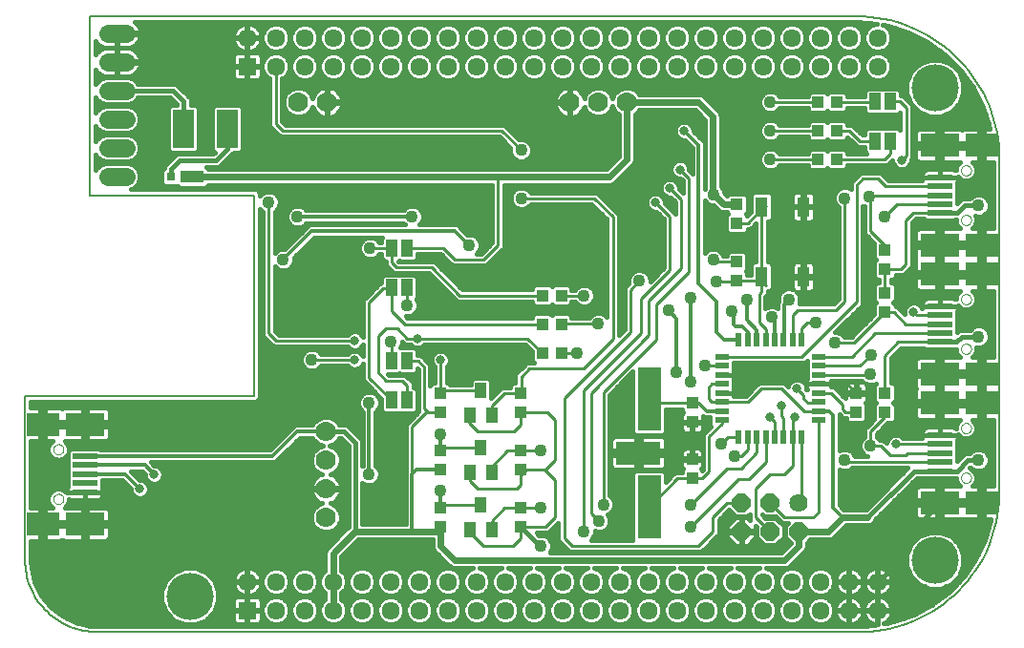
<source format=gtl>
G75*
G70*
%OFA0B0*%
%FSLAX24Y24*%
%IPPOS*%
%LPD*%
%AMOC8*
5,1,8,0,0,1.08239X$1,22.5*
%
%ADD10R,0.0500X0.0220*%
%ADD11R,0.0220X0.0500*%
%ADD12R,0.0433X0.0709*%
%ADD13R,0.0433X0.0394*%
%ADD14R,0.0394X0.0433*%
%ADD15R,0.0827X0.2205*%
%ADD16R,0.1575X0.0827*%
%ADD17C,0.0640*%
%ADD18OC8,0.0640*%
%ADD19R,0.1181X0.0807*%
%ADD20R,0.1378X0.0807*%
%ADD21C,0.0000*%
%ADD22R,0.0886X0.0197*%
%ADD23C,0.0640*%
%ADD24R,0.0394X0.0551*%
%ADD25R,0.0748X0.1339*%
%ADD26R,0.0787X0.0433*%
%ADD27R,0.0315X0.0315*%
%ADD28C,0.0050*%
%ADD29R,0.0634X0.0634*%
%ADD30C,0.0634*%
%ADD31C,0.1650*%
%ADD32R,0.0394X0.0591*%
%ADD33C,0.0700*%
%ADD34C,0.0100*%
%ADD35C,0.0436*%
%ADD36C,0.0240*%
%ADD37C,0.0160*%
%ADD38C,0.0120*%
%ADD39C,0.0318*%
D10*
X026497Y009585D03*
X026497Y009900D03*
X026497Y010215D03*
X026497Y010530D03*
X026497Y010845D03*
X026497Y011160D03*
X026497Y011474D03*
X026497Y011789D03*
X029877Y011789D03*
X029877Y011474D03*
X029877Y011160D03*
X029877Y010845D03*
X029877Y010530D03*
X029877Y010215D03*
X029877Y009900D03*
X029877Y009585D03*
D11*
X029289Y008997D03*
X028974Y008997D03*
X028660Y008997D03*
X028345Y008997D03*
X028030Y008997D03*
X027715Y008997D03*
X027400Y008997D03*
X027085Y008997D03*
X027085Y012377D03*
X027400Y012377D03*
X027715Y012377D03*
X028030Y012377D03*
X028345Y012377D03*
X028660Y012377D03*
X028974Y012377D03*
X029289Y012377D03*
D12*
X029344Y014596D03*
X027887Y014596D03*
X027887Y017037D03*
X029344Y017037D03*
D13*
X027027Y017122D03*
X027027Y016452D03*
X032187Y015522D03*
X032187Y014852D03*
X032187Y014022D03*
X032187Y013352D03*
X032187Y010522D03*
X032187Y009852D03*
X019487Y009852D03*
X019487Y010522D03*
X019487Y008522D03*
X019487Y007852D03*
X019487Y006522D03*
X019487Y005852D03*
X016687Y005852D03*
X016687Y006522D03*
X016687Y007852D03*
X016687Y008522D03*
X016687Y009852D03*
X016687Y010522D03*
D14*
X020232Y011937D03*
X020902Y011937D03*
X020902Y012937D03*
X020232Y012937D03*
X020232Y013937D03*
X020902Y013937D03*
X025467Y010182D03*
X025467Y009512D03*
X025467Y008222D03*
X025467Y007552D03*
X031187Y009852D03*
X031187Y010522D03*
X027027Y014452D03*
X027027Y015122D03*
X029852Y018687D03*
X030522Y018687D03*
X030522Y019687D03*
X029852Y019687D03*
X029852Y020687D03*
X030522Y020687D03*
D15*
X023961Y010309D03*
X023961Y006569D03*
D16*
X023587Y008439D03*
D17*
X029187Y006687D03*
D18*
X028187Y006687D03*
X027187Y006687D03*
X027187Y005687D03*
X028187Y005687D03*
X029187Y005687D03*
D19*
X035573Y006693D03*
X035573Y010177D03*
X035573Y011197D03*
X035573Y014681D03*
X035573Y015697D03*
X035573Y019181D03*
X002797Y009439D03*
X002797Y005955D03*
D20*
X004274Y005955D03*
X004274Y009439D03*
X034097Y010177D03*
X034097Y011197D03*
X034097Y014681D03*
X034097Y015697D03*
X034097Y019181D03*
X034097Y006693D03*
D21*
X034845Y007569D02*
X034847Y007595D01*
X034853Y007621D01*
X034863Y007646D01*
X034876Y007669D01*
X034892Y007689D01*
X034912Y007707D01*
X034934Y007722D01*
X034957Y007734D01*
X034983Y007742D01*
X035009Y007746D01*
X035035Y007746D01*
X035061Y007742D01*
X035087Y007734D01*
X035111Y007722D01*
X035132Y007707D01*
X035152Y007689D01*
X035168Y007669D01*
X035181Y007646D01*
X035191Y007621D01*
X035197Y007595D01*
X035199Y007569D01*
X035197Y007543D01*
X035191Y007517D01*
X035181Y007492D01*
X035168Y007469D01*
X035152Y007449D01*
X035132Y007431D01*
X035110Y007416D01*
X035087Y007404D01*
X035061Y007396D01*
X035035Y007392D01*
X035009Y007392D01*
X034983Y007396D01*
X034957Y007404D01*
X034933Y007416D01*
X034912Y007431D01*
X034892Y007449D01*
X034876Y007469D01*
X034863Y007492D01*
X034853Y007517D01*
X034847Y007543D01*
X034845Y007569D01*
X034845Y009301D02*
X034847Y009327D01*
X034853Y009353D01*
X034863Y009378D01*
X034876Y009401D01*
X034892Y009421D01*
X034912Y009439D01*
X034934Y009454D01*
X034957Y009466D01*
X034983Y009474D01*
X035009Y009478D01*
X035035Y009478D01*
X035061Y009474D01*
X035087Y009466D01*
X035111Y009454D01*
X035132Y009439D01*
X035152Y009421D01*
X035168Y009401D01*
X035181Y009378D01*
X035191Y009353D01*
X035197Y009327D01*
X035199Y009301D01*
X035197Y009275D01*
X035191Y009249D01*
X035181Y009224D01*
X035168Y009201D01*
X035152Y009181D01*
X035132Y009163D01*
X035110Y009148D01*
X035087Y009136D01*
X035061Y009128D01*
X035035Y009124D01*
X035009Y009124D01*
X034983Y009128D01*
X034957Y009136D01*
X034933Y009148D01*
X034912Y009163D01*
X034892Y009181D01*
X034876Y009201D01*
X034863Y009224D01*
X034853Y009249D01*
X034847Y009275D01*
X034845Y009301D01*
X034845Y012073D02*
X034847Y012099D01*
X034853Y012125D01*
X034863Y012150D01*
X034876Y012173D01*
X034892Y012193D01*
X034912Y012211D01*
X034934Y012226D01*
X034957Y012238D01*
X034983Y012246D01*
X035009Y012250D01*
X035035Y012250D01*
X035061Y012246D01*
X035087Y012238D01*
X035111Y012226D01*
X035132Y012211D01*
X035152Y012193D01*
X035168Y012173D01*
X035181Y012150D01*
X035191Y012125D01*
X035197Y012099D01*
X035199Y012073D01*
X035197Y012047D01*
X035191Y012021D01*
X035181Y011996D01*
X035168Y011973D01*
X035152Y011953D01*
X035132Y011935D01*
X035110Y011920D01*
X035087Y011908D01*
X035061Y011900D01*
X035035Y011896D01*
X035009Y011896D01*
X034983Y011900D01*
X034957Y011908D01*
X034933Y011920D01*
X034912Y011935D01*
X034892Y011953D01*
X034876Y011973D01*
X034863Y011996D01*
X034853Y012021D01*
X034847Y012047D01*
X034845Y012073D01*
X034845Y013805D02*
X034847Y013831D01*
X034853Y013857D01*
X034863Y013882D01*
X034876Y013905D01*
X034892Y013925D01*
X034912Y013943D01*
X034934Y013958D01*
X034957Y013970D01*
X034983Y013978D01*
X035009Y013982D01*
X035035Y013982D01*
X035061Y013978D01*
X035087Y013970D01*
X035111Y013958D01*
X035132Y013943D01*
X035152Y013925D01*
X035168Y013905D01*
X035181Y013882D01*
X035191Y013857D01*
X035197Y013831D01*
X035199Y013805D01*
X035197Y013779D01*
X035191Y013753D01*
X035181Y013728D01*
X035168Y013705D01*
X035152Y013685D01*
X035132Y013667D01*
X035110Y013652D01*
X035087Y013640D01*
X035061Y013632D01*
X035035Y013628D01*
X035009Y013628D01*
X034983Y013632D01*
X034957Y013640D01*
X034933Y013652D01*
X034912Y013667D01*
X034892Y013685D01*
X034876Y013705D01*
X034863Y013728D01*
X034853Y013753D01*
X034847Y013779D01*
X034845Y013805D01*
X034845Y016573D02*
X034847Y016599D01*
X034853Y016625D01*
X034863Y016650D01*
X034876Y016673D01*
X034892Y016693D01*
X034912Y016711D01*
X034934Y016726D01*
X034957Y016738D01*
X034983Y016746D01*
X035009Y016750D01*
X035035Y016750D01*
X035061Y016746D01*
X035087Y016738D01*
X035111Y016726D01*
X035132Y016711D01*
X035152Y016693D01*
X035168Y016673D01*
X035181Y016650D01*
X035191Y016625D01*
X035197Y016599D01*
X035199Y016573D01*
X035197Y016547D01*
X035191Y016521D01*
X035181Y016496D01*
X035168Y016473D01*
X035152Y016453D01*
X035132Y016435D01*
X035110Y016420D01*
X035087Y016408D01*
X035061Y016400D01*
X035035Y016396D01*
X035009Y016396D01*
X034983Y016400D01*
X034957Y016408D01*
X034933Y016420D01*
X034912Y016435D01*
X034892Y016453D01*
X034876Y016473D01*
X034863Y016496D01*
X034853Y016521D01*
X034847Y016547D01*
X034845Y016573D01*
X034845Y018305D02*
X034847Y018331D01*
X034853Y018357D01*
X034863Y018382D01*
X034876Y018405D01*
X034892Y018425D01*
X034912Y018443D01*
X034934Y018458D01*
X034957Y018470D01*
X034983Y018478D01*
X035009Y018482D01*
X035035Y018482D01*
X035061Y018478D01*
X035087Y018470D01*
X035111Y018458D01*
X035132Y018443D01*
X035152Y018425D01*
X035168Y018405D01*
X035181Y018382D01*
X035191Y018357D01*
X035197Y018331D01*
X035199Y018305D01*
X035197Y018279D01*
X035191Y018253D01*
X035181Y018228D01*
X035168Y018205D01*
X035152Y018185D01*
X035132Y018167D01*
X035110Y018152D01*
X035087Y018140D01*
X035061Y018132D01*
X035035Y018128D01*
X035009Y018128D01*
X034983Y018132D01*
X034957Y018140D01*
X034933Y018152D01*
X034912Y018167D01*
X034892Y018185D01*
X034876Y018205D01*
X034863Y018228D01*
X034853Y018253D01*
X034847Y018279D01*
X034845Y018305D01*
X003172Y008563D02*
X003174Y008589D01*
X003180Y008615D01*
X003190Y008640D01*
X003203Y008663D01*
X003219Y008683D01*
X003239Y008701D01*
X003261Y008716D01*
X003284Y008728D01*
X003310Y008736D01*
X003336Y008740D01*
X003362Y008740D01*
X003388Y008736D01*
X003414Y008728D01*
X003438Y008716D01*
X003459Y008701D01*
X003479Y008683D01*
X003495Y008663D01*
X003508Y008640D01*
X003518Y008615D01*
X003524Y008589D01*
X003526Y008563D01*
X003524Y008537D01*
X003518Y008511D01*
X003508Y008486D01*
X003495Y008463D01*
X003479Y008443D01*
X003459Y008425D01*
X003437Y008410D01*
X003414Y008398D01*
X003388Y008390D01*
X003362Y008386D01*
X003336Y008386D01*
X003310Y008390D01*
X003284Y008398D01*
X003260Y008410D01*
X003239Y008425D01*
X003219Y008443D01*
X003203Y008463D01*
X003190Y008486D01*
X003180Y008511D01*
X003174Y008537D01*
X003172Y008563D01*
X003172Y006831D02*
X003174Y006857D01*
X003180Y006883D01*
X003190Y006908D01*
X003203Y006931D01*
X003219Y006951D01*
X003239Y006969D01*
X003261Y006984D01*
X003284Y006996D01*
X003310Y007004D01*
X003336Y007008D01*
X003362Y007008D01*
X003388Y007004D01*
X003414Y006996D01*
X003438Y006984D01*
X003459Y006969D01*
X003479Y006951D01*
X003495Y006931D01*
X003508Y006908D01*
X003518Y006883D01*
X003524Y006857D01*
X003526Y006831D01*
X003524Y006805D01*
X003518Y006779D01*
X003508Y006754D01*
X003495Y006731D01*
X003479Y006711D01*
X003459Y006693D01*
X003437Y006678D01*
X003414Y006666D01*
X003388Y006658D01*
X003362Y006654D01*
X003336Y006654D01*
X003310Y006658D01*
X003284Y006666D01*
X003260Y006678D01*
X003239Y006693D01*
X003219Y006711D01*
X003203Y006731D01*
X003190Y006754D01*
X003180Y006779D01*
X003174Y006805D01*
X003172Y006831D01*
D22*
X004264Y007067D03*
X004264Y007382D03*
X004264Y007697D03*
X004264Y008012D03*
X004264Y008327D03*
X034106Y008435D03*
X034106Y008120D03*
X034106Y007805D03*
X034106Y008750D03*
X034106Y009065D03*
X034106Y012309D03*
X034106Y012624D03*
X034106Y012939D03*
X034106Y013254D03*
X034106Y013569D03*
X034106Y016809D03*
X034106Y017124D03*
X034106Y017439D03*
X034106Y017754D03*
X034106Y018069D03*
D23*
X005707Y018087D02*
X005067Y018087D01*
X005067Y019087D02*
X005707Y019087D01*
X005707Y020087D02*
X005067Y020087D01*
X005067Y021087D02*
X005707Y021087D01*
X005707Y022087D02*
X005067Y022087D01*
X005067Y023087D02*
X005707Y023087D01*
D24*
X018087Y010620D03*
X017713Y009754D03*
X018461Y009754D03*
X018087Y008620D03*
X017713Y007754D03*
X018461Y007754D03*
X018087Y006620D03*
X017713Y005754D03*
X018461Y005754D03*
D25*
X009245Y019757D03*
X007709Y019757D03*
D26*
X008017Y018077D03*
D27*
X007269Y018077D03*
D28*
X004437Y017437D02*
X004437Y023687D01*
X031187Y023687D01*
X031425Y023681D01*
X031662Y023664D01*
X031899Y023636D01*
X032133Y023597D01*
X032366Y023546D01*
X032596Y023484D01*
X032822Y023412D01*
X033045Y023329D01*
X033264Y023235D01*
X033478Y023131D01*
X033687Y023017D01*
X033890Y022893D01*
X034087Y022760D01*
X034278Y022617D01*
X034461Y022466D01*
X034637Y022306D01*
X034806Y022137D01*
X034966Y021961D01*
X035117Y021778D01*
X035260Y021587D01*
X035393Y021390D01*
X035517Y021187D01*
X035631Y020978D01*
X035735Y020764D01*
X035829Y020545D01*
X035912Y020322D01*
X035984Y020096D01*
X036046Y019866D01*
X036097Y019633D01*
X036136Y019399D01*
X036164Y019162D01*
X036181Y018925D01*
X036187Y018687D01*
X036187Y007187D01*
X036188Y006955D01*
X036177Y006723D01*
X036156Y006492D01*
X036123Y006262D01*
X036079Y006034D01*
X036025Y005808D01*
X035960Y005586D01*
X035885Y005366D01*
X035799Y005150D01*
X035703Y004939D01*
X035597Y004733D01*
X035481Y004531D01*
X035356Y004336D01*
X035222Y004146D01*
X035078Y003964D01*
X034927Y003788D01*
X034767Y003620D01*
X034599Y003459D01*
X034424Y003307D01*
X034242Y003163D01*
X034053Y003028D01*
X033858Y002902D01*
X033657Y002786D01*
X033451Y002679D01*
X033240Y002582D01*
X033025Y002496D01*
X032806Y002419D01*
X032583Y002354D01*
X032357Y002298D01*
X032130Y002254D01*
X031900Y002221D01*
X031669Y002198D01*
X031437Y002187D01*
X004687Y002187D01*
X004568Y002190D01*
X004449Y002198D01*
X004331Y002212D01*
X004214Y002232D01*
X004098Y002257D01*
X003983Y002288D01*
X003869Y002324D01*
X003758Y002366D01*
X003648Y002413D01*
X003541Y002465D01*
X003437Y002522D01*
X003335Y002584D01*
X003237Y002651D01*
X003142Y002722D01*
X003050Y002798D01*
X002962Y002878D01*
X002878Y002962D01*
X002798Y003050D01*
X002722Y003142D01*
X002651Y003237D01*
X002584Y003335D01*
X002522Y003437D01*
X002465Y003541D01*
X002413Y003648D01*
X002366Y003758D01*
X002324Y003869D01*
X002288Y003983D01*
X002257Y004098D01*
X002232Y004214D01*
X002212Y004331D01*
X002198Y004449D01*
X002190Y004568D01*
X002187Y004687D01*
X002187Y010437D01*
X010187Y010437D01*
X010187Y017437D01*
X004437Y017437D01*
D29*
X009937Y021937D03*
X009937Y002937D03*
D30*
X010937Y002937D03*
X011937Y002937D03*
X012937Y002937D03*
X013937Y002937D03*
X014937Y002937D03*
X015937Y002937D03*
X016937Y002937D03*
X017937Y002937D03*
X018937Y002937D03*
X019937Y002937D03*
X020937Y002937D03*
X021937Y002937D03*
X022937Y002937D03*
X023937Y002937D03*
X024937Y002937D03*
X025937Y002937D03*
X026937Y002937D03*
X027937Y002937D03*
X028937Y002937D03*
X029937Y002937D03*
X030937Y002937D03*
X031937Y002937D03*
X031937Y003937D03*
X030937Y003937D03*
X029937Y003937D03*
X028937Y003937D03*
X027937Y003937D03*
X026937Y003937D03*
X025937Y003937D03*
X024937Y003937D03*
X023937Y003937D03*
X022937Y003937D03*
X021937Y003937D03*
X020937Y003937D03*
X019937Y003937D03*
X018937Y003937D03*
X017937Y003937D03*
X016937Y003937D03*
X015937Y003937D03*
X014937Y003937D03*
X013937Y003937D03*
X012937Y003937D03*
X011937Y003937D03*
X010937Y003937D03*
X009937Y003937D03*
X010937Y021937D03*
X011937Y021937D03*
X012937Y021937D03*
X013937Y021937D03*
X014937Y021937D03*
X015937Y021937D03*
X016937Y021937D03*
X017937Y021937D03*
X018937Y021937D03*
X019937Y021937D03*
X020937Y021937D03*
X021937Y021937D03*
X022937Y021937D03*
X023937Y021937D03*
X024937Y021937D03*
X025937Y021937D03*
X026937Y021937D03*
X027937Y021937D03*
X028937Y021937D03*
X029937Y021937D03*
X030937Y021937D03*
X031937Y021937D03*
X031937Y022937D03*
X030937Y022937D03*
X029937Y022937D03*
X028937Y022937D03*
X027937Y022937D03*
X026937Y022937D03*
X025937Y022937D03*
X024937Y022937D03*
X023937Y022937D03*
X022937Y022937D03*
X021937Y022937D03*
X020937Y022937D03*
X019937Y022937D03*
X018937Y022937D03*
X017937Y022937D03*
X016937Y022937D03*
X015937Y022937D03*
X014937Y022937D03*
X013937Y022937D03*
X012937Y022937D03*
X011937Y022937D03*
X010937Y022937D03*
X009937Y022937D03*
D31*
X033937Y021187D03*
X033937Y004687D03*
X007937Y003437D03*
D32*
X014974Y010280D03*
X015526Y010280D03*
X015526Y011658D03*
X014974Y011658D03*
X014974Y014217D03*
X015526Y014217D03*
X015526Y015595D03*
X014974Y015595D03*
X031833Y019335D03*
X032384Y019335D03*
X032384Y020713D03*
X031833Y020713D03*
D33*
X023187Y020687D03*
X022187Y020687D03*
X021187Y020687D03*
X012723Y020687D03*
X011723Y020687D03*
X012687Y009187D03*
X012687Y008187D03*
X012687Y007187D03*
X012687Y006187D03*
D34*
X015687Y007687D02*
X015687Y009347D01*
X016192Y009852D01*
X016687Y009852D01*
X016252Y009852D01*
X016117Y009987D01*
X016117Y011437D01*
X015897Y011657D01*
X015526Y011657D01*
X015526Y011658D01*
X014974Y011658D02*
X014974Y012300D01*
X014957Y012317D01*
X015167Y012787D02*
X015517Y012437D01*
X015877Y012437D01*
X019722Y012437D01*
X020232Y011937D01*
X020902Y011937D02*
X021457Y011937D01*
X021667Y011377D02*
X022697Y012407D01*
X022697Y016677D01*
X022047Y017327D01*
X019507Y017327D01*
X018687Y018077D02*
X018687Y015687D01*
X018187Y015187D01*
X017187Y015187D01*
X016780Y015595D01*
X015526Y015595D01*
X014974Y015595D02*
X014967Y015587D01*
X014227Y015587D01*
X014974Y015595D02*
X014974Y015090D01*
X015147Y014917D01*
X016377Y014917D01*
X017357Y013937D01*
X020232Y013937D01*
X020902Y013937D02*
X021112Y013927D01*
X021687Y013927D01*
X022187Y012947D02*
X021112Y012947D01*
X020902Y012937D01*
X020232Y012937D02*
X015437Y012937D01*
X014974Y013400D01*
X014974Y014217D01*
X014945Y014187D01*
X014687Y014187D01*
X014187Y013687D01*
X014187Y011067D01*
X014974Y010280D01*
X015526Y010280D02*
X015526Y010789D01*
X015357Y010957D01*
X014787Y010957D01*
X014497Y011247D01*
X014497Y012517D01*
X014767Y012787D01*
X015167Y012787D01*
X015527Y013587D02*
X015526Y013589D01*
X015526Y014217D01*
X013687Y012357D02*
X010947Y012357D01*
X010687Y012617D01*
X010687Y017187D01*
X011187Y019687D02*
X018817Y019687D01*
X019497Y019007D01*
X024187Y017187D02*
X024687Y016687D01*
X024687Y014827D01*
X023677Y013817D01*
X023677Y012607D01*
X021677Y010607D01*
X021677Y005697D01*
X021687Y005687D01*
X022207Y006057D02*
X021937Y006327D01*
X021937Y010537D01*
X023957Y012557D01*
X023957Y013747D01*
X025087Y014877D01*
X025087Y017287D01*
X024687Y017687D01*
X025037Y018337D02*
X025347Y018027D01*
X025347Y014757D01*
X024197Y013607D01*
X024197Y012387D01*
X022367Y010557D01*
X022367Y006637D01*
X020687Y006187D02*
X020687Y007487D01*
X020317Y007857D01*
X020347Y007857D01*
X020687Y008197D01*
X020687Y009587D01*
X020417Y009857D01*
X019492Y009857D01*
X019487Y009852D01*
X019487Y009437D01*
X019237Y009187D01*
X017987Y009187D01*
X017687Y009487D01*
X017687Y009687D01*
X017713Y009713D01*
X017713Y009754D01*
X018461Y009754D02*
X018461Y010081D01*
X018897Y010517D01*
X019482Y010517D01*
X019487Y010522D01*
X019497Y010532D01*
X019497Y011097D01*
X019777Y011377D01*
X021667Y011377D01*
X020997Y010347D02*
X023307Y012657D01*
X023307Y014137D01*
X023617Y014447D01*
X026197Y015187D02*
X026262Y015122D01*
X027027Y015122D01*
X027887Y014596D02*
X027887Y014067D01*
X027807Y013987D01*
X027807Y012977D01*
X028030Y012755D01*
X028030Y012377D01*
X027717Y012380D02*
X027715Y012377D01*
X027400Y012377D02*
X027397Y012380D01*
X026497Y011789D02*
X029285Y011789D01*
X029287Y011787D01*
X031217Y013707D01*
X031217Y017797D01*
X031427Y018007D01*
X031957Y018007D01*
X032217Y017747D01*
X034099Y017747D01*
X034106Y017754D01*
X034106Y017439D02*
X031689Y017439D01*
X031637Y017387D01*
X031687Y017337D01*
X031687Y016187D01*
X032187Y015687D01*
X032187Y015522D01*
X032742Y014852D02*
X032927Y015037D01*
X032927Y016567D01*
X033187Y016827D01*
X034088Y016827D01*
X034106Y016809D01*
X034104Y016807D01*
X034106Y016809D02*
X034110Y016813D01*
X034099Y017117D02*
X032617Y017117D01*
X032187Y016687D01*
X030787Y017337D02*
X030787Y013737D01*
X030487Y013437D01*
X029157Y013437D01*
X028974Y013254D01*
X028974Y012377D01*
X028667Y012385D02*
X028660Y012377D01*
X029287Y012379D02*
X029287Y012787D01*
X029477Y012977D01*
X029767Y012977D01*
X029287Y012379D02*
X029289Y012377D01*
X029877Y011789D02*
X031029Y011789D01*
X031857Y012617D01*
X034099Y012617D01*
X034106Y012624D01*
X034106Y012309D02*
X034104Y012307D01*
X032657Y012307D01*
X032187Y011837D01*
X032187Y010522D01*
X031660Y011160D02*
X031687Y011187D01*
X031660Y011160D02*
X029877Y011160D01*
X029877Y010845D02*
X030864Y010845D01*
X031187Y010522D01*
X030717Y010137D02*
X030717Y009957D01*
X030807Y009867D01*
X031172Y009867D01*
X031187Y009852D01*
X030717Y010137D02*
X030325Y010530D01*
X029877Y010530D01*
X029870Y010837D02*
X029487Y010837D01*
X029187Y011137D01*
X027137Y011137D01*
X027087Y011087D01*
X027087Y010637D01*
X026987Y010537D01*
X026505Y010537D01*
X026497Y010530D01*
X026475Y010237D02*
X026137Y010237D01*
X026037Y010337D01*
X026037Y010737D01*
X026145Y010845D01*
X026497Y010845D01*
X026497Y011160D02*
X026660Y011160D01*
X026687Y011187D01*
X026987Y011187D01*
X027087Y011087D01*
X026497Y011474D02*
X025910Y011474D01*
X025907Y011477D01*
X026475Y010237D02*
X026497Y010215D01*
X027415Y010215D01*
X027887Y010687D01*
X028587Y010687D01*
X029387Y009887D01*
X029864Y009887D01*
X029877Y009900D01*
X029880Y009897D01*
X029877Y010215D02*
X029715Y010215D01*
X029687Y010187D01*
X029507Y010187D01*
X029357Y010337D01*
X029357Y010457D01*
X029127Y010687D01*
X029870Y010837D02*
X029877Y010845D01*
X029877Y011474D02*
X031324Y011474D01*
X031697Y011847D01*
X031112Y012277D02*
X032187Y013352D01*
X032192Y013357D01*
X032507Y013357D01*
X032925Y012939D01*
X034106Y012939D01*
X034106Y013254D02*
X034103Y013257D01*
X033297Y013257D01*
X033187Y013367D01*
X032197Y013342D02*
X032187Y013352D01*
X032182Y013357D01*
X032187Y013352D02*
X032177Y013342D01*
X032187Y014022D02*
X032187Y014852D01*
X032742Y014852D01*
X034099Y017117D02*
X034106Y017124D01*
X032777Y018667D02*
X032937Y018827D01*
X032937Y020497D01*
X032721Y020713D01*
X032384Y020713D01*
X031833Y020713D02*
X031807Y020687D01*
X030522Y020687D01*
X029852Y020687D02*
X028187Y020687D01*
X028187Y019687D02*
X029852Y019687D01*
X030522Y019687D02*
X030957Y019687D01*
X031307Y019337D01*
X031830Y019337D01*
X031833Y019335D01*
X032384Y019335D02*
X032387Y019332D01*
X032387Y018887D01*
X032187Y018687D01*
X030522Y018687D01*
X029852Y018687D02*
X028187Y018687D01*
X026227Y017457D02*
X026187Y017497D01*
X027032Y016457D02*
X027027Y016452D01*
X027032Y016457D02*
X027397Y016457D01*
X027887Y016947D01*
X027887Y017037D01*
X028037Y017047D01*
X027887Y017037D02*
X027887Y014596D01*
X027883Y014452D01*
X027027Y014452D01*
X027012Y014437D01*
X026317Y014437D01*
X026857Y013397D02*
X026897Y013387D01*
X027883Y014452D02*
X028030Y014306D01*
X029344Y014596D02*
X029344Y017037D01*
X034097Y019181D02*
X035573Y019181D01*
X031112Y012277D02*
X030447Y012277D01*
X028567Y010077D02*
X028567Y009737D01*
X028660Y009645D01*
X028660Y008997D01*
X028974Y008997D02*
X028974Y009604D01*
X029047Y009677D01*
X028345Y009530D02*
X028187Y009687D01*
X028345Y009530D02*
X028345Y008997D01*
X028030Y008997D02*
X028030Y008120D01*
X027447Y007537D01*
X027087Y007537D01*
X025397Y005847D01*
X025687Y005187D02*
X021267Y005187D01*
X020997Y005457D01*
X020997Y010347D01*
X020187Y008527D02*
X020182Y008522D01*
X019487Y008522D01*
X019472Y008507D01*
X019027Y008507D01*
X018487Y007967D01*
X018487Y007780D01*
X018461Y007754D01*
X017987Y007187D02*
X019337Y007187D01*
X019487Y007337D01*
X019487Y007657D01*
X019687Y007857D01*
X019492Y007857D01*
X019487Y007852D01*
X019687Y007857D02*
X020317Y007857D01*
X020182Y006522D02*
X019487Y006522D01*
X019482Y006517D01*
X018917Y006517D01*
X018461Y006061D01*
X018461Y005754D01*
X018187Y005187D02*
X019207Y005187D01*
X019477Y005457D01*
X019477Y005842D01*
X019487Y005852D01*
X020352Y005852D01*
X020687Y006187D01*
X020187Y006517D02*
X020182Y006522D01*
X018087Y006620D02*
X016786Y006620D01*
X016687Y006522D01*
X017713Y005754D02*
X017713Y005661D01*
X018187Y005187D01*
X017987Y007187D02*
X017713Y007461D01*
X017713Y007754D01*
X018087Y008620D02*
X016786Y008620D01*
X016687Y008522D01*
X016687Y010522D02*
X016687Y011687D01*
X016786Y010620D02*
X016687Y010522D01*
X016786Y010620D02*
X018087Y010620D01*
X013687Y011687D02*
X012187Y011687D01*
X011187Y019687D02*
X010937Y019937D01*
X010937Y021937D01*
X024089Y010182D02*
X025467Y010182D01*
X026497Y009585D02*
X026497Y009447D01*
X026057Y009007D01*
X026057Y007777D01*
X025827Y007547D01*
X025472Y007547D01*
X025467Y007552D01*
X024945Y007552D01*
X023961Y006569D01*
X025407Y006637D02*
X026667Y007897D01*
X027167Y007897D01*
X027715Y008445D01*
X027715Y008997D01*
X027400Y008997D02*
X027400Y008550D01*
X027187Y008337D01*
X026937Y008337D01*
X026467Y008767D02*
X026697Y008997D01*
X027085Y008997D01*
X028187Y007687D02*
X027687Y007187D01*
X027687Y006187D01*
X028187Y005687D01*
X028687Y006187D02*
X028187Y006687D01*
X028687Y006187D02*
X029687Y006187D01*
X029867Y006367D01*
X029867Y009575D01*
X029877Y009585D01*
X029289Y008997D02*
X029289Y006789D01*
X029187Y006687D01*
X028687Y007687D02*
X028187Y007687D01*
X028687Y007687D02*
X028977Y007977D01*
X028977Y008994D01*
X028974Y008997D01*
X030787Y008187D02*
X030854Y008120D01*
X034106Y008120D01*
X034106Y008435D02*
X032985Y008435D01*
X032907Y008357D01*
X032367Y008357D01*
X032037Y008687D01*
X031687Y008687D01*
X031687Y009187D01*
X032187Y009687D01*
X032187Y009852D01*
X032567Y008747D02*
X034103Y008747D01*
X034106Y008750D01*
X027187Y006687D02*
X026687Y006687D01*
X026187Y006187D01*
X026187Y005687D01*
X025687Y005187D01*
D35*
X025397Y005847D03*
X025407Y006637D03*
X026937Y008337D03*
X026467Y008767D03*
X025417Y010907D03*
X024917Y011267D03*
X025907Y011477D03*
X028237Y013177D03*
X028847Y013797D03*
X029767Y012977D03*
X030447Y012277D03*
X031697Y011847D03*
X031687Y011187D03*
X031687Y008687D03*
X030787Y008187D03*
X035455Y008187D03*
X035455Y012497D03*
X032187Y016687D03*
X031637Y017387D03*
X030787Y017337D03*
X028187Y018687D03*
X028187Y019687D03*
X028187Y020687D03*
X026227Y017457D03*
X026197Y015187D03*
X026317Y014437D03*
X025417Y013857D03*
X024647Y013407D03*
X023617Y014447D03*
X021687Y013927D03*
X022187Y012947D03*
X021457Y011937D03*
X016687Y009087D03*
X016687Y007117D03*
X014187Y007687D03*
X014187Y010187D03*
X012187Y011687D03*
X014957Y012317D03*
X015527Y013587D03*
X014227Y015587D03*
X015687Y016687D03*
X017687Y015687D03*
X019507Y017327D03*
X019497Y019007D03*
X011687Y016687D03*
X010687Y017187D03*
X011187Y015187D03*
X020187Y008527D03*
X022367Y006637D03*
X022207Y006057D03*
X021687Y005687D03*
X020187Y005187D03*
X020187Y006517D03*
X026857Y013397D03*
X027367Y013777D03*
X035455Y017077D03*
D36*
X027027Y017122D02*
X026562Y017122D01*
X026227Y017457D01*
X026187Y017497D02*
X026187Y020187D01*
X025687Y020687D01*
X023187Y020687D01*
X023187Y018687D01*
X022577Y018077D01*
X018687Y018077D01*
X008017Y018077D01*
X016687Y005852D02*
X016687Y005187D01*
X017187Y004687D01*
X028687Y004687D01*
X029187Y005187D01*
X029187Y005687D01*
X030217Y005687D01*
X030717Y006187D01*
X031587Y006187D01*
X016522Y005687D02*
X015687Y005687D01*
X013687Y005687D01*
X012937Y004937D01*
X012937Y003937D01*
X012937Y002937D01*
D37*
X003466Y002744D02*
X003064Y003064D01*
X002744Y003466D01*
X002521Y003929D01*
X002406Y004430D01*
X002392Y004687D01*
X002392Y005371D01*
X002717Y005371D01*
X002717Y005875D01*
X002877Y005875D01*
X002877Y005371D01*
X003412Y005371D01*
X003457Y005384D01*
X003486Y005400D01*
X003515Y005384D01*
X003561Y005371D01*
X004194Y005371D01*
X004194Y005875D01*
X004354Y005875D01*
X004354Y006035D01*
X005143Y006035D01*
X005143Y006382D01*
X005130Y006428D01*
X005107Y006469D01*
X005073Y006502D01*
X005032Y006526D01*
X004986Y006538D01*
X004354Y006538D01*
X004354Y006035D01*
X004194Y006035D01*
X004194Y006538D01*
X003561Y006538D01*
X003651Y006628D01*
X003706Y006760D01*
X003706Y006829D01*
X003710Y006825D01*
X003751Y006801D01*
X003797Y006789D01*
X004264Y006789D01*
X004730Y006789D01*
X004776Y006801D01*
X004817Y006825D01*
X004851Y006858D01*
X004874Y006899D01*
X004887Y006945D01*
X004887Y007067D01*
X004887Y007189D01*
X004874Y007235D01*
X004867Y007248D01*
X004867Y007477D01*
X005586Y007477D01*
X005868Y007195D01*
X005868Y007124D01*
X005917Y007006D01*
X006006Y006917D01*
X006124Y006868D01*
X006251Y006868D01*
X006368Y006917D01*
X006458Y007006D01*
X006506Y007124D01*
X006506Y007251D01*
X006458Y007368D01*
X006368Y007458D01*
X006251Y007506D01*
X006179Y007506D01*
X005893Y007792D01*
X006271Y007792D01*
X006368Y007695D01*
X006368Y007624D01*
X006417Y007506D01*
X006506Y007417D01*
X006624Y007368D01*
X006751Y007368D01*
X006868Y007417D01*
X006958Y007506D01*
X007006Y007624D01*
X007006Y007751D01*
X006958Y007868D01*
X006868Y007958D01*
X006751Y008006D01*
X006679Y008006D01*
X006578Y008107D01*
X010736Y008107D01*
X010918Y008107D01*
X011778Y008967D01*
X012226Y008967D01*
X012255Y008898D01*
X012398Y008755D01*
X012562Y008687D01*
X012398Y008619D01*
X012255Y008476D01*
X012177Y008289D01*
X012177Y008086D01*
X012255Y007898D01*
X012398Y007755D01*
X012539Y007696D01*
X012484Y007678D01*
X012409Y007640D01*
X012342Y007591D01*
X012283Y007532D01*
X012234Y007465D01*
X012196Y007391D01*
X012170Y007311D01*
X012157Y007229D01*
X012157Y007207D01*
X012667Y007207D01*
X012667Y007167D01*
X012157Y007167D01*
X012157Y007145D01*
X012170Y007063D01*
X012196Y006984D01*
X012234Y006909D01*
X012283Y006842D01*
X012342Y006783D01*
X012409Y006734D01*
X012484Y006696D01*
X012539Y006678D01*
X012398Y006619D01*
X012255Y006476D01*
X012177Y006289D01*
X012177Y006086D01*
X012255Y005898D01*
X012398Y005755D01*
X012586Y005677D01*
X012789Y005677D01*
X012976Y005755D01*
X013119Y005898D01*
X013197Y006086D01*
X013197Y006289D01*
X013119Y006476D01*
X012976Y006619D01*
X012835Y006678D01*
X012891Y006696D01*
X012965Y006734D01*
X013032Y006783D01*
X013091Y006842D01*
X013140Y006909D01*
X013178Y006984D01*
X013204Y007063D01*
X013217Y007145D01*
X013217Y007167D01*
X012707Y007167D01*
X012707Y007207D01*
X013217Y007207D01*
X013217Y007229D01*
X013204Y007311D01*
X013178Y007391D01*
X013140Y007465D01*
X013091Y007532D01*
X013032Y007591D01*
X012965Y007640D01*
X012891Y007678D01*
X012835Y007696D01*
X012976Y007755D01*
X013119Y007898D01*
X013197Y008086D01*
X013197Y008289D01*
X013119Y008476D01*
X012976Y008619D01*
X012813Y008687D01*
X012976Y008755D01*
X013119Y008898D01*
X013140Y008947D01*
X013218Y008947D01*
X013467Y008698D01*
X013467Y005863D01*
X013450Y005846D01*
X012700Y005096D01*
X012657Y004993D01*
X012657Y004881D01*
X012657Y004331D01*
X012533Y004207D01*
X012460Y004032D01*
X012460Y003842D01*
X012533Y003667D01*
X012657Y003543D01*
X012657Y003331D01*
X012533Y003207D01*
X012460Y003032D01*
X012460Y002842D01*
X012533Y002667D01*
X012667Y002533D01*
X012842Y002460D01*
X013032Y002460D01*
X013207Y002533D01*
X013341Y002667D01*
X013414Y002842D01*
X013414Y003032D01*
X013341Y003207D01*
X013217Y003331D01*
X013217Y003543D01*
X013341Y003667D01*
X013414Y003842D01*
X013414Y004032D01*
X013341Y004207D01*
X013217Y004331D01*
X013217Y004821D01*
X013803Y005407D01*
X015743Y005407D01*
X016407Y005407D01*
X016407Y005243D01*
X016407Y005131D01*
X016450Y005028D01*
X016950Y004528D01*
X017028Y004450D01*
X017131Y004407D01*
X017826Y004407D01*
X017667Y004341D01*
X017533Y004207D01*
X017460Y004032D01*
X017460Y003842D01*
X017533Y003667D01*
X017667Y003533D01*
X017842Y003460D01*
X018032Y003460D01*
X018207Y003533D01*
X018341Y003667D01*
X018414Y003842D01*
X018414Y004032D01*
X018341Y004207D01*
X018207Y004341D01*
X018048Y004407D01*
X018826Y004407D01*
X018667Y004341D01*
X018533Y004207D01*
X018460Y004032D01*
X018460Y003842D01*
X018533Y003667D01*
X018667Y003533D01*
X018842Y003460D01*
X019032Y003460D01*
X019207Y003533D01*
X019341Y003667D01*
X019414Y003842D01*
X019414Y004032D01*
X019341Y004207D01*
X019207Y004341D01*
X019048Y004407D01*
X019826Y004407D01*
X019667Y004341D01*
X019533Y004207D01*
X019460Y004032D01*
X019460Y003842D01*
X019533Y003667D01*
X019667Y003533D01*
X019842Y003460D01*
X020032Y003460D01*
X020207Y003533D01*
X020341Y003667D01*
X020414Y003842D01*
X020414Y004032D01*
X020341Y004207D01*
X020207Y004341D01*
X020048Y004407D01*
X020826Y004407D01*
X020667Y004341D01*
X020533Y004207D01*
X020460Y004032D01*
X020460Y003842D01*
X020533Y003667D01*
X020667Y003533D01*
X020842Y003460D01*
X021032Y003460D01*
X021207Y003533D01*
X021341Y003667D01*
X021414Y003842D01*
X021414Y004032D01*
X021341Y004207D01*
X021207Y004341D01*
X021048Y004407D01*
X021826Y004407D01*
X021667Y004341D01*
X021533Y004207D01*
X021460Y004032D01*
X021460Y003842D01*
X021533Y003667D01*
X021667Y003533D01*
X021842Y003460D01*
X022032Y003460D01*
X022207Y003533D01*
X022341Y003667D01*
X022414Y003842D01*
X022414Y004032D01*
X022341Y004207D01*
X022207Y004341D01*
X022048Y004407D01*
X022826Y004407D01*
X022667Y004341D01*
X022533Y004207D01*
X022460Y004032D01*
X022460Y003842D01*
X022533Y003667D01*
X022667Y003533D01*
X022842Y003460D01*
X023032Y003460D01*
X023207Y003533D01*
X023341Y003667D01*
X023414Y003842D01*
X023414Y004032D01*
X023341Y004207D01*
X023207Y004341D01*
X023048Y004407D01*
X023826Y004407D01*
X023667Y004341D01*
X023533Y004207D01*
X023460Y004032D01*
X023460Y003842D01*
X023533Y003667D01*
X023667Y003533D01*
X023842Y003460D01*
X024032Y003460D01*
X024207Y003533D01*
X024341Y003667D01*
X024414Y003842D01*
X024414Y004032D01*
X024341Y004207D01*
X024207Y004341D01*
X024048Y004407D01*
X024826Y004407D01*
X024667Y004341D01*
X024533Y004207D01*
X024460Y004032D01*
X024460Y003842D01*
X024533Y003667D01*
X024667Y003533D01*
X024842Y003460D01*
X025032Y003460D01*
X025207Y003533D01*
X025341Y003667D01*
X025414Y003842D01*
X025414Y004032D01*
X025341Y004207D01*
X025207Y004341D01*
X025048Y004407D01*
X025826Y004407D01*
X025667Y004341D01*
X025533Y004207D01*
X025460Y004032D01*
X025460Y003842D01*
X025533Y003667D01*
X025667Y003533D01*
X025842Y003460D01*
X026032Y003460D01*
X026207Y003533D01*
X026341Y003667D01*
X026414Y003842D01*
X026414Y004032D01*
X026341Y004207D01*
X026207Y004341D01*
X026048Y004407D01*
X026826Y004407D01*
X026667Y004341D01*
X026533Y004207D01*
X026460Y004032D01*
X026460Y003842D01*
X026533Y003667D01*
X026667Y003533D01*
X026842Y003460D01*
X027032Y003460D01*
X027207Y003533D01*
X027341Y003667D01*
X027414Y003842D01*
X027414Y004032D01*
X027341Y004207D01*
X027207Y004341D01*
X027048Y004407D01*
X027826Y004407D01*
X027667Y004341D01*
X027533Y004207D01*
X027460Y004032D01*
X027460Y003842D01*
X027533Y003667D01*
X027667Y003533D01*
X027842Y003460D01*
X028032Y003460D01*
X028207Y003533D01*
X028341Y003667D01*
X028414Y003842D01*
X028414Y004032D01*
X028341Y004207D01*
X028207Y004341D01*
X028048Y004407D01*
X028743Y004407D01*
X028846Y004450D01*
X028924Y004528D01*
X028924Y004529D01*
X029346Y004950D01*
X029424Y005028D01*
X029467Y005131D01*
X029467Y005288D01*
X029586Y005407D01*
X030161Y005407D01*
X030273Y005407D01*
X030376Y005450D01*
X030833Y005907D01*
X031643Y005907D01*
X031746Y005950D01*
X031824Y006028D01*
X031864Y006125D01*
X033296Y007557D01*
X033587Y007557D01*
X033597Y007547D01*
X034616Y007547D01*
X034634Y007565D01*
X034651Y007565D01*
X034665Y007565D01*
X034665Y007498D01*
X034719Y007367D01*
X034809Y007276D01*
X034176Y007276D01*
X034176Y006773D01*
X034017Y006773D01*
X034017Y007276D01*
X033384Y007276D01*
X033338Y007264D01*
X033297Y007241D01*
X033264Y007207D01*
X033240Y007166D01*
X033228Y007120D01*
X033228Y006773D01*
X034016Y006773D01*
X034016Y006613D01*
X033228Y006613D01*
X033228Y006266D01*
X033240Y006220D01*
X033264Y006179D01*
X033297Y006145D01*
X033338Y006122D01*
X033384Y006109D01*
X034017Y006109D01*
X034017Y006613D01*
X034176Y006613D01*
X034176Y006109D01*
X034809Y006109D01*
X034855Y006122D01*
X034884Y006138D01*
X034913Y006122D01*
X034959Y006109D01*
X035493Y006109D01*
X035493Y006613D01*
X035653Y006613D01*
X035653Y006109D01*
X035884Y006109D01*
X035881Y006088D01*
X035672Y005386D01*
X035357Y004724D01*
X034941Y004120D01*
X034436Y003589D01*
X033854Y003143D01*
X033210Y002793D01*
X032519Y002549D01*
X032128Y002477D01*
X032197Y002512D01*
X032261Y002558D01*
X032316Y002613D01*
X032362Y002677D01*
X032397Y002746D01*
X032422Y002821D01*
X033261Y002821D01*
X033554Y002980D02*
X032433Y002980D01*
X032434Y002976D02*
X032422Y003053D01*
X032397Y003128D01*
X032362Y003197D01*
X032316Y003261D01*
X032261Y003316D01*
X032197Y003362D01*
X032128Y003397D01*
X032053Y003422D01*
X031976Y003434D01*
X031956Y003434D01*
X031956Y002956D01*
X031919Y002956D01*
X031919Y003434D01*
X031898Y003434D01*
X031821Y003422D01*
X031746Y003397D01*
X031677Y003362D01*
X031613Y003316D01*
X031558Y003261D01*
X031512Y003197D01*
X031477Y003128D01*
X031452Y003053D01*
X031440Y002976D01*
X031440Y002956D01*
X031918Y002956D01*
X031918Y002919D01*
X031440Y002919D01*
X031440Y002898D01*
X031452Y002821D01*
X031422Y002821D01*
X031434Y002898D01*
X031434Y002919D01*
X030956Y002919D01*
X030956Y002956D01*
X031434Y002956D01*
X031434Y002976D01*
X031422Y003053D01*
X031397Y003128D01*
X031362Y003197D01*
X031316Y003261D01*
X031261Y003316D01*
X031197Y003362D01*
X031128Y003397D01*
X031053Y003422D01*
X030976Y003434D01*
X030956Y003434D01*
X030956Y002956D01*
X030919Y002956D01*
X030919Y003434D01*
X030898Y003434D01*
X030821Y003422D01*
X030746Y003397D01*
X030677Y003362D01*
X030613Y003316D01*
X030558Y003261D01*
X030512Y003197D01*
X030477Y003128D01*
X030452Y003053D01*
X030440Y002976D01*
X030440Y002956D01*
X030918Y002956D01*
X030918Y002919D01*
X030440Y002919D01*
X030440Y002898D01*
X030452Y002821D01*
X030405Y002821D01*
X030414Y002842D02*
X030341Y002667D01*
X030207Y002533D01*
X030032Y002460D01*
X029842Y002460D01*
X029667Y002533D01*
X029533Y002667D01*
X029460Y002842D01*
X029460Y003032D01*
X029533Y003207D01*
X029667Y003341D01*
X029842Y003414D01*
X030032Y003414D01*
X030207Y003341D01*
X030341Y003207D01*
X030414Y003032D01*
X030414Y002842D01*
X030452Y002821D02*
X030477Y002746D01*
X030512Y002677D01*
X030558Y002613D01*
X030613Y002558D01*
X030677Y002512D01*
X030746Y002477D01*
X030821Y002452D01*
X030898Y002440D01*
X030919Y002440D01*
X030919Y002918D01*
X030956Y002918D01*
X030956Y002440D01*
X030976Y002440D01*
X031053Y002452D01*
X031128Y002477D01*
X031197Y002512D01*
X031261Y002558D01*
X031316Y002613D01*
X031362Y002677D01*
X031397Y002746D01*
X031422Y002821D01*
X031452Y002821D02*
X031477Y002746D01*
X031512Y002677D01*
X031558Y002613D01*
X031613Y002558D01*
X031677Y002512D01*
X031746Y002477D01*
X031821Y002452D01*
X031898Y002440D01*
X031919Y002440D01*
X031919Y002918D01*
X031956Y002918D01*
X031956Y002445D01*
X031798Y002416D01*
X031433Y002392D01*
X004772Y002392D01*
X004687Y002392D01*
X004430Y002406D01*
X003929Y002521D01*
X003466Y002744D01*
X003369Y002821D02*
X007160Y002821D01*
X007102Y002879D02*
X007379Y002602D01*
X007741Y002452D01*
X008133Y002452D01*
X008495Y002602D01*
X008772Y002879D01*
X008922Y003241D01*
X008922Y003633D01*
X008772Y003995D01*
X008495Y004272D01*
X008133Y004422D01*
X007741Y004422D01*
X007379Y004272D01*
X007102Y003995D01*
X006952Y003633D01*
X006952Y003241D01*
X007102Y002879D01*
X007060Y002980D02*
X003170Y002980D01*
X003005Y003138D02*
X006995Y003138D01*
X006952Y003297D02*
X002879Y003297D01*
X002752Y003455D02*
X006952Y003455D01*
X006952Y003614D02*
X002673Y003614D01*
X002596Y003773D02*
X007010Y003773D01*
X007076Y003931D02*
X002520Y003931D01*
X002484Y004090D02*
X007197Y004090D01*
X007355Y004248D02*
X002448Y004248D01*
X002412Y004407D02*
X007704Y004407D01*
X008170Y004407D02*
X009775Y004407D01*
X009746Y004397D02*
X009677Y004362D01*
X009613Y004316D01*
X009558Y004261D01*
X009512Y004197D01*
X009477Y004128D01*
X009452Y004053D01*
X009440Y003976D01*
X009440Y003956D01*
X009918Y003956D01*
X009918Y003919D01*
X009440Y003919D01*
X009440Y003898D01*
X009452Y003821D01*
X009477Y003746D01*
X009512Y003677D01*
X009558Y003613D01*
X009613Y003558D01*
X009677Y003512D01*
X009746Y003477D01*
X009821Y003452D01*
X009898Y003440D01*
X009919Y003440D01*
X009919Y003918D01*
X009956Y003918D01*
X009956Y003440D01*
X009976Y003440D01*
X010053Y003452D01*
X010128Y003477D01*
X010197Y003512D01*
X010261Y003558D01*
X010316Y003613D01*
X010362Y003677D01*
X010397Y003746D01*
X010422Y003821D01*
X010434Y003898D01*
X010434Y003919D01*
X009956Y003919D01*
X009956Y003956D01*
X010434Y003956D01*
X010434Y003976D01*
X010422Y004053D01*
X010397Y004128D01*
X010362Y004197D01*
X010316Y004261D01*
X010261Y004316D01*
X010197Y004362D01*
X010128Y004397D01*
X010053Y004422D01*
X009976Y004434D01*
X009956Y004434D01*
X009956Y003956D01*
X009919Y003956D01*
X009919Y004434D01*
X009898Y004434D01*
X009821Y004422D01*
X009746Y004397D01*
X009919Y004407D02*
X009956Y004407D01*
X010099Y004407D02*
X010825Y004407D01*
X010842Y004414D02*
X010667Y004341D01*
X010533Y004207D01*
X010460Y004032D01*
X010460Y003842D01*
X010533Y003667D01*
X010667Y003533D01*
X010842Y003460D01*
X011032Y003460D01*
X011207Y003533D01*
X011341Y003667D01*
X011414Y003842D01*
X011414Y004032D01*
X011341Y004207D01*
X011207Y004341D01*
X011032Y004414D01*
X010842Y004414D01*
X011049Y004407D02*
X011825Y004407D01*
X011842Y004414D02*
X011667Y004341D01*
X011533Y004207D01*
X011460Y004032D01*
X011460Y003842D01*
X011533Y003667D01*
X011667Y003533D01*
X011842Y003460D01*
X012032Y003460D01*
X012207Y003533D01*
X012341Y003667D01*
X012414Y003842D01*
X012414Y004032D01*
X012341Y004207D01*
X012207Y004341D01*
X012032Y004414D01*
X011842Y004414D01*
X012049Y004407D02*
X012657Y004407D01*
X012657Y004565D02*
X002399Y004565D01*
X002392Y004724D02*
X012657Y004724D01*
X012657Y004882D02*
X002392Y004882D01*
X002392Y005041D02*
X012677Y005041D01*
X012803Y005199D02*
X002392Y005199D01*
X002392Y005358D02*
X012962Y005358D01*
X013121Y005516D02*
X005140Y005516D01*
X005143Y005528D02*
X005143Y005875D01*
X004354Y005875D01*
X004354Y005371D01*
X004986Y005371D01*
X005032Y005384D01*
X005073Y005407D01*
X005107Y005441D01*
X005130Y005482D01*
X005143Y005528D01*
X005143Y005675D02*
X013279Y005675D01*
X013438Y005834D02*
X013055Y005834D01*
X013158Y005992D02*
X013467Y005992D01*
X013467Y006151D02*
X013197Y006151D01*
X013189Y006309D02*
X013467Y006309D01*
X013467Y006468D02*
X013123Y006468D01*
X012959Y006626D02*
X013467Y006626D01*
X013467Y006785D02*
X013034Y006785D01*
X013158Y006943D02*
X013467Y006943D01*
X013467Y007102D02*
X013210Y007102D01*
X013212Y007260D02*
X013467Y007260D01*
X013467Y007419D02*
X013164Y007419D01*
X013046Y007578D02*
X013467Y007578D01*
X013467Y007736D02*
X012931Y007736D01*
X013116Y007895D02*
X013467Y007895D01*
X013467Y008053D02*
X013184Y008053D01*
X013197Y008212D02*
X013467Y008212D01*
X013467Y008370D02*
X013163Y008370D01*
X013067Y008529D02*
X013467Y008529D01*
X013467Y008687D02*
X012813Y008687D01*
X012561Y008687D02*
X011498Y008687D01*
X011340Y008529D02*
X012308Y008529D01*
X012211Y008370D02*
X011181Y008370D01*
X011023Y008212D02*
X012177Y008212D01*
X012190Y008053D02*
X006632Y008053D01*
X006931Y007895D02*
X012258Y007895D01*
X012443Y007736D02*
X007006Y007736D01*
X006987Y007578D02*
X012328Y007578D01*
X012210Y007419D02*
X006870Y007419D01*
X006504Y007419D02*
X006406Y007419D01*
X006387Y007578D02*
X006108Y007578D01*
X005949Y007736D02*
X006327Y007736D01*
X005644Y007419D02*
X004867Y007419D01*
X004867Y007260D02*
X005803Y007260D01*
X005877Y007102D02*
X004887Y007102D01*
X004887Y007067D02*
X004264Y007067D01*
X004264Y005955D01*
X004274Y005955D01*
X002797Y005955D01*
X002877Y005992D02*
X004194Y005992D01*
X004194Y006035D02*
X004194Y005875D01*
X003405Y005875D01*
X002877Y005875D01*
X002877Y006035D01*
X002717Y006035D01*
X002717Y006538D01*
X002392Y006538D01*
X002392Y008856D01*
X002717Y008856D01*
X002717Y009359D01*
X002877Y009359D01*
X002877Y008856D01*
X003136Y008856D01*
X003046Y008765D01*
X002991Y008634D01*
X002991Y008492D01*
X003046Y008361D01*
X003146Y008260D01*
X003277Y008206D01*
X003420Y008206D01*
X003551Y008260D01*
X003651Y008361D01*
X003661Y008384D01*
X003661Y008162D01*
X003661Y007862D01*
X003661Y007547D01*
X003661Y007248D01*
X003653Y007235D01*
X003641Y007189D01*
X003641Y007067D01*
X004263Y007067D01*
X004263Y007067D01*
X003641Y007067D01*
X003641Y007043D01*
X003551Y007134D01*
X003420Y007188D01*
X003277Y007188D01*
X003146Y007134D01*
X003046Y007033D01*
X002991Y006902D01*
X002991Y006760D01*
X003046Y006628D01*
X003136Y006538D01*
X002877Y006538D01*
X002877Y006035D01*
X003405Y006035D01*
X004194Y006035D01*
X004194Y006151D02*
X004354Y006151D01*
X004354Y006309D02*
X004194Y006309D01*
X004194Y006468D02*
X004354Y006468D01*
X004264Y006789D02*
X004264Y007067D01*
X004254Y007059D01*
X004264Y007067D02*
X004264Y007067D01*
X004264Y007067D01*
X004887Y007067D01*
X004886Y006943D02*
X005980Y006943D01*
X006395Y006943D02*
X012216Y006943D01*
X012164Y007102D02*
X006497Y007102D01*
X006502Y007260D02*
X012162Y007260D01*
X012340Y006785D02*
X003706Y006785D01*
X003649Y006626D02*
X012415Y006626D01*
X012251Y006468D02*
X005107Y006468D01*
X005143Y006309D02*
X012186Y006309D01*
X012177Y006151D02*
X005143Y006151D01*
X005143Y005834D02*
X012319Y005834D01*
X012216Y005992D02*
X004354Y005992D01*
X004354Y005834D02*
X004194Y005834D01*
X004194Y005675D02*
X004354Y005675D01*
X004354Y005516D02*
X004194Y005516D01*
X002877Y005516D02*
X002717Y005516D01*
X002717Y005675D02*
X002877Y005675D01*
X002877Y005834D02*
X002717Y005834D01*
X002717Y006151D02*
X002877Y006151D01*
X002877Y006309D02*
X002717Y006309D01*
X002717Y006468D02*
X002877Y006468D01*
X003048Y006626D02*
X002392Y006626D01*
X002392Y006785D02*
X002991Y006785D01*
X003009Y006943D02*
X002392Y006943D01*
X002392Y007102D02*
X003115Y007102D01*
X003582Y007102D02*
X003641Y007102D01*
X003661Y007260D02*
X002392Y007260D01*
X002392Y007419D02*
X003661Y007419D01*
X003661Y007578D02*
X002392Y007578D01*
X002392Y007736D02*
X003661Y007736D01*
X003661Y007895D02*
X002392Y007895D01*
X002392Y008053D02*
X003661Y008053D01*
X003661Y008212D02*
X003434Y008212D01*
X003263Y008212D02*
X002392Y008212D01*
X002392Y008370D02*
X003042Y008370D01*
X002991Y008529D02*
X002392Y008529D01*
X002392Y008687D02*
X003013Y008687D01*
X003126Y008846D02*
X002392Y008846D01*
X002717Y009004D02*
X002877Y009004D01*
X002877Y009163D02*
X002717Y009163D01*
X002717Y009322D02*
X002877Y009322D01*
X002877Y009359D02*
X002877Y009519D01*
X002717Y009519D01*
X002717Y010023D01*
X002392Y010023D01*
X002392Y010232D01*
X010272Y010232D01*
X010392Y010352D01*
X010392Y010522D01*
X010392Y016947D01*
X010473Y016867D01*
X010477Y016865D01*
X010477Y012704D01*
X010477Y012530D01*
X010737Y012270D01*
X010860Y012147D01*
X013446Y012147D01*
X013506Y012087D01*
X013624Y012038D01*
X013751Y012038D01*
X013868Y012087D01*
X013958Y012176D01*
X013977Y012224D01*
X013977Y011821D01*
X013958Y011868D01*
X013868Y011958D01*
X013751Y012006D01*
X013624Y012006D01*
X013506Y011958D01*
X013446Y011897D01*
X012509Y011897D01*
X012508Y011901D01*
X012401Y012008D01*
X012262Y012065D01*
X012112Y012065D01*
X011973Y012008D01*
X011867Y011901D01*
X011809Y011762D01*
X011809Y011612D01*
X011867Y011473D01*
X011973Y011367D01*
X012112Y011309D01*
X012262Y011309D01*
X012401Y011367D01*
X012508Y011473D01*
X012509Y011477D01*
X013446Y011477D01*
X013506Y011417D01*
X013624Y011368D01*
X013751Y011368D01*
X013868Y011417D01*
X013958Y011506D01*
X013977Y011554D01*
X013977Y011154D01*
X013977Y010980D01*
X014618Y010339D01*
X014618Y009918D01*
X014711Y009824D01*
X015238Y009824D01*
X015250Y009837D01*
X015263Y009824D01*
X015789Y009824D01*
X015882Y009918D01*
X015882Y010641D01*
X015789Y010735D01*
X015736Y010735D01*
X015736Y010875D01*
X015567Y011044D01*
X015444Y011167D01*
X014874Y011167D01*
X014839Y011202D01*
X015238Y011202D01*
X015250Y011215D01*
X015263Y011202D01*
X015789Y011202D01*
X015882Y011296D01*
X015882Y011375D01*
X015907Y011350D01*
X015907Y009900D01*
X015925Y009882D01*
X015600Y009557D01*
X015477Y009434D01*
X015477Y007788D01*
X015467Y007778D01*
X015467Y007596D01*
X015467Y005967D01*
X013947Y005967D01*
X013947Y007392D01*
X013973Y007367D01*
X014112Y007309D01*
X014262Y007309D01*
X014401Y007367D01*
X014508Y007473D01*
X014565Y007612D01*
X014565Y007762D01*
X014508Y007901D01*
X014407Y008002D01*
X014407Y009872D01*
X014508Y009973D01*
X014565Y010112D01*
X014565Y010262D01*
X014508Y010401D01*
X014401Y010508D01*
X014262Y010565D01*
X014112Y010565D01*
X013973Y010508D01*
X013867Y010401D01*
X013809Y010262D01*
X013809Y010112D01*
X013867Y009973D01*
X013967Y009872D01*
X013967Y008002D01*
X013947Y007982D01*
X013947Y008845D01*
X013911Y008933D01*
X013843Y009001D01*
X013453Y009391D01*
X013365Y009427D01*
X013269Y009427D01*
X013140Y009427D01*
X013119Y009476D01*
X012976Y009619D01*
X012789Y009697D01*
X012586Y009697D01*
X012398Y009619D01*
X012255Y009476D01*
X012226Y009407D01*
X011596Y009407D01*
X011467Y009278D01*
X010736Y008547D01*
X004811Y008547D01*
X004773Y008585D01*
X003755Y008585D01*
X003706Y008536D01*
X003706Y008634D01*
X003651Y008765D01*
X003561Y008856D01*
X004194Y008856D01*
X004194Y009359D01*
X004354Y009359D01*
X004354Y009519D01*
X005143Y009519D01*
X005143Y009866D01*
X005130Y009912D01*
X005107Y009953D01*
X005073Y009987D01*
X005032Y010010D01*
X004986Y010023D01*
X004354Y010023D01*
X004354Y009519D01*
X004194Y009519D01*
X004194Y010023D01*
X003561Y010023D01*
X003515Y010010D01*
X003486Y009994D01*
X003457Y010010D01*
X003412Y010023D01*
X002877Y010023D01*
X002877Y009519D01*
X003405Y009519D01*
X004194Y009519D01*
X004194Y009359D01*
X003405Y009359D01*
X002877Y009359D01*
X002797Y009439D02*
X004274Y009439D01*
X004354Y009480D02*
X012259Y009480D01*
X012445Y009639D02*
X005143Y009639D01*
X005143Y009797D02*
X013967Y009797D01*
X013967Y009639D02*
X012930Y009639D01*
X013115Y009480D02*
X013967Y009480D01*
X013967Y009322D02*
X013522Y009322D01*
X013681Y009163D02*
X013967Y009163D01*
X013967Y009004D02*
X013839Y009004D01*
X013947Y008846D02*
X013967Y008846D01*
X013967Y008687D02*
X013947Y008687D01*
X013947Y008529D02*
X013967Y008529D01*
X013967Y008370D02*
X013947Y008370D01*
X013947Y008212D02*
X013967Y008212D01*
X013967Y008053D02*
X013947Y008053D01*
X014407Y008053D02*
X015477Y008053D01*
X015477Y007895D02*
X014510Y007895D01*
X014565Y007736D02*
X015467Y007736D01*
X015467Y007578D02*
X014551Y007578D01*
X014454Y007419D02*
X015467Y007419D01*
X015467Y007260D02*
X013947Y007260D01*
X013947Y007102D02*
X015467Y007102D01*
X015467Y006943D02*
X013947Y006943D01*
X013947Y006785D02*
X015467Y006785D01*
X015467Y006626D02*
X013947Y006626D01*
X013947Y006468D02*
X015467Y006468D01*
X015467Y006309D02*
X013947Y006309D01*
X013947Y006151D02*
X015467Y006151D01*
X015467Y005992D02*
X013947Y005992D01*
X013707Y005707D02*
X013687Y005687D01*
X013707Y005707D02*
X013707Y008797D01*
X013317Y009187D01*
X012687Y009187D01*
X012307Y008846D02*
X011657Y008846D01*
X011352Y009163D02*
X005143Y009163D01*
X005143Y009012D02*
X005143Y009359D01*
X004354Y009359D01*
X004354Y008856D01*
X004986Y008856D01*
X005032Y008868D01*
X005073Y008891D01*
X005107Y008925D01*
X005130Y008966D01*
X005143Y009012D01*
X005141Y009004D02*
X011193Y009004D01*
X011035Y008846D02*
X003571Y008846D01*
X003684Y008687D02*
X010876Y008687D01*
X011510Y009322D02*
X005143Y009322D01*
X004354Y009322D02*
X004194Y009322D01*
X004194Y009480D02*
X002877Y009480D01*
X002877Y009639D02*
X002717Y009639D01*
X002717Y009797D02*
X002877Y009797D01*
X002877Y009956D02*
X002717Y009956D01*
X002392Y010114D02*
X013809Y010114D01*
X013813Y010273D02*
X010313Y010273D01*
X010392Y010431D02*
X013897Y010431D01*
X014209Y010748D02*
X010392Y010748D01*
X010392Y010590D02*
X014367Y010590D01*
X014478Y010431D02*
X014526Y010431D01*
X014561Y010273D02*
X014618Y010273D01*
X014618Y010114D02*
X014565Y010114D01*
X014618Y009956D02*
X014490Y009956D01*
X014407Y009797D02*
X015840Y009797D01*
X015882Y009956D02*
X015907Y009956D01*
X015907Y010114D02*
X015882Y010114D01*
X015882Y010273D02*
X015907Y010273D01*
X015907Y010431D02*
X015882Y010431D01*
X015882Y010590D02*
X015907Y010590D01*
X015907Y010748D02*
X015736Y010748D01*
X015704Y010907D02*
X015907Y010907D01*
X015907Y011066D02*
X015546Y011066D01*
X015811Y011224D02*
X015907Y011224D01*
X016327Y011224D02*
X016477Y011224D01*
X016477Y011066D02*
X016327Y011066D01*
X016327Y010907D02*
X016477Y010907D01*
X016477Y010879D02*
X016404Y010879D01*
X016327Y010801D01*
X016327Y011350D01*
X016327Y011524D01*
X016107Y011744D01*
X015984Y011867D01*
X015882Y011867D01*
X015882Y012019D01*
X015789Y012113D01*
X015282Y012113D01*
X015335Y012242D01*
X015335Y012322D01*
X015430Y012227D01*
X015604Y012227D01*
X015636Y012227D01*
X015696Y012167D01*
X015814Y012118D01*
X015941Y012118D01*
X016058Y012167D01*
X016118Y012227D01*
X019637Y012227D01*
X019876Y011993D01*
X019876Y011654D01*
X019943Y011587D01*
X019690Y011587D01*
X019567Y011464D01*
X019410Y011307D01*
X019287Y011184D01*
X019287Y010879D01*
X019204Y010879D01*
X019111Y010785D01*
X019111Y010727D01*
X018810Y010727D01*
X018687Y010604D01*
X018444Y010361D01*
X018444Y010962D01*
X018350Y011056D01*
X017824Y011056D01*
X017730Y010962D01*
X017730Y010830D01*
X017018Y010830D01*
X016970Y010879D01*
X016897Y010879D01*
X016897Y011446D01*
X016958Y011506D01*
X017006Y011624D01*
X017006Y011751D01*
X016958Y011868D01*
X016868Y011958D01*
X016751Y012006D01*
X016624Y012006D01*
X016506Y011958D01*
X016417Y011868D01*
X016368Y011751D01*
X016368Y011624D01*
X016417Y011506D01*
X016477Y011446D01*
X016477Y010879D01*
X016897Y010907D02*
X017730Y010907D01*
X018444Y010907D02*
X019287Y010907D01*
X019287Y011066D02*
X016897Y011066D01*
X016897Y011224D02*
X019327Y011224D01*
X019486Y011383D02*
X016897Y011383D01*
X016972Y011541D02*
X019644Y011541D01*
X019876Y011700D02*
X017006Y011700D01*
X016961Y011858D02*
X019876Y011858D01*
X019851Y012017D02*
X015882Y012017D01*
X015993Y011858D02*
X016413Y011858D01*
X016368Y011700D02*
X016151Y011700D01*
X016310Y011541D02*
X016402Y011541D01*
X016327Y011383D02*
X016477Y011383D01*
X016066Y012175D02*
X019689Y012175D01*
X019876Y013147D02*
X015524Y013147D01*
X015462Y013209D01*
X015602Y013209D01*
X015741Y013267D01*
X015848Y013373D01*
X015905Y013512D01*
X015905Y013662D01*
X015848Y013801D01*
X015838Y013811D01*
X015882Y013855D01*
X015882Y014578D01*
X015789Y014672D01*
X015263Y014672D01*
X015250Y014659D01*
X015238Y014672D01*
X014711Y014672D01*
X014618Y014578D01*
X014618Y014397D01*
X014600Y014397D01*
X014477Y014274D01*
X014100Y013897D01*
X013977Y013774D01*
X013977Y012491D01*
X013958Y012538D01*
X013868Y012628D01*
X013751Y012676D01*
X013624Y012676D01*
X013506Y012628D01*
X013446Y012567D01*
X011034Y012567D01*
X010897Y012704D01*
X010897Y014942D01*
X010973Y014867D01*
X011112Y014809D01*
X011262Y014809D01*
X011401Y014867D01*
X011508Y014973D01*
X011565Y015112D01*
X011565Y015254D01*
X012278Y015967D01*
X014629Y015967D01*
X014618Y015956D01*
X014618Y015797D01*
X014549Y015797D01*
X014548Y015801D01*
X014441Y015908D01*
X014302Y015965D01*
X014152Y015965D01*
X014013Y015908D01*
X013907Y015801D01*
X013849Y015662D01*
X013849Y015512D01*
X013907Y015373D01*
X014013Y015267D01*
X014152Y015209D01*
X014302Y015209D01*
X014441Y015267D01*
X014548Y015373D01*
X014549Y015377D01*
X014618Y015377D01*
X014618Y015233D01*
X014711Y015139D01*
X014764Y015139D01*
X014764Y015003D01*
X014937Y014830D01*
X015060Y014707D01*
X016290Y014707D01*
X017147Y013850D01*
X017270Y013727D01*
X019876Y013727D01*
X019876Y013654D01*
X019969Y013561D01*
X020496Y013561D01*
X020567Y013632D01*
X020639Y013561D01*
X021165Y013561D01*
X021259Y013654D01*
X021259Y013717D01*
X021365Y013717D01*
X021367Y013713D01*
X021473Y013607D01*
X021612Y013549D01*
X021762Y013549D01*
X021901Y013607D01*
X022008Y013713D01*
X022065Y013852D01*
X022065Y014002D01*
X022008Y014141D01*
X021901Y014248D01*
X021762Y014305D01*
X021612Y014305D01*
X021473Y014248D01*
X021367Y014141D01*
X021365Y014137D01*
X021259Y014137D01*
X021259Y014220D01*
X021165Y014314D01*
X020639Y014314D01*
X020567Y014242D01*
X020496Y014314D01*
X019969Y014314D01*
X019876Y014220D01*
X019876Y014147D01*
X017444Y014147D01*
X016464Y015127D01*
X016290Y015127D01*
X015234Y015127D01*
X015222Y015139D01*
X015238Y015139D01*
X015250Y015152D01*
X015263Y015139D01*
X015789Y015139D01*
X015882Y015233D01*
X015882Y015385D01*
X016693Y015385D01*
X016977Y015100D01*
X017100Y014977D01*
X018100Y014977D01*
X018274Y014977D01*
X018774Y015477D01*
X018897Y015600D01*
X018897Y017797D01*
X022521Y017797D01*
X022633Y017797D01*
X022736Y017840D01*
X023346Y018450D01*
X023424Y018528D01*
X023467Y018631D01*
X023467Y020251D01*
X023476Y020255D01*
X023619Y020398D01*
X023623Y020407D01*
X025571Y020407D01*
X025907Y020071D01*
X025907Y017672D01*
X025907Y017672D01*
X025907Y019096D01*
X025907Y019278D01*
X025506Y019679D01*
X025506Y019751D01*
X025458Y019868D01*
X025368Y019958D01*
X025251Y020006D01*
X025124Y020006D01*
X025006Y019958D01*
X024917Y019868D01*
X024868Y019751D01*
X024868Y019624D01*
X024917Y019506D01*
X025006Y019417D01*
X025124Y019368D01*
X025195Y019368D01*
X025467Y019096D01*
X025467Y018204D01*
X025356Y018315D01*
X025356Y018401D01*
X025308Y018518D01*
X025218Y018608D01*
X025101Y018656D01*
X024974Y018656D01*
X024856Y018608D01*
X024767Y018518D01*
X024718Y018401D01*
X024718Y018274D01*
X024767Y018156D01*
X024856Y018067D01*
X024974Y018018D01*
X025059Y018018D01*
X025137Y017940D01*
X025137Y017534D01*
X025006Y017665D01*
X025006Y017751D01*
X024958Y017868D01*
X024868Y017958D01*
X024751Y018006D01*
X024624Y018006D01*
X024506Y017958D01*
X024417Y017868D01*
X024368Y017751D01*
X024368Y017624D01*
X024417Y017506D01*
X024506Y017417D01*
X024624Y017368D01*
X024709Y017368D01*
X024877Y017200D01*
X024877Y016794D01*
X024774Y016897D01*
X024506Y017165D01*
X024506Y017251D01*
X024458Y017368D01*
X024368Y017458D01*
X024251Y017506D01*
X024124Y017506D01*
X024006Y017458D01*
X023917Y017368D01*
X023868Y017251D01*
X023868Y017124D01*
X023917Y017006D01*
X024006Y016917D01*
X024124Y016868D01*
X024209Y016868D01*
X024477Y016600D01*
X024477Y014914D01*
X023995Y014432D01*
X023995Y014522D01*
X023938Y014661D01*
X023831Y014768D01*
X023692Y014825D01*
X023542Y014825D01*
X023403Y014768D01*
X023297Y014661D01*
X023239Y014522D01*
X023239Y014372D01*
X023241Y014368D01*
X023097Y014224D01*
X023097Y014050D01*
X023097Y012744D01*
X022907Y012554D01*
X022907Y016590D01*
X022907Y016764D01*
X022134Y017537D01*
X021960Y017537D01*
X019829Y017537D01*
X019828Y017541D01*
X019721Y017648D01*
X019582Y017705D01*
X019432Y017705D01*
X019293Y017648D01*
X019187Y017541D01*
X019129Y017402D01*
X019129Y017252D01*
X019187Y017113D01*
X019293Y017007D01*
X019432Y016949D01*
X019582Y016949D01*
X019721Y017007D01*
X019828Y017113D01*
X019829Y017117D01*
X021960Y017117D01*
X022487Y016590D01*
X022487Y013182D01*
X022401Y013268D01*
X022262Y013325D01*
X022112Y013325D01*
X021973Y013268D01*
X021867Y013161D01*
X021865Y013157D01*
X021259Y013157D01*
X021259Y013220D01*
X021165Y013314D01*
X020639Y013314D01*
X020567Y013242D01*
X020496Y013314D01*
X019969Y013314D01*
X019876Y013220D01*
X019876Y013147D01*
X019941Y013285D02*
X015760Y013285D01*
X015877Y013444D02*
X022487Y013444D01*
X022487Y013602D02*
X021891Y013602D01*
X022027Y013761D02*
X022487Y013761D01*
X022487Y013919D02*
X022065Y013919D01*
X022034Y014078D02*
X022487Y014078D01*
X022487Y014236D02*
X021912Y014236D01*
X021462Y014236D02*
X021242Y014236D01*
X021206Y013602D02*
X021483Y013602D01*
X021193Y013285D02*
X022015Y013285D01*
X022359Y013285D02*
X022487Y013285D01*
X022907Y013285D02*
X023097Y013285D01*
X023097Y013127D02*
X022907Y013127D01*
X022907Y012968D02*
X023097Y012968D01*
X023097Y012809D02*
X022907Y012809D01*
X022907Y012651D02*
X023004Y012651D01*
X022907Y013444D02*
X023097Y013444D01*
X023097Y013602D02*
X022907Y013602D01*
X022907Y013761D02*
X023097Y013761D01*
X023097Y013919D02*
X022907Y013919D01*
X022907Y014078D02*
X023097Y014078D01*
X023109Y014236D02*
X022907Y014236D01*
X022907Y014395D02*
X023239Y014395D01*
X023252Y014553D02*
X022907Y014553D01*
X022907Y014712D02*
X023347Y014712D01*
X022907Y014871D02*
X024434Y014871D01*
X024477Y015029D02*
X022907Y015029D01*
X022907Y015188D02*
X024477Y015188D01*
X024477Y015346D02*
X022907Y015346D01*
X022907Y015505D02*
X024477Y015505D01*
X024477Y015663D02*
X022907Y015663D01*
X022907Y015822D02*
X024477Y015822D01*
X024477Y015980D02*
X022907Y015980D01*
X022907Y016139D02*
X024477Y016139D01*
X024477Y016297D02*
X022907Y016297D01*
X022907Y016456D02*
X024477Y016456D01*
X024463Y016615D02*
X022907Y016615D01*
X022898Y016773D02*
X024304Y016773D01*
X023991Y016932D02*
X022739Y016932D01*
X022581Y017090D02*
X023882Y017090D01*
X023868Y017249D02*
X022422Y017249D01*
X022264Y017407D02*
X023956Y017407D01*
X024418Y017407D02*
X024529Y017407D01*
X024506Y017249D02*
X024828Y017249D01*
X024877Y017090D02*
X024581Y017090D01*
X024739Y016932D02*
X024877Y016932D01*
X025105Y017566D02*
X025137Y017566D01*
X025137Y017724D02*
X025006Y017724D01*
X024942Y017883D02*
X025137Y017883D01*
X024917Y018041D02*
X022937Y018041D01*
X022779Y017883D02*
X024432Y017883D01*
X024368Y017724D02*
X018897Y017724D01*
X018897Y017566D02*
X019211Y017566D01*
X019131Y017407D02*
X018897Y017407D01*
X018897Y017249D02*
X019130Y017249D01*
X019209Y017090D02*
X018897Y017090D01*
X018897Y016932D02*
X022146Y016932D01*
X022304Y016773D02*
X018897Y016773D01*
X018897Y016615D02*
X022463Y016615D01*
X022487Y016456D02*
X018897Y016456D01*
X018897Y016297D02*
X022487Y016297D01*
X022487Y016139D02*
X018897Y016139D01*
X018897Y015980D02*
X022487Y015980D01*
X022487Y015822D02*
X018897Y015822D01*
X018897Y015663D02*
X022487Y015663D01*
X022487Y015505D02*
X018802Y015505D01*
X018643Y015346D02*
X022487Y015346D01*
X022487Y015188D02*
X018485Y015188D01*
X018326Y015029D02*
X022487Y015029D01*
X022487Y014871D02*
X016721Y014871D01*
X016562Y015029D02*
X017048Y015029D01*
X016890Y015188D02*
X015837Y015188D01*
X015882Y015346D02*
X016731Y015346D01*
X016879Y014712D02*
X022487Y014712D01*
X022487Y014553D02*
X017038Y014553D01*
X017196Y014395D02*
X022487Y014395D01*
X023887Y014712D02*
X024275Y014712D01*
X024117Y014553D02*
X023982Y014553D01*
X025907Y015432D02*
X025907Y017242D01*
X026013Y017137D01*
X026152Y017079D01*
X026209Y017079D01*
X026404Y016884D01*
X026507Y016842D01*
X026618Y016842D01*
X026667Y016842D01*
X026722Y016787D01*
X026651Y016716D01*
X026651Y016189D01*
X026744Y016096D01*
X027310Y016096D01*
X027404Y016189D01*
X027404Y016247D01*
X027484Y016247D01*
X027607Y016370D01*
X027677Y016440D01*
X027677Y015110D01*
X027604Y015110D01*
X027511Y015017D01*
X027511Y014662D01*
X027384Y014662D01*
X027384Y014735D01*
X027332Y014787D01*
X027384Y014839D01*
X027384Y015405D01*
X027290Y015498D01*
X026764Y015498D01*
X026670Y015405D01*
X026670Y015332D01*
X026546Y015332D01*
X026518Y015401D01*
X026411Y015508D01*
X026272Y015565D01*
X026122Y015565D01*
X025983Y015508D01*
X025907Y015432D01*
X025907Y015505D02*
X025980Y015505D01*
X025907Y015663D02*
X027677Y015663D01*
X027677Y015505D02*
X026414Y015505D01*
X026540Y015346D02*
X026670Y015346D01*
X027384Y015346D02*
X027677Y015346D01*
X027677Y015188D02*
X027384Y015188D01*
X027384Y015029D02*
X027523Y015029D01*
X027511Y014871D02*
X027384Y014871D01*
X027384Y014712D02*
X027511Y014712D01*
X028097Y015110D02*
X028097Y016523D01*
X028170Y016523D01*
X028264Y016616D01*
X028264Y017458D01*
X028170Y017551D01*
X027604Y017551D01*
X027511Y017458D01*
X027511Y016868D01*
X027381Y016738D01*
X027332Y016787D01*
X027404Y016859D01*
X027404Y017385D01*
X027310Y017479D01*
X026744Y017479D01*
X026673Y017407D01*
X026605Y017475D01*
X026605Y017532D01*
X026548Y017671D01*
X026467Y017752D01*
X026467Y020131D01*
X026467Y020243D01*
X026424Y020346D01*
X025924Y020846D01*
X025846Y020924D01*
X025743Y020967D01*
X023623Y020967D01*
X023619Y020976D01*
X023476Y021119D01*
X023289Y021197D01*
X023086Y021197D01*
X022898Y021119D01*
X022755Y020976D01*
X022687Y020813D01*
X022619Y020976D01*
X022476Y021119D01*
X022289Y021197D01*
X022086Y021197D01*
X021898Y021119D01*
X021755Y020976D01*
X021696Y020835D01*
X021678Y020891D01*
X021640Y020965D01*
X021591Y021032D01*
X021532Y021091D01*
X021465Y021140D01*
X021391Y021178D01*
X021311Y021204D01*
X021229Y021217D01*
X021207Y021217D01*
X021207Y020707D01*
X021167Y020707D01*
X021167Y020667D01*
X021207Y020667D01*
X021207Y020157D01*
X021229Y020157D01*
X021311Y020170D01*
X021391Y020196D01*
X021465Y020234D01*
X021532Y020283D01*
X021591Y020342D01*
X021640Y020409D01*
X021678Y020484D01*
X021696Y020539D01*
X021755Y020398D01*
X021898Y020255D01*
X022086Y020177D01*
X022289Y020177D01*
X022476Y020255D01*
X022619Y020398D01*
X022687Y020562D01*
X022755Y020398D01*
X022898Y020255D01*
X022907Y020251D01*
X022907Y018803D01*
X022461Y018357D01*
X018743Y018357D01*
X008571Y018357D01*
X008571Y018360D01*
X008524Y018407D01*
X008799Y018407D01*
X008895Y018407D01*
X008983Y018444D01*
X009393Y018854D01*
X009461Y018921D01*
X009463Y018928D01*
X009685Y018928D01*
X009779Y019021D01*
X009779Y020493D01*
X009685Y020586D01*
X008804Y020586D01*
X008711Y020493D01*
X008711Y019021D01*
X008796Y018936D01*
X008748Y018887D01*
X007519Y018887D01*
X007431Y018851D01*
X007364Y018783D01*
X007133Y018552D01*
X007066Y018485D01*
X007029Y018397D01*
X007029Y018378D01*
X006952Y018301D01*
X006952Y017853D01*
X007045Y017760D01*
X007493Y017760D01*
X007495Y017762D01*
X007557Y017701D01*
X008477Y017701D01*
X008571Y017794D01*
X008571Y017797D01*
X018477Y017797D01*
X018477Y015774D01*
X018100Y015397D01*
X017932Y015397D01*
X018008Y015473D01*
X018065Y015612D01*
X018065Y015762D01*
X018008Y015901D01*
X017901Y016008D01*
X017762Y016065D01*
X017620Y016065D01*
X017278Y016407D01*
X017096Y016407D01*
X015942Y016407D01*
X016008Y016473D01*
X016065Y016612D01*
X016065Y016762D01*
X016008Y016901D01*
X015901Y017008D01*
X015762Y017065D01*
X015612Y017065D01*
X015473Y017008D01*
X015372Y016907D01*
X012002Y016907D01*
X011901Y017008D01*
X011762Y017065D01*
X011612Y017065D01*
X011473Y017008D01*
X011367Y016901D01*
X011309Y016762D01*
X011309Y016612D01*
X011367Y016473D01*
X011473Y016367D01*
X011612Y016309D01*
X011762Y016309D01*
X011901Y016367D01*
X012002Y016467D01*
X015372Y016467D01*
X015432Y016407D01*
X012096Y016407D01*
X011967Y016278D01*
X011254Y015565D01*
X011112Y015565D01*
X010973Y015508D01*
X010897Y015432D01*
X010897Y016865D01*
X010901Y016867D01*
X011008Y016973D01*
X011065Y017112D01*
X011065Y017262D01*
X011008Y017401D01*
X010901Y017508D01*
X010762Y017565D01*
X010612Y017565D01*
X010473Y017508D01*
X010392Y017427D01*
X010392Y017522D01*
X010272Y017642D01*
X005887Y017642D01*
X005979Y017680D01*
X006114Y017815D01*
X006187Y017992D01*
X006187Y018183D01*
X006114Y018359D01*
X005979Y018494D01*
X005803Y018567D01*
X004972Y018567D01*
X004795Y018494D01*
X004660Y018359D01*
X004642Y018315D01*
X004642Y018859D01*
X004660Y018815D01*
X004795Y018680D01*
X004972Y018607D01*
X005803Y018607D01*
X005979Y018680D01*
X006114Y018815D01*
X006187Y018992D01*
X006187Y019183D01*
X006114Y019359D01*
X005979Y019494D01*
X005803Y019567D01*
X004972Y019567D01*
X004795Y019494D01*
X004660Y019359D01*
X004642Y019315D01*
X004642Y019859D01*
X004660Y019815D01*
X004795Y019680D01*
X004972Y019607D01*
X005803Y019607D01*
X005979Y019680D01*
X006114Y019815D01*
X006187Y019992D01*
X006187Y020183D01*
X006114Y020359D01*
X005979Y020494D01*
X005803Y020567D01*
X004972Y020567D01*
X004795Y020494D01*
X004660Y020359D01*
X004642Y020315D01*
X004642Y020859D01*
X004660Y020815D01*
X004795Y020680D01*
X004972Y020607D01*
X005803Y020607D01*
X005979Y020680D01*
X006114Y020815D01*
X006127Y020847D01*
X007248Y020847D01*
X007487Y020608D01*
X007487Y020586D01*
X007269Y020586D01*
X007175Y020493D01*
X007175Y019021D01*
X007269Y018928D01*
X008150Y018928D01*
X008243Y019021D01*
X008243Y020493D01*
X008150Y020586D01*
X007967Y020586D01*
X007967Y020755D01*
X007931Y020843D01*
X007863Y020911D01*
X007483Y021291D01*
X007395Y021327D01*
X007299Y021327D01*
X006127Y021327D01*
X006114Y021359D01*
X005979Y021494D01*
X005803Y021567D01*
X004972Y021567D01*
X004795Y021494D01*
X004660Y021359D01*
X004642Y021315D01*
X004642Y021821D01*
X004686Y021761D01*
X004741Y021706D01*
X004805Y021659D01*
X004875Y021624D01*
X004950Y021599D01*
X005028Y021587D01*
X005367Y021587D01*
X005367Y022067D01*
X005407Y022067D01*
X005407Y021587D01*
X005746Y021587D01*
X005824Y021599D01*
X005899Y021624D01*
X005969Y021659D01*
X006033Y021706D01*
X006088Y021761D01*
X006135Y021825D01*
X006170Y021895D01*
X006195Y021970D01*
X006207Y022048D01*
X006207Y022067D01*
X005407Y022067D01*
X005407Y022107D01*
X005367Y022107D01*
X005367Y022587D01*
X005028Y022587D01*
X005367Y022587D01*
X005367Y023067D01*
X005407Y023067D01*
X005407Y022587D01*
X005746Y022587D01*
X005824Y022599D01*
X005899Y022624D01*
X005969Y022659D01*
X006033Y022706D01*
X006088Y022761D01*
X006135Y022825D01*
X006170Y022895D01*
X006195Y022970D01*
X006207Y023048D01*
X006207Y023067D01*
X005407Y023067D01*
X005407Y023107D01*
X006207Y023107D01*
X006207Y023126D01*
X006195Y023204D01*
X006170Y023279D01*
X006135Y023349D01*
X006088Y023413D01*
X006033Y023468D01*
X006014Y023482D01*
X031187Y023482D01*
X031563Y023467D01*
X031901Y023414D01*
X031842Y023414D01*
X031667Y023341D01*
X031533Y023207D01*
X031460Y023032D01*
X031460Y022842D01*
X031533Y022667D01*
X031667Y022533D01*
X031842Y022460D01*
X032032Y022460D01*
X032207Y022533D01*
X032341Y022667D01*
X032414Y022842D01*
X032414Y023032D01*
X032341Y023207D01*
X032207Y023341D01*
X032113Y023380D01*
X032306Y023350D01*
X033022Y023117D01*
X033692Y022775D01*
X034301Y022333D01*
X034833Y021801D01*
X035275Y021192D01*
X035617Y020522D01*
X035850Y019806D01*
X035856Y019765D01*
X035653Y019765D01*
X035653Y019261D01*
X035493Y019261D01*
X035493Y019101D01*
X035653Y019101D01*
X035653Y018598D01*
X035982Y018598D01*
X035982Y016280D01*
X035653Y016280D01*
X035653Y015777D01*
X035493Y015777D01*
X035493Y016280D01*
X035234Y016280D01*
X035324Y016371D01*
X035379Y016502D01*
X035379Y016644D01*
X035351Y016711D01*
X035380Y016699D01*
X035530Y016699D01*
X035669Y016757D01*
X035775Y016863D01*
X035833Y017002D01*
X035833Y017152D01*
X035775Y017291D01*
X035669Y017398D01*
X035530Y017455D01*
X035380Y017455D01*
X035241Y017398D01*
X035160Y017317D01*
X035019Y017317D01*
X034923Y017317D01*
X034835Y017281D01*
X034709Y017155D01*
X034709Y017289D01*
X034709Y017589D01*
X034709Y017888D01*
X034717Y017901D01*
X034729Y017947D01*
X034729Y018069D01*
X034729Y018093D01*
X034819Y018002D01*
X034951Y017948D01*
X035093Y017948D01*
X035224Y018002D01*
X035324Y018103D01*
X035379Y018234D01*
X035379Y018376D01*
X035324Y018507D01*
X035234Y018598D01*
X035493Y018598D01*
X035493Y019101D01*
X034965Y019101D01*
X034177Y019101D01*
X034177Y019261D01*
X034965Y019261D01*
X035493Y019261D01*
X035493Y019765D01*
X034959Y019765D01*
X034913Y019752D01*
X034884Y019736D01*
X034855Y019752D01*
X034809Y019765D01*
X034176Y019765D01*
X034176Y019261D01*
X034017Y019261D01*
X034017Y019765D01*
X033384Y019765D01*
X033338Y019752D01*
X033297Y019729D01*
X033264Y019695D01*
X033240Y019654D01*
X033228Y019608D01*
X033228Y019261D01*
X034016Y019261D01*
X034016Y019101D01*
X033228Y019101D01*
X033228Y018754D01*
X033240Y018708D01*
X033264Y018667D01*
X033297Y018634D01*
X033338Y018610D01*
X033384Y018598D01*
X034017Y018598D01*
X034017Y019101D01*
X034176Y019101D01*
X034176Y018598D01*
X034809Y018598D01*
X034719Y018507D01*
X034665Y018376D01*
X034665Y018307D01*
X034660Y018311D01*
X034619Y018335D01*
X034573Y018347D01*
X034107Y018347D01*
X034107Y018069D01*
X034729Y018069D01*
X034107Y018069D01*
X034107Y018069D01*
X034106Y018069D01*
X034106Y018069D01*
X033483Y018069D01*
X033483Y018191D01*
X033496Y018237D01*
X033519Y018278D01*
X033553Y018311D01*
X033594Y018335D01*
X033640Y018347D01*
X034106Y018347D01*
X034106Y018069D01*
X033483Y018069D01*
X033483Y017957D01*
X032304Y017957D01*
X032044Y018217D01*
X031870Y018217D01*
X031340Y018217D01*
X031217Y018094D01*
X031007Y017884D01*
X031007Y017710D01*
X031007Y017652D01*
X031001Y017658D01*
X030862Y017715D01*
X030712Y017715D01*
X030573Y017658D01*
X030467Y017551D01*
X030409Y017412D01*
X030409Y017262D01*
X030467Y017123D01*
X030573Y017017D01*
X030577Y017015D01*
X030577Y013824D01*
X030400Y013647D01*
X029194Y013647D01*
X029225Y013722D01*
X029225Y013872D01*
X029168Y014011D01*
X029117Y014062D01*
X029315Y014062D01*
X029315Y014568D01*
X028947Y014568D01*
X028947Y014218D01*
X028960Y014172D01*
X028969Y014156D01*
X028922Y014175D01*
X028772Y014175D01*
X028633Y014118D01*
X028527Y014011D01*
X028469Y013872D01*
X028469Y013730D01*
X028447Y013708D01*
X028447Y013526D01*
X028447Y013499D01*
X028312Y013555D01*
X028162Y013555D01*
X028023Y013498D01*
X028017Y013492D01*
X028017Y013900D01*
X028097Y013980D01*
X028097Y014082D01*
X028170Y014082D01*
X028264Y014176D01*
X028264Y015017D01*
X028170Y015110D01*
X028097Y015110D01*
X028097Y015188D02*
X030577Y015188D01*
X030577Y015346D02*
X028097Y015346D01*
X028097Y015505D02*
X030577Y015505D01*
X030577Y015663D02*
X028097Y015663D01*
X028097Y015822D02*
X030577Y015822D01*
X030577Y015980D02*
X028097Y015980D01*
X028097Y016139D02*
X030577Y016139D01*
X030577Y016297D02*
X028097Y016297D01*
X028097Y016456D02*
X030577Y016456D01*
X030577Y016615D02*
X029728Y016615D01*
X029728Y016613D02*
X029740Y016659D01*
X029740Y017009D01*
X029372Y017009D01*
X029372Y017065D01*
X029740Y017065D01*
X029740Y017415D01*
X029728Y017461D01*
X029704Y017502D01*
X029671Y017535D01*
X029630Y017559D01*
X029584Y017571D01*
X029372Y017571D01*
X029372Y017066D01*
X029315Y017066D01*
X029315Y017571D01*
X029104Y017571D01*
X029058Y017559D01*
X029017Y017535D01*
X028983Y017502D01*
X028960Y017461D01*
X028947Y017415D01*
X028947Y017065D01*
X029315Y017065D01*
X029315Y017009D01*
X028947Y017009D01*
X028947Y016659D01*
X028960Y016613D01*
X028983Y016572D01*
X029017Y016539D01*
X029058Y016515D01*
X029104Y016503D01*
X029315Y016503D01*
X029315Y017009D01*
X029372Y017009D01*
X029372Y016503D01*
X029584Y016503D01*
X029630Y016515D01*
X029671Y016539D01*
X029704Y016572D01*
X029728Y016613D01*
X029740Y016773D02*
X030577Y016773D01*
X030577Y016932D02*
X029740Y016932D01*
X029740Y017090D02*
X030499Y017090D01*
X030414Y017249D02*
X029740Y017249D01*
X029740Y017407D02*
X030409Y017407D01*
X030481Y017566D02*
X029605Y017566D01*
X029372Y017566D02*
X029315Y017566D01*
X029315Y017407D02*
X029372Y017407D01*
X029372Y017249D02*
X029315Y017249D01*
X029315Y017090D02*
X029372Y017090D01*
X029372Y016932D02*
X029315Y016932D01*
X029315Y016773D02*
X029372Y016773D01*
X029372Y016615D02*
X029315Y016615D01*
X028959Y016615D02*
X028262Y016615D01*
X028264Y016773D02*
X028947Y016773D01*
X028947Y016932D02*
X028264Y016932D01*
X028264Y017090D02*
X028947Y017090D01*
X028947Y017249D02*
X028264Y017249D01*
X028264Y017407D02*
X028947Y017407D01*
X029083Y017566D02*
X026591Y017566D01*
X026673Y017407D02*
X026673Y017407D01*
X026495Y017724D02*
X031007Y017724D01*
X031007Y017883D02*
X026467Y017883D01*
X026467Y018041D02*
X031164Y018041D01*
X031323Y018200D02*
X026467Y018200D01*
X026467Y018359D02*
X027992Y018359D01*
X027973Y018367D02*
X028112Y018309D01*
X028262Y018309D01*
X028401Y018367D01*
X028508Y018473D01*
X028509Y018477D01*
X029496Y018477D01*
X029496Y018404D01*
X029589Y018311D01*
X030116Y018311D01*
X030187Y018382D01*
X030259Y018311D01*
X030785Y018311D01*
X030879Y018404D01*
X030879Y018477D01*
X032100Y018477D01*
X032274Y018477D01*
X032458Y018661D01*
X032458Y018604D01*
X032507Y018486D01*
X032596Y018397D01*
X032714Y018348D01*
X032841Y018348D01*
X032958Y018397D01*
X033048Y018486D01*
X033096Y018604D01*
X033096Y018689D01*
X033147Y018740D01*
X033147Y018914D01*
X033147Y020584D01*
X033024Y020707D01*
X032808Y020923D01*
X032741Y020923D01*
X032741Y021074D01*
X032647Y021168D01*
X032121Y021168D01*
X032108Y021155D01*
X032096Y021168D01*
X031570Y021168D01*
X031476Y021074D01*
X031476Y020897D01*
X030879Y020897D01*
X030879Y020970D01*
X030785Y021064D01*
X030259Y021064D01*
X030187Y020992D01*
X030116Y021064D01*
X029589Y021064D01*
X029496Y020970D01*
X029496Y020897D01*
X028509Y020897D01*
X028508Y020901D01*
X028401Y021008D01*
X028262Y021065D01*
X028112Y021065D01*
X027973Y021008D01*
X027867Y020901D01*
X027809Y020762D01*
X027809Y020612D01*
X027867Y020473D01*
X027973Y020367D01*
X028112Y020309D01*
X028262Y020309D01*
X028401Y020367D01*
X028508Y020473D01*
X028509Y020477D01*
X029496Y020477D01*
X029496Y020404D01*
X029589Y020311D01*
X030116Y020311D01*
X030187Y020382D01*
X030259Y020311D01*
X030785Y020311D01*
X030879Y020404D01*
X030879Y020477D01*
X031476Y020477D01*
X031476Y020351D01*
X031570Y020257D01*
X032096Y020257D01*
X032108Y020270D01*
X032121Y020257D01*
X032647Y020257D01*
X032727Y020337D01*
X032727Y019710D01*
X032647Y019790D01*
X032121Y019790D01*
X032108Y019777D01*
X032096Y019790D01*
X031570Y019790D01*
X031476Y019696D01*
X031476Y019547D01*
X031394Y019547D01*
X031044Y019897D01*
X030879Y019897D01*
X030879Y019970D01*
X030785Y020064D01*
X030259Y020064D01*
X030187Y019992D01*
X030116Y020064D01*
X029589Y020064D01*
X029496Y019970D01*
X029496Y019897D01*
X028509Y019897D01*
X028508Y019901D01*
X028401Y020008D01*
X028262Y020065D01*
X028112Y020065D01*
X027973Y020008D01*
X027867Y019901D01*
X027809Y019762D01*
X027809Y019612D01*
X027867Y019473D01*
X027973Y019367D01*
X028112Y019309D01*
X028262Y019309D01*
X028401Y019367D01*
X028508Y019473D01*
X028509Y019477D01*
X029496Y019477D01*
X029496Y019404D01*
X029589Y019311D01*
X030116Y019311D01*
X030187Y019382D01*
X030259Y019311D01*
X030785Y019311D01*
X030879Y019404D01*
X030879Y019469D01*
X031097Y019250D01*
X031220Y019127D01*
X031476Y019127D01*
X031476Y018973D01*
X031552Y018897D01*
X030879Y018897D01*
X030879Y018970D01*
X030785Y019064D01*
X030259Y019064D01*
X030187Y018992D01*
X030116Y019064D01*
X029589Y019064D01*
X029496Y018970D01*
X029496Y018897D01*
X028509Y018897D01*
X028508Y018901D01*
X028401Y019008D01*
X028262Y019065D01*
X028112Y019065D01*
X027973Y019008D01*
X027867Y018901D01*
X027809Y018762D01*
X027809Y018612D01*
X027867Y018473D01*
X027973Y018367D01*
X027848Y018517D02*
X026467Y018517D01*
X026467Y018676D02*
X027809Y018676D01*
X027839Y018834D02*
X026467Y018834D01*
X026467Y018993D02*
X027958Y018993D01*
X028110Y019310D02*
X026467Y019310D01*
X026467Y019468D02*
X027871Y019468D01*
X027809Y019627D02*
X026467Y019627D01*
X026467Y019785D02*
X027819Y019785D01*
X027909Y019944D02*
X026467Y019944D01*
X026467Y020102D02*
X032727Y020102D01*
X032727Y019944D02*
X030879Y019944D01*
X031156Y019785D02*
X031565Y019785D01*
X031476Y019627D02*
X031314Y019627D01*
X031037Y019310D02*
X028264Y019310D01*
X028503Y019468D02*
X029496Y019468D01*
X029518Y018993D02*
X028416Y018993D01*
X028382Y018359D02*
X029541Y018359D01*
X030164Y018359D02*
X030211Y018359D01*
X030833Y018359D02*
X032688Y018359D01*
X032866Y018359D02*
X034665Y018359D01*
X034729Y018517D02*
X033060Y018517D01*
X033096Y018676D02*
X033259Y018676D01*
X033228Y018834D02*
X033147Y018834D01*
X033147Y018993D02*
X033228Y018993D01*
X033147Y019151D02*
X034016Y019151D01*
X034017Y018993D02*
X034176Y018993D01*
X034177Y019151D02*
X035493Y019151D01*
X035493Y018993D02*
X035653Y018993D01*
X035653Y018834D02*
X035493Y018834D01*
X035493Y018676D02*
X035653Y018676D01*
X035982Y018517D02*
X035315Y018517D01*
X035379Y018359D02*
X035982Y018359D01*
X035982Y018200D02*
X035365Y018200D01*
X035263Y018041D02*
X035982Y018041D01*
X035982Y017883D02*
X034709Y017883D01*
X034709Y017724D02*
X035982Y017724D01*
X035982Y017566D02*
X034709Y017566D01*
X034709Y017407D02*
X035264Y017407D01*
X035455Y017077D02*
X034971Y017077D01*
X034707Y016813D01*
X034110Y016813D01*
X034106Y016809D02*
X034097Y016807D01*
X033597Y016551D02*
X034616Y016551D01*
X034638Y016573D01*
X034665Y016573D01*
X034665Y016502D01*
X034719Y016371D01*
X034809Y016280D01*
X034176Y016280D01*
X034176Y015777D01*
X034017Y015777D01*
X034017Y016280D01*
X033384Y016280D01*
X033338Y016268D01*
X033297Y016244D01*
X033264Y016211D01*
X033240Y016170D01*
X033228Y016124D01*
X033228Y015777D01*
X034016Y015777D01*
X034016Y015617D01*
X033228Y015617D01*
X033228Y015270D01*
X033240Y015224D01*
X033260Y015189D01*
X033240Y015154D01*
X033228Y015108D01*
X033228Y014761D01*
X034016Y014761D01*
X034016Y014601D01*
X033228Y014601D01*
X033228Y014254D01*
X033240Y014208D01*
X033264Y014167D01*
X033297Y014134D01*
X033338Y014110D01*
X033384Y014098D01*
X034017Y014098D01*
X034017Y014601D01*
X034176Y014601D01*
X034176Y014098D01*
X034809Y014098D01*
X034719Y014007D01*
X034665Y013876D01*
X034665Y013807D01*
X034660Y013811D01*
X034619Y013835D01*
X034573Y013847D01*
X034107Y013847D01*
X034107Y013569D01*
X034729Y013569D01*
X034729Y013593D01*
X034819Y013502D01*
X034951Y013448D01*
X035093Y013448D01*
X035224Y013502D01*
X035324Y013603D01*
X035379Y013734D01*
X035379Y013876D01*
X035324Y014007D01*
X035234Y014098D01*
X035493Y014098D01*
X035493Y014601D01*
X035653Y014601D01*
X035653Y014098D01*
X035982Y014098D01*
X035982Y011780D01*
X035653Y011780D01*
X035653Y011277D01*
X035493Y011277D01*
X035493Y011780D01*
X035234Y011780D01*
X035324Y011871D01*
X035379Y012002D01*
X035379Y012119D01*
X035380Y012119D01*
X035530Y012119D01*
X035669Y012177D01*
X035775Y012283D01*
X035833Y012422D01*
X035833Y012572D01*
X035775Y012711D01*
X035669Y012818D01*
X035530Y012875D01*
X035380Y012875D01*
X035241Y012818D01*
X035161Y012738D01*
X035129Y012738D01*
X034832Y012738D01*
X034744Y012702D01*
X034709Y012667D01*
X034709Y012789D01*
X034709Y013089D01*
X034709Y013388D01*
X034717Y013401D01*
X034729Y013447D01*
X034729Y013569D01*
X034107Y013569D01*
X034107Y013569D01*
X034106Y013569D01*
X034106Y013569D01*
X033483Y013569D01*
X033483Y013691D01*
X033496Y013737D01*
X033519Y013778D01*
X033553Y013811D01*
X033594Y013835D01*
X033640Y013847D01*
X034106Y013847D01*
X034106Y013569D01*
X033483Y013569D01*
X033483Y013485D01*
X033458Y013548D01*
X033368Y013638D01*
X033251Y013686D01*
X033124Y013686D01*
X033006Y013638D01*
X032917Y013548D01*
X032868Y013431D01*
X032868Y013304D01*
X032876Y013286D01*
X032717Y013444D01*
X032594Y013567D01*
X032564Y013567D01*
X032564Y013616D01*
X032492Y013687D01*
X032564Y013759D01*
X032564Y014285D01*
X032470Y014379D01*
X032397Y014379D01*
X032397Y014496D01*
X032470Y014496D01*
X032564Y014589D01*
X032564Y014642D01*
X032655Y014642D01*
X032829Y014642D01*
X033014Y014827D01*
X033137Y014950D01*
X033137Y016480D01*
X033274Y016617D01*
X033531Y016617D01*
X033597Y016551D01*
X033533Y016615D02*
X033271Y016615D01*
X033137Y016456D02*
X034684Y016456D01*
X034792Y016297D02*
X033137Y016297D01*
X033137Y016139D02*
X033232Y016139D01*
X033228Y015980D02*
X033137Y015980D01*
X033137Y015822D02*
X033228Y015822D01*
X033137Y015663D02*
X034016Y015663D01*
X034017Y015617D02*
X034176Y015617D01*
X034176Y015265D01*
X034176Y014761D01*
X034017Y014761D01*
X034017Y015265D01*
X034017Y015617D01*
X034017Y015505D02*
X034176Y015505D01*
X034177Y015617D02*
X034177Y015777D01*
X034802Y015777D01*
X035493Y015777D01*
X035493Y015617D01*
X035653Y015617D01*
X035653Y015113D01*
X035653Y014761D01*
X035493Y014761D01*
X035493Y014601D01*
X034965Y014601D01*
X034177Y014601D01*
X034177Y014761D01*
X034965Y014761D01*
X035493Y014761D01*
X035493Y015113D01*
X035493Y015617D01*
X034802Y015617D01*
X034177Y015617D01*
X034177Y015663D02*
X035493Y015663D01*
X035493Y015505D02*
X035653Y015505D01*
X035653Y015346D02*
X035493Y015346D01*
X035493Y015188D02*
X035653Y015188D01*
X035653Y015029D02*
X035493Y015029D01*
X035493Y014871D02*
X035653Y014871D01*
X035493Y014712D02*
X034177Y014712D01*
X034176Y014553D02*
X034017Y014553D01*
X034017Y014395D02*
X034176Y014395D01*
X034176Y014236D02*
X034017Y014236D01*
X034016Y014712D02*
X032899Y014712D01*
X033058Y014871D02*
X033228Y014871D01*
X033228Y015029D02*
X033137Y015029D01*
X033137Y015188D02*
X033259Y015188D01*
X033228Y015346D02*
X033137Y015346D01*
X033137Y015505D02*
X033228Y015505D01*
X034017Y015346D02*
X034176Y015346D01*
X034176Y015188D02*
X034017Y015188D01*
X034017Y015029D02*
X034176Y015029D01*
X034176Y014871D02*
X034017Y014871D01*
X033228Y014553D02*
X032528Y014553D01*
X032397Y014395D02*
X033228Y014395D01*
X033232Y014236D02*
X032564Y014236D01*
X032564Y014078D02*
X034789Y014078D01*
X034682Y013919D02*
X032564Y013919D01*
X032564Y013761D02*
X033510Y013761D01*
X033483Y013602D02*
X033403Y013602D01*
X032971Y013602D02*
X032564Y013602D01*
X032717Y013444D02*
X032873Y013444D01*
X031882Y013687D02*
X031811Y013759D01*
X031811Y014285D01*
X031904Y014379D01*
X031977Y014379D01*
X031977Y014496D01*
X031904Y014496D01*
X031811Y014589D01*
X031811Y015116D01*
X031882Y015187D01*
X031811Y015259D01*
X031811Y015767D01*
X031477Y016100D01*
X031477Y016274D01*
X031477Y017044D01*
X031427Y017065D01*
X031427Y013794D01*
X031427Y013794D01*
X031427Y013707D01*
X031427Y013620D01*
X031427Y013620D01*
X031427Y013620D01*
X031366Y013559D01*
X031304Y013497D01*
X031304Y013497D01*
X030457Y012655D01*
X030522Y012655D01*
X030661Y012598D01*
X030768Y012491D01*
X030769Y012487D01*
X031025Y012487D01*
X031811Y013273D01*
X031811Y013616D01*
X031882Y013687D01*
X031811Y013761D02*
X031427Y013761D01*
X031427Y013919D02*
X031811Y013919D01*
X031811Y014078D02*
X031427Y014078D01*
X031427Y014236D02*
X031811Y014236D01*
X031977Y014395D02*
X031427Y014395D01*
X031427Y014553D02*
X031846Y014553D01*
X031811Y014712D02*
X031427Y014712D01*
X031427Y014871D02*
X031811Y014871D01*
X031811Y015029D02*
X031427Y015029D01*
X031427Y015188D02*
X031881Y015188D01*
X031811Y015346D02*
X031427Y015346D01*
X031427Y015505D02*
X031811Y015505D01*
X031811Y015663D02*
X031427Y015663D01*
X031427Y015822D02*
X031755Y015822D01*
X031597Y015980D02*
X031427Y015980D01*
X031427Y016139D02*
X031477Y016139D01*
X031477Y016297D02*
X031427Y016297D01*
X031427Y016456D02*
X031477Y016456D01*
X031477Y016615D02*
X031427Y016615D01*
X031427Y016773D02*
X031477Y016773D01*
X031477Y016932D02*
X031427Y016932D01*
X032220Y018041D02*
X033483Y018041D01*
X033486Y018200D02*
X032061Y018200D01*
X032314Y018517D02*
X032494Y018517D01*
X031476Y018993D02*
X030856Y018993D01*
X031196Y019151D02*
X026467Y019151D01*
X025907Y019151D02*
X025907Y019151D01*
X025907Y018993D02*
X025907Y018993D01*
X025907Y018834D02*
X025907Y018834D01*
X025907Y018676D02*
X025907Y018676D01*
X025907Y018517D02*
X025907Y018517D01*
X025907Y018359D02*
X025907Y018359D01*
X025907Y018200D02*
X025907Y018200D01*
X025907Y018041D02*
X025907Y018041D01*
X025907Y017883D02*
X025907Y017883D01*
X025907Y017724D02*
X025907Y017724D01*
X025907Y017090D02*
X026125Y017090D01*
X025907Y016932D02*
X026357Y016932D01*
X026708Y016773D02*
X025907Y016773D01*
X025907Y016615D02*
X026651Y016615D01*
X026651Y016456D02*
X025907Y016456D01*
X025907Y016297D02*
X026651Y016297D01*
X026701Y016139D02*
X025907Y016139D01*
X025907Y015980D02*
X027677Y015980D01*
X027677Y015822D02*
X025907Y015822D01*
X027353Y016139D02*
X027677Y016139D01*
X027677Y016297D02*
X027534Y016297D01*
X027416Y016773D02*
X027346Y016773D01*
X027404Y016932D02*
X027511Y016932D01*
X027511Y017090D02*
X027404Y017090D01*
X027404Y017249D02*
X027511Y017249D01*
X027511Y017407D02*
X027381Y017407D01*
X025467Y018359D02*
X025356Y018359D01*
X025308Y018517D02*
X025467Y018517D01*
X025467Y018676D02*
X023467Y018676D01*
X023467Y018834D02*
X025467Y018834D01*
X025467Y018993D02*
X023467Y018993D01*
X023467Y019151D02*
X025412Y019151D01*
X025253Y019310D02*
X023467Y019310D01*
X023467Y019468D02*
X024955Y019468D01*
X024868Y019627D02*
X023467Y019627D01*
X023467Y019785D02*
X024882Y019785D01*
X024993Y019944D02*
X023467Y019944D01*
X023467Y020102D02*
X025876Y020102D01*
X025907Y019944D02*
X025381Y019944D01*
X025492Y019785D02*
X025907Y019785D01*
X025907Y019627D02*
X025558Y019627D01*
X025717Y019468D02*
X025907Y019468D01*
X025907Y019310D02*
X025875Y019310D01*
X025717Y020261D02*
X023482Y020261D01*
X022892Y020261D02*
X022482Y020261D01*
X022628Y020420D02*
X022746Y020420D01*
X022907Y020102D02*
X011147Y020102D01*
X011147Y020024D02*
X011147Y021508D01*
X011207Y021533D01*
X011341Y021667D01*
X011414Y021842D01*
X011414Y022032D01*
X011341Y022207D01*
X011207Y022341D01*
X011032Y022414D01*
X010842Y022414D01*
X010667Y022341D01*
X010533Y022207D01*
X010460Y022032D01*
X010460Y021842D01*
X010533Y021667D01*
X010667Y021533D01*
X010727Y021508D01*
X010727Y020024D01*
X010727Y019850D01*
X010977Y019600D01*
X011100Y019477D01*
X018730Y019477D01*
X019121Y019086D01*
X019119Y019082D01*
X019119Y018932D01*
X019177Y018793D01*
X019283Y018687D01*
X019422Y018629D01*
X019572Y018629D01*
X019711Y018687D01*
X019818Y018793D01*
X019875Y018932D01*
X019875Y019082D01*
X019818Y019221D01*
X019711Y019328D01*
X019572Y019385D01*
X019422Y019385D01*
X019418Y019383D01*
X018904Y019897D01*
X018730Y019897D01*
X011274Y019897D01*
X011147Y020024D01*
X011227Y019944D02*
X022907Y019944D01*
X022907Y019785D02*
X019016Y019785D01*
X019174Y019627D02*
X022907Y019627D01*
X022907Y019468D02*
X019333Y019468D01*
X019056Y019151D02*
X009779Y019151D01*
X009779Y019310D02*
X018897Y019310D01*
X018739Y019468D02*
X009779Y019468D01*
X009779Y019627D02*
X010950Y019627D01*
X010792Y019785D02*
X009779Y019785D01*
X009779Y019944D02*
X010727Y019944D01*
X010727Y020102D02*
X009779Y020102D01*
X009779Y020261D02*
X010727Y020261D01*
X010727Y020420D02*
X009779Y020420D01*
X009693Y020578D02*
X010727Y020578D01*
X010727Y020737D02*
X007967Y020737D01*
X007878Y020895D02*
X010727Y020895D01*
X010727Y021054D02*
X007720Y021054D01*
X007561Y021212D02*
X010727Y021212D01*
X010727Y021371D02*
X006102Y021371D01*
X005894Y021529D02*
X009465Y021529D01*
X009476Y021510D02*
X009510Y021476D01*
X009551Y021453D01*
X009596Y021440D01*
X009919Y021440D01*
X009919Y021918D01*
X009956Y021918D01*
X009956Y021440D01*
X010278Y021440D01*
X010323Y021453D01*
X010364Y021476D01*
X010398Y021510D01*
X010422Y021551D01*
X010434Y021596D01*
X010434Y021919D01*
X009956Y021919D01*
X009956Y021956D01*
X010434Y021956D01*
X010434Y022278D01*
X010422Y022323D01*
X010398Y022364D01*
X010364Y022398D01*
X010323Y022422D01*
X010278Y022434D01*
X009956Y022434D01*
X009956Y021956D01*
X009919Y021956D01*
X009919Y022434D01*
X009596Y022434D01*
X009551Y022422D01*
X009510Y022398D01*
X009476Y022364D01*
X009453Y022323D01*
X009440Y022278D01*
X009440Y021956D01*
X009918Y021956D01*
X009918Y021919D01*
X009440Y021919D01*
X009440Y021596D01*
X009453Y021551D01*
X009476Y021510D01*
X009440Y021688D02*
X006008Y021688D01*
X006146Y021846D02*
X009440Y021846D01*
X009440Y022005D02*
X006200Y022005D01*
X006207Y022107D02*
X006207Y022126D01*
X006195Y022204D01*
X006170Y022279D01*
X006135Y022349D01*
X006088Y022413D01*
X006033Y022468D01*
X005969Y022515D01*
X005899Y022550D01*
X005824Y022575D01*
X005746Y022587D01*
X005407Y022587D01*
X005407Y022107D01*
X006207Y022107D01*
X006201Y022164D02*
X009440Y022164D01*
X009452Y022322D02*
X006149Y022322D01*
X006016Y022481D02*
X009739Y022481D01*
X009746Y022477D02*
X009821Y022452D01*
X009898Y022440D01*
X009919Y022440D01*
X009919Y022918D01*
X009956Y022918D01*
X009956Y022440D01*
X009976Y022440D01*
X010053Y022452D01*
X010128Y022477D01*
X010197Y022512D01*
X010261Y022558D01*
X010316Y022613D01*
X010362Y022677D01*
X010397Y022746D01*
X010422Y022821D01*
X010434Y022898D01*
X010434Y022919D01*
X009956Y022919D01*
X009956Y022956D01*
X009919Y022956D01*
X009919Y023434D01*
X009898Y023434D01*
X009821Y023422D01*
X009746Y023397D01*
X009677Y023362D01*
X009613Y023316D01*
X009558Y023261D01*
X009512Y023197D01*
X009477Y023128D01*
X009452Y023053D01*
X009440Y022976D01*
X009440Y022956D01*
X006190Y022956D01*
X006207Y023115D02*
X009472Y023115D01*
X009440Y022956D02*
X009918Y022956D01*
X009918Y022919D01*
X009440Y022919D01*
X009440Y022898D01*
X009452Y022821D01*
X009477Y022746D01*
X009512Y022677D01*
X009558Y022613D01*
X009613Y022558D01*
X009677Y022512D01*
X009746Y022477D01*
X009919Y022481D02*
X009956Y022481D01*
X009956Y022639D02*
X009919Y022639D01*
X009919Y022798D02*
X009956Y022798D01*
X009956Y022956D02*
X010434Y022956D01*
X010460Y022956D01*
X010434Y022956D02*
X010434Y022976D01*
X010422Y023053D01*
X010397Y023128D01*
X010362Y023197D01*
X010316Y023261D01*
X010261Y023316D01*
X010197Y023362D01*
X010128Y023397D01*
X010053Y023422D01*
X009976Y023434D01*
X009956Y023434D01*
X009956Y022956D01*
X009919Y022956D01*
X009919Y023115D02*
X009956Y023115D01*
X009956Y023273D02*
X009919Y023273D01*
X009919Y023432D02*
X009956Y023432D01*
X009989Y023432D02*
X031787Y023432D01*
X031599Y023273D02*
X031275Y023273D01*
X031341Y023207D02*
X031207Y023341D01*
X031032Y023414D01*
X030842Y023414D01*
X030667Y023341D01*
X030533Y023207D01*
X030460Y023032D01*
X030460Y022842D01*
X030533Y022667D01*
X030667Y022533D01*
X030842Y022460D01*
X031032Y022460D01*
X031207Y022533D01*
X031341Y022667D01*
X031414Y022842D01*
X031414Y023032D01*
X031341Y023207D01*
X031380Y023115D02*
X031495Y023115D01*
X031460Y022956D02*
X031414Y022956D01*
X031395Y022798D02*
X031479Y022798D01*
X031561Y022639D02*
X031314Y022639D01*
X031081Y022481D02*
X031793Y022481D01*
X031842Y022414D02*
X031667Y022341D01*
X031533Y022207D01*
X031460Y022032D01*
X031460Y021842D01*
X031533Y021667D01*
X031667Y021533D01*
X031842Y021460D01*
X032032Y021460D01*
X032207Y021533D01*
X032341Y021667D01*
X032414Y021842D01*
X032414Y022032D01*
X032341Y022207D01*
X032207Y022341D01*
X032032Y022414D01*
X031842Y022414D01*
X031648Y022322D02*
X031226Y022322D01*
X031207Y022341D02*
X031341Y022207D01*
X031414Y022032D01*
X031414Y021842D01*
X031341Y021667D01*
X031207Y021533D01*
X031032Y021460D01*
X030842Y021460D01*
X030667Y021533D01*
X030533Y021667D01*
X030460Y021842D01*
X030460Y022032D01*
X030533Y022207D01*
X030667Y022341D01*
X030842Y022414D01*
X031032Y022414D01*
X031207Y022341D01*
X031359Y022164D02*
X031515Y022164D01*
X031460Y022005D02*
X031414Y022005D01*
X031414Y021846D02*
X031460Y021846D01*
X031524Y021688D02*
X031350Y021688D01*
X031199Y021529D02*
X031675Y021529D01*
X031476Y021054D02*
X030795Y021054D01*
X030675Y021529D02*
X030199Y021529D01*
X030207Y021533D02*
X030341Y021667D01*
X030414Y021842D01*
X030414Y022032D01*
X030341Y022207D01*
X030207Y022341D01*
X030032Y022414D01*
X029842Y022414D01*
X029667Y022341D01*
X029533Y022207D01*
X029460Y022032D01*
X029460Y021842D01*
X029533Y021667D01*
X029667Y021533D01*
X029842Y021460D01*
X030032Y021460D01*
X030207Y021533D01*
X030350Y021688D02*
X030524Y021688D01*
X030460Y021846D02*
X030414Y021846D01*
X030414Y022005D02*
X030460Y022005D01*
X030515Y022164D02*
X030359Y022164D01*
X030226Y022322D02*
X030648Y022322D01*
X030793Y022481D02*
X030081Y022481D01*
X030032Y022460D02*
X030207Y022533D01*
X030341Y022667D01*
X030414Y022842D01*
X030414Y023032D01*
X030341Y023207D01*
X030207Y023341D01*
X030032Y023414D01*
X029842Y023414D01*
X029667Y023341D01*
X029533Y023207D01*
X029460Y023032D01*
X029460Y022842D01*
X029533Y022667D01*
X029667Y022533D01*
X029842Y022460D01*
X030032Y022460D01*
X029793Y022481D02*
X029081Y022481D01*
X029032Y022460D02*
X029207Y022533D01*
X029341Y022667D01*
X029414Y022842D01*
X029414Y023032D01*
X029341Y023207D01*
X029207Y023341D01*
X029032Y023414D01*
X028842Y023414D01*
X028667Y023341D01*
X028533Y023207D01*
X028460Y023032D01*
X028460Y022842D01*
X028533Y022667D01*
X028667Y022533D01*
X028842Y022460D01*
X029032Y022460D01*
X029032Y022414D02*
X028842Y022414D01*
X028667Y022341D01*
X028533Y022207D01*
X028460Y022032D01*
X028460Y021842D01*
X028533Y021667D01*
X028667Y021533D01*
X028842Y021460D01*
X029032Y021460D01*
X029207Y021533D01*
X029341Y021667D01*
X029414Y021842D01*
X029414Y022032D01*
X029341Y022207D01*
X029207Y022341D01*
X029032Y022414D01*
X029226Y022322D02*
X029648Y022322D01*
X029515Y022164D02*
X029359Y022164D01*
X029414Y022005D02*
X029460Y022005D01*
X029460Y021846D02*
X029414Y021846D01*
X029350Y021688D02*
X029524Y021688D01*
X029675Y021529D02*
X029199Y021529D01*
X028675Y021529D02*
X028199Y021529D01*
X028207Y021533D02*
X028341Y021667D01*
X028414Y021842D01*
X028414Y022032D01*
X028341Y022207D01*
X028207Y022341D01*
X028032Y022414D01*
X027842Y022414D01*
X027667Y022341D01*
X027533Y022207D01*
X027460Y022032D01*
X027460Y021842D01*
X027533Y021667D01*
X027667Y021533D01*
X027842Y021460D01*
X028032Y021460D01*
X028207Y021533D01*
X028350Y021688D02*
X028524Y021688D01*
X028460Y021846D02*
X028414Y021846D01*
X028414Y022005D02*
X028460Y022005D01*
X028515Y022164D02*
X028359Y022164D01*
X028226Y022322D02*
X028648Y022322D01*
X028793Y022481D02*
X028081Y022481D01*
X028032Y022460D02*
X028207Y022533D01*
X028341Y022667D01*
X028414Y022842D01*
X028414Y023032D01*
X028341Y023207D01*
X028207Y023341D01*
X028032Y023414D01*
X027842Y023414D01*
X027667Y023341D01*
X027533Y023207D01*
X027460Y023032D01*
X027460Y022842D01*
X027533Y022667D01*
X027667Y022533D01*
X027842Y022460D01*
X028032Y022460D01*
X027793Y022481D02*
X027081Y022481D01*
X027032Y022460D02*
X027207Y022533D01*
X027341Y022667D01*
X027414Y022842D01*
X027414Y023032D01*
X027341Y023207D01*
X027207Y023341D01*
X027032Y023414D01*
X026842Y023414D01*
X026667Y023341D01*
X026533Y023207D01*
X026460Y023032D01*
X026460Y022842D01*
X026533Y022667D01*
X026667Y022533D01*
X026842Y022460D01*
X027032Y022460D01*
X027032Y022414D02*
X026842Y022414D01*
X026667Y022341D01*
X026533Y022207D01*
X026460Y022032D01*
X026460Y021842D01*
X026533Y021667D01*
X026667Y021533D01*
X026842Y021460D01*
X027032Y021460D01*
X027207Y021533D01*
X027341Y021667D01*
X027414Y021842D01*
X027414Y022032D01*
X027341Y022207D01*
X027207Y022341D01*
X027032Y022414D01*
X027226Y022322D02*
X027648Y022322D01*
X027515Y022164D02*
X027359Y022164D01*
X027414Y022005D02*
X027460Y022005D01*
X027460Y021846D02*
X027414Y021846D01*
X027350Y021688D02*
X027524Y021688D01*
X027675Y021529D02*
X027199Y021529D01*
X026675Y021529D02*
X026199Y021529D01*
X026207Y021533D02*
X026341Y021667D01*
X026414Y021842D01*
X026414Y022032D01*
X026341Y022207D01*
X026207Y022341D01*
X026032Y022414D01*
X025842Y022414D01*
X025667Y022341D01*
X025533Y022207D01*
X025460Y022032D01*
X025460Y021842D01*
X025533Y021667D01*
X025667Y021533D01*
X025842Y021460D01*
X026032Y021460D01*
X026207Y021533D01*
X026350Y021688D02*
X026524Y021688D01*
X026460Y021846D02*
X026414Y021846D01*
X026414Y022005D02*
X026460Y022005D01*
X026515Y022164D02*
X026359Y022164D01*
X026226Y022322D02*
X026648Y022322D01*
X026793Y022481D02*
X026081Y022481D01*
X026032Y022460D02*
X026207Y022533D01*
X026341Y022667D01*
X026414Y022842D01*
X026414Y023032D01*
X026341Y023207D01*
X026207Y023341D01*
X026032Y023414D01*
X025842Y023414D01*
X025667Y023341D01*
X025533Y023207D01*
X025460Y023032D01*
X025460Y022842D01*
X025533Y022667D01*
X025667Y022533D01*
X025842Y022460D01*
X026032Y022460D01*
X025793Y022481D02*
X025081Y022481D01*
X025032Y022460D02*
X025207Y022533D01*
X025341Y022667D01*
X025414Y022842D01*
X025414Y023032D01*
X025341Y023207D01*
X025207Y023341D01*
X025032Y023414D01*
X024842Y023414D01*
X024667Y023341D01*
X024533Y023207D01*
X024460Y023032D01*
X024460Y022842D01*
X024533Y022667D01*
X024667Y022533D01*
X024842Y022460D01*
X025032Y022460D01*
X025032Y022414D02*
X024842Y022414D01*
X024667Y022341D01*
X024533Y022207D01*
X024460Y022032D01*
X024460Y021842D01*
X024533Y021667D01*
X024667Y021533D01*
X024842Y021460D01*
X025032Y021460D01*
X025207Y021533D01*
X025341Y021667D01*
X025414Y021842D01*
X025414Y022032D01*
X025341Y022207D01*
X025207Y022341D01*
X025032Y022414D01*
X025226Y022322D02*
X025648Y022322D01*
X025515Y022164D02*
X025359Y022164D01*
X025414Y022005D02*
X025460Y022005D01*
X025460Y021846D02*
X025414Y021846D01*
X025350Y021688D02*
X025524Y021688D01*
X025675Y021529D02*
X025199Y021529D01*
X024675Y021529D02*
X024199Y021529D01*
X024207Y021533D02*
X024341Y021667D01*
X024414Y021842D01*
X024414Y022032D01*
X024341Y022207D01*
X024207Y022341D01*
X024032Y022414D01*
X023842Y022414D01*
X023667Y022341D01*
X023533Y022207D01*
X023460Y022032D01*
X023460Y021842D01*
X023533Y021667D01*
X023667Y021533D01*
X023842Y021460D01*
X024032Y021460D01*
X024207Y021533D01*
X024350Y021688D02*
X024524Y021688D01*
X024460Y021846D02*
X024414Y021846D01*
X024414Y022005D02*
X024460Y022005D01*
X024515Y022164D02*
X024359Y022164D01*
X024226Y022322D02*
X024648Y022322D01*
X024793Y022481D02*
X024081Y022481D01*
X024032Y022460D02*
X024207Y022533D01*
X024341Y022667D01*
X024414Y022842D01*
X024414Y023032D01*
X024341Y023207D01*
X024207Y023341D01*
X024032Y023414D01*
X023842Y023414D01*
X023667Y023341D01*
X023533Y023207D01*
X023460Y023032D01*
X023460Y022842D01*
X023533Y022667D01*
X023667Y022533D01*
X023842Y022460D01*
X024032Y022460D01*
X023793Y022481D02*
X023081Y022481D01*
X023032Y022460D02*
X023207Y022533D01*
X023341Y022667D01*
X023414Y022842D01*
X023414Y023032D01*
X023341Y023207D01*
X023207Y023341D01*
X023032Y023414D01*
X022842Y023414D01*
X022667Y023341D01*
X022533Y023207D01*
X022460Y023032D01*
X022460Y022842D01*
X022533Y022667D01*
X022667Y022533D01*
X022842Y022460D01*
X023032Y022460D01*
X023032Y022414D02*
X022842Y022414D01*
X022667Y022341D01*
X022533Y022207D01*
X022460Y022032D01*
X022460Y021842D01*
X022533Y021667D01*
X022667Y021533D01*
X022842Y021460D01*
X023032Y021460D01*
X023207Y021533D01*
X023341Y021667D01*
X023414Y021842D01*
X023414Y022032D01*
X023341Y022207D01*
X023207Y022341D01*
X023032Y022414D01*
X023226Y022322D02*
X023648Y022322D01*
X023515Y022164D02*
X023359Y022164D01*
X023414Y022005D02*
X023460Y022005D01*
X023460Y021846D02*
X023414Y021846D01*
X023350Y021688D02*
X023524Y021688D01*
X023675Y021529D02*
X023199Y021529D01*
X022675Y021529D02*
X022199Y021529D01*
X022207Y021533D02*
X022341Y021667D01*
X022414Y021842D01*
X022414Y022032D01*
X022341Y022207D01*
X022207Y022341D01*
X022032Y022414D01*
X021842Y022414D01*
X021667Y022341D01*
X021533Y022207D01*
X021460Y022032D01*
X021460Y021842D01*
X021533Y021667D01*
X021667Y021533D01*
X021842Y021460D01*
X022032Y021460D01*
X022207Y021533D01*
X022350Y021688D02*
X022524Y021688D01*
X022460Y021846D02*
X022414Y021846D01*
X022414Y022005D02*
X022460Y022005D01*
X022515Y022164D02*
X022359Y022164D01*
X022226Y022322D02*
X022648Y022322D01*
X022793Y022481D02*
X022081Y022481D01*
X022032Y022460D02*
X022207Y022533D01*
X022341Y022667D01*
X022414Y022842D01*
X022414Y023032D01*
X022341Y023207D01*
X022207Y023341D01*
X022032Y023414D01*
X021842Y023414D01*
X021667Y023341D01*
X021533Y023207D01*
X021460Y023032D01*
X021460Y022842D01*
X021533Y022667D01*
X021667Y022533D01*
X021842Y022460D01*
X022032Y022460D01*
X021793Y022481D02*
X021081Y022481D01*
X021032Y022460D02*
X021207Y022533D01*
X021341Y022667D01*
X021414Y022842D01*
X021414Y023032D01*
X021341Y023207D01*
X021207Y023341D01*
X021032Y023414D01*
X020842Y023414D01*
X020667Y023341D01*
X020533Y023207D01*
X020460Y023032D01*
X020460Y022842D01*
X020533Y022667D01*
X020667Y022533D01*
X020842Y022460D01*
X021032Y022460D01*
X021032Y022414D02*
X020842Y022414D01*
X020667Y022341D01*
X020533Y022207D01*
X020460Y022032D01*
X020460Y021842D01*
X020533Y021667D01*
X020667Y021533D01*
X020842Y021460D01*
X021032Y021460D01*
X021207Y021533D01*
X021341Y021667D01*
X021414Y021842D01*
X021414Y022032D01*
X021341Y022207D01*
X021207Y022341D01*
X021032Y022414D01*
X021226Y022322D02*
X021648Y022322D01*
X021515Y022164D02*
X021359Y022164D01*
X021414Y022005D02*
X021460Y022005D01*
X021460Y021846D02*
X021414Y021846D01*
X021350Y021688D02*
X021524Y021688D01*
X021675Y021529D02*
X021199Y021529D01*
X021167Y021217D02*
X021145Y021217D01*
X021063Y021204D01*
X020984Y021178D01*
X020909Y021140D01*
X020842Y021091D01*
X020783Y021032D01*
X020734Y020965D01*
X020696Y020891D01*
X020670Y020811D01*
X020657Y020729D01*
X020657Y020707D01*
X021167Y020707D01*
X021167Y021217D01*
X021167Y021212D02*
X021207Y021212D01*
X021259Y021212D02*
X032952Y021212D01*
X032952Y021054D02*
X032741Y021054D01*
X032836Y020895D02*
X032992Y020895D01*
X032952Y020991D02*
X033102Y020629D01*
X033379Y020352D01*
X033741Y020202D01*
X034133Y020202D01*
X034495Y020352D01*
X034772Y020629D01*
X034922Y020991D01*
X034922Y021383D01*
X034772Y021745D01*
X034495Y022022D01*
X034133Y022172D01*
X033741Y022172D01*
X033379Y022022D01*
X033102Y021745D01*
X032952Y021383D01*
X032952Y020991D01*
X032994Y020737D02*
X033057Y020737D01*
X033147Y020578D02*
X033153Y020578D01*
X033147Y020420D02*
X033312Y020420D01*
X033147Y020261D02*
X033599Y020261D01*
X033147Y020102D02*
X035753Y020102D01*
X035805Y019944D02*
X033147Y019944D01*
X033147Y019785D02*
X035853Y019785D01*
X035653Y019627D02*
X035493Y019627D01*
X035493Y019468D02*
X035653Y019468D01*
X035653Y019310D02*
X035493Y019310D01*
X035702Y020261D02*
X034275Y020261D01*
X034563Y020420D02*
X035650Y020420D01*
X035589Y020578D02*
X034721Y020578D01*
X034817Y020737D02*
X035508Y020737D01*
X035427Y020895D02*
X034882Y020895D01*
X034922Y021054D02*
X035346Y021054D01*
X035261Y021212D02*
X034922Y021212D01*
X034922Y021371D02*
X035146Y021371D01*
X035031Y021529D02*
X034861Y021529D01*
X034916Y021688D02*
X034796Y021688D01*
X034788Y021846D02*
X034671Y021846D01*
X034629Y022005D02*
X034512Y022005D01*
X034471Y022164D02*
X034154Y022164D01*
X034312Y022322D02*
X032226Y022322D01*
X032359Y022164D02*
X033721Y022164D01*
X033362Y022005D02*
X032414Y022005D01*
X032414Y021846D02*
X033203Y021846D01*
X033078Y021688D02*
X032350Y021688D01*
X032199Y021529D02*
X033013Y021529D01*
X032952Y021371D02*
X011147Y021371D01*
X011147Y021212D02*
X012651Y021212D01*
X012681Y021217D02*
X012598Y021204D01*
X012519Y021178D01*
X012445Y021140D01*
X012377Y021091D01*
X012318Y021032D01*
X012269Y020965D01*
X012231Y020891D01*
X012213Y020835D01*
X012155Y020976D01*
X012011Y021119D01*
X011824Y021197D01*
X011621Y021197D01*
X011434Y021119D01*
X011290Y020976D01*
X011213Y020789D01*
X011213Y020586D01*
X011290Y020398D01*
X011434Y020255D01*
X011621Y020177D01*
X011824Y020177D01*
X012011Y020255D01*
X012155Y020398D01*
X012213Y020539D01*
X012231Y020484D01*
X012269Y020409D01*
X012318Y020342D01*
X012377Y020283D01*
X012445Y020234D01*
X012519Y020196D01*
X012598Y020170D01*
X012681Y020157D01*
X012702Y020157D01*
X012702Y020667D01*
X012743Y020667D01*
X012743Y020707D01*
X013252Y020707D01*
X013252Y020729D01*
X013239Y020811D01*
X013214Y020891D01*
X013176Y020965D01*
X013127Y021032D01*
X013068Y021091D01*
X013000Y021140D01*
X012926Y021178D01*
X012847Y021204D01*
X012764Y021217D01*
X012743Y021217D01*
X012743Y020707D01*
X012702Y020707D01*
X012702Y021217D01*
X012681Y021217D01*
X012702Y021212D02*
X012743Y021212D01*
X012794Y021212D02*
X021115Y021212D01*
X021167Y021054D02*
X021207Y021054D01*
X021207Y020895D02*
X021167Y020895D01*
X021167Y020737D02*
X021207Y020737D01*
X021167Y020667D02*
X020657Y020667D01*
X020657Y020645D01*
X020670Y020563D01*
X020696Y020484D01*
X020734Y020409D01*
X020783Y020342D01*
X020842Y020283D01*
X020909Y020234D01*
X020984Y020196D01*
X021063Y020170D01*
X021145Y020157D01*
X021167Y020157D01*
X021167Y020667D01*
X021167Y020578D02*
X021207Y020578D01*
X021207Y020420D02*
X021167Y020420D01*
X021167Y020261D02*
X021207Y020261D01*
X021502Y020261D02*
X021892Y020261D01*
X021746Y020420D02*
X021646Y020420D01*
X021676Y020895D02*
X021721Y020895D01*
X021833Y021054D02*
X021570Y021054D01*
X020804Y021054D02*
X013105Y021054D01*
X013211Y020895D02*
X020698Y020895D01*
X020658Y020737D02*
X013251Y020737D01*
X013252Y020667D02*
X012743Y020667D01*
X012743Y020157D01*
X012764Y020157D01*
X012847Y020170D01*
X012926Y020196D01*
X013000Y020234D01*
X013068Y020283D01*
X013127Y020342D01*
X013176Y020409D01*
X013214Y020484D01*
X013239Y020563D01*
X013252Y020645D01*
X013252Y020667D01*
X013242Y020578D02*
X020668Y020578D01*
X020729Y020420D02*
X013181Y020420D01*
X013038Y020261D02*
X020872Y020261D01*
X019729Y019310D02*
X022907Y019310D01*
X022907Y019151D02*
X019847Y019151D01*
X019875Y018993D02*
X022907Y018993D01*
X022907Y018834D02*
X019835Y018834D01*
X019685Y018676D02*
X022780Y018676D01*
X022621Y018517D02*
X009056Y018517D01*
X009215Y018676D02*
X019309Y018676D01*
X019159Y018834D02*
X009374Y018834D01*
X009393Y018854D02*
X009393Y018854D01*
X009257Y019057D02*
X009257Y019745D01*
X009245Y019757D01*
X008711Y019785D02*
X008243Y019785D01*
X008243Y019627D02*
X008711Y019627D01*
X008711Y019468D02*
X008243Y019468D01*
X008243Y019310D02*
X008711Y019310D01*
X008711Y019151D02*
X008243Y019151D01*
X008215Y018993D02*
X008740Y018993D01*
X008847Y018647D02*
X009257Y019057D01*
X009750Y018993D02*
X019119Y018993D01*
X018477Y017724D02*
X008501Y017724D01*
X007533Y017724D02*
X006023Y017724D01*
X006142Y017883D02*
X006952Y017883D01*
X006952Y018041D02*
X006187Y018041D01*
X006180Y018200D02*
X006952Y018200D01*
X007009Y018359D02*
X006114Y018359D01*
X005923Y018517D02*
X007098Y018517D01*
X007133Y018552D02*
X007133Y018552D01*
X007256Y018676D02*
X005968Y018676D01*
X006122Y018834D02*
X007415Y018834D01*
X007364Y018783D02*
X007364Y018783D01*
X007567Y018647D02*
X008847Y018647D01*
X008571Y018359D02*
X022463Y018359D01*
X023096Y018200D02*
X024749Y018200D01*
X024718Y018359D02*
X023254Y018359D01*
X023413Y018517D02*
X024766Y018517D01*
X024392Y017566D02*
X019803Y017566D01*
X019805Y017090D02*
X021987Y017090D01*
X018477Y017090D02*
X011056Y017090D01*
X011065Y017249D02*
X018477Y017249D01*
X018477Y017407D02*
X011002Y017407D01*
X010966Y016932D02*
X011397Y016932D01*
X011313Y016773D02*
X010897Y016773D01*
X010897Y016615D02*
X011309Y016615D01*
X011383Y016456D02*
X010897Y016456D01*
X010897Y016297D02*
X011986Y016297D01*
X011991Y016456D02*
X015383Y016456D01*
X015991Y016456D02*
X018477Y016456D01*
X018477Y016297D02*
X017388Y016297D01*
X017546Y016139D02*
X018477Y016139D01*
X018477Y015980D02*
X017929Y015980D01*
X018041Y015822D02*
X018477Y015822D01*
X018366Y015663D02*
X018065Y015663D01*
X018021Y015505D02*
X018208Y015505D01*
X018477Y016615D02*
X016065Y016615D01*
X016061Y016773D02*
X018477Y016773D01*
X018477Y016932D02*
X015977Y016932D01*
X015397Y016932D02*
X011977Y016932D01*
X011828Y016139D02*
X010897Y016139D01*
X010897Y015980D02*
X011669Y015980D01*
X011511Y015822D02*
X010897Y015822D01*
X010897Y015663D02*
X011352Y015663D01*
X010970Y015505D02*
X010897Y015505D01*
X010477Y015505D02*
X010392Y015505D01*
X010392Y015663D02*
X010477Y015663D01*
X010477Y015822D02*
X010392Y015822D01*
X010392Y015980D02*
X010477Y015980D01*
X010477Y016139D02*
X010392Y016139D01*
X010392Y016297D02*
X010477Y016297D01*
X010477Y016456D02*
X010392Y016456D01*
X010392Y016615D02*
X010477Y016615D01*
X010477Y016773D02*
X010392Y016773D01*
X010392Y016932D02*
X010408Y016932D01*
X010348Y017566D02*
X018477Y017566D01*
X014618Y015822D02*
X014527Y015822D01*
X013927Y015822D02*
X012133Y015822D01*
X011974Y015663D02*
X013849Y015663D01*
X013852Y015505D02*
X011816Y015505D01*
X011657Y015346D02*
X013933Y015346D01*
X014521Y015346D02*
X014618Y015346D01*
X014663Y015188D02*
X011565Y015188D01*
X011531Y015029D02*
X014764Y015029D01*
X014897Y014871D02*
X011405Y014871D01*
X010969Y014871D02*
X010897Y014871D01*
X010897Y014712D02*
X015055Y014712D01*
X014937Y014830D02*
X014937Y014830D01*
X014618Y014553D02*
X010897Y014553D01*
X010897Y014395D02*
X014598Y014395D01*
X014439Y014236D02*
X010897Y014236D01*
X010897Y014078D02*
X014281Y014078D01*
X014122Y013919D02*
X010897Y013919D01*
X010897Y013761D02*
X013977Y013761D01*
X013977Y013602D02*
X010897Y013602D01*
X010897Y013444D02*
X013977Y013444D01*
X013977Y013285D02*
X010897Y013285D01*
X010897Y013127D02*
X013977Y013127D01*
X013977Y012968D02*
X010897Y012968D01*
X010897Y012809D02*
X013977Y012809D01*
X013977Y012651D02*
X013811Y012651D01*
X013976Y012492D02*
X013977Y012492D01*
X013563Y012651D02*
X010950Y012651D01*
X010673Y012334D02*
X010392Y012334D01*
X010392Y012492D02*
X010515Y012492D01*
X010477Y012651D02*
X010392Y012651D01*
X010392Y012809D02*
X010477Y012809D01*
X010477Y012968D02*
X010392Y012968D01*
X010392Y013127D02*
X010477Y013127D01*
X010477Y013285D02*
X010392Y013285D01*
X010392Y013444D02*
X010477Y013444D01*
X010477Y013602D02*
X010392Y013602D01*
X010392Y013761D02*
X010477Y013761D01*
X010477Y013919D02*
X010392Y013919D01*
X010392Y014078D02*
X010477Y014078D01*
X010477Y014236D02*
X010392Y014236D01*
X010392Y014395D02*
X010477Y014395D01*
X010477Y014553D02*
X010392Y014553D01*
X010392Y014712D02*
X010477Y014712D01*
X010477Y014871D02*
X010392Y014871D01*
X010392Y015029D02*
X010477Y015029D01*
X010477Y015188D02*
X010392Y015188D01*
X010392Y015346D02*
X010477Y015346D01*
X007269Y018077D02*
X007269Y018349D01*
X007567Y018647D01*
X007204Y018993D02*
X006187Y018993D01*
X006187Y019151D02*
X007175Y019151D01*
X007175Y019310D02*
X006134Y019310D01*
X006005Y019468D02*
X007175Y019468D01*
X007175Y019627D02*
X005850Y019627D01*
X006084Y019785D02*
X007175Y019785D01*
X007175Y019944D02*
X006167Y019944D01*
X006187Y020102D02*
X007175Y020102D01*
X007175Y020261D02*
X006155Y020261D01*
X006053Y020420D02*
X007175Y020420D01*
X007261Y020578D02*
X004642Y020578D01*
X004642Y020420D02*
X004721Y020420D01*
X004739Y020737D02*
X004642Y020737D01*
X005387Y021087D02*
X007347Y021087D01*
X007727Y020707D01*
X007727Y019775D01*
X007709Y019757D01*
X008243Y019944D02*
X008711Y019944D01*
X008711Y020102D02*
X008243Y020102D01*
X008243Y020261D02*
X008711Y020261D01*
X008711Y020420D02*
X008243Y020420D01*
X008158Y020578D02*
X008796Y020578D01*
X009919Y021529D02*
X009956Y021529D01*
X009956Y021688D02*
X009919Y021688D01*
X009919Y021846D02*
X009956Y021846D01*
X009956Y022005D02*
X009919Y022005D01*
X009919Y022164D02*
X009956Y022164D01*
X009956Y022322D02*
X009919Y022322D01*
X010136Y022481D02*
X010793Y022481D01*
X010842Y022460D02*
X010667Y022533D01*
X010533Y022667D01*
X010460Y022842D01*
X010460Y023032D01*
X010533Y023207D01*
X010667Y023341D01*
X010842Y023414D01*
X011032Y023414D01*
X011207Y023341D01*
X011341Y023207D01*
X011414Y023032D01*
X011414Y022842D01*
X011341Y022667D01*
X011207Y022533D01*
X011032Y022460D01*
X010842Y022460D01*
X010648Y022322D02*
X010422Y022322D01*
X010434Y022164D02*
X010515Y022164D01*
X010460Y022005D02*
X010434Y022005D01*
X010434Y021846D02*
X010460Y021846D01*
X010434Y021688D02*
X010524Y021688D01*
X010409Y021529D02*
X010675Y021529D01*
X011199Y021529D02*
X011675Y021529D01*
X011667Y021533D02*
X011842Y021460D01*
X012032Y021460D01*
X012207Y021533D01*
X012341Y021667D01*
X012414Y021842D01*
X012414Y022032D01*
X012341Y022207D01*
X012207Y022341D01*
X012032Y022414D01*
X011842Y022414D01*
X011667Y022341D01*
X011533Y022207D01*
X011460Y022032D01*
X011460Y021842D01*
X011533Y021667D01*
X011667Y021533D01*
X011524Y021688D02*
X011350Y021688D01*
X011414Y021846D02*
X011460Y021846D01*
X011460Y022005D02*
X011414Y022005D01*
X011359Y022164D02*
X011515Y022164D01*
X011648Y022322D02*
X011226Y022322D01*
X011081Y022481D02*
X011793Y022481D01*
X011842Y022460D02*
X012032Y022460D01*
X012207Y022533D01*
X012341Y022667D01*
X012414Y022842D01*
X012414Y023032D01*
X012341Y023207D01*
X012207Y023341D01*
X012032Y023414D01*
X011842Y023414D01*
X011667Y023341D01*
X011533Y023207D01*
X011460Y023032D01*
X011460Y022842D01*
X011533Y022667D01*
X011667Y022533D01*
X011842Y022460D01*
X012081Y022481D02*
X012793Y022481D01*
X012842Y022460D02*
X013032Y022460D01*
X013207Y022533D01*
X013341Y022667D01*
X013414Y022842D01*
X013414Y023032D01*
X013341Y023207D01*
X013207Y023341D01*
X013032Y023414D01*
X012842Y023414D01*
X012667Y023341D01*
X012533Y023207D01*
X012460Y023032D01*
X012460Y022842D01*
X012533Y022667D01*
X012667Y022533D01*
X012842Y022460D01*
X012842Y022414D02*
X012667Y022341D01*
X012533Y022207D01*
X012460Y022032D01*
X012460Y021842D01*
X012533Y021667D01*
X012667Y021533D01*
X012842Y021460D01*
X013032Y021460D01*
X013207Y021533D01*
X013341Y021667D01*
X013414Y021842D01*
X013414Y022032D01*
X013341Y022207D01*
X013207Y022341D01*
X013032Y022414D01*
X012842Y022414D01*
X012648Y022322D02*
X012226Y022322D01*
X012359Y022164D02*
X012515Y022164D01*
X012460Y022005D02*
X012414Y022005D01*
X012414Y021846D02*
X012460Y021846D01*
X012524Y021688D02*
X012350Y021688D01*
X012199Y021529D02*
X012675Y021529D01*
X012702Y021054D02*
X012743Y021054D01*
X012743Y020895D02*
X012702Y020895D01*
X012702Y020737D02*
X012743Y020737D01*
X012743Y020578D02*
X012702Y020578D01*
X012702Y020420D02*
X012743Y020420D01*
X012743Y020261D02*
X012702Y020261D01*
X012407Y020261D02*
X012018Y020261D01*
X012164Y020420D02*
X012264Y020420D01*
X012234Y020895D02*
X012188Y020895D01*
X012077Y021054D02*
X012340Y021054D01*
X013199Y021529D02*
X013675Y021529D01*
X013667Y021533D02*
X013842Y021460D01*
X014032Y021460D01*
X014207Y021533D01*
X014341Y021667D01*
X014414Y021842D01*
X014414Y022032D01*
X014341Y022207D01*
X014207Y022341D01*
X014032Y022414D01*
X013842Y022414D01*
X013667Y022341D01*
X013533Y022207D01*
X013460Y022032D01*
X013460Y021842D01*
X013533Y021667D01*
X013667Y021533D01*
X013524Y021688D02*
X013350Y021688D01*
X013414Y021846D02*
X013460Y021846D01*
X013460Y022005D02*
X013414Y022005D01*
X013359Y022164D02*
X013515Y022164D01*
X013648Y022322D02*
X013226Y022322D01*
X013081Y022481D02*
X013793Y022481D01*
X013842Y022460D02*
X013667Y022533D01*
X013533Y022667D01*
X013460Y022842D01*
X013460Y023032D01*
X013533Y023207D01*
X013667Y023341D01*
X013842Y023414D01*
X014032Y023414D01*
X014207Y023341D01*
X014341Y023207D01*
X014414Y023032D01*
X014414Y022842D01*
X014341Y022667D01*
X014207Y022533D01*
X014032Y022460D01*
X013842Y022460D01*
X014081Y022481D02*
X014793Y022481D01*
X014842Y022460D02*
X015032Y022460D01*
X015207Y022533D01*
X015341Y022667D01*
X015414Y022842D01*
X015414Y023032D01*
X015341Y023207D01*
X015207Y023341D01*
X015032Y023414D01*
X014842Y023414D01*
X014667Y023341D01*
X014533Y023207D01*
X014460Y023032D01*
X014460Y022842D01*
X014533Y022667D01*
X014667Y022533D01*
X014842Y022460D01*
X014842Y022414D02*
X014667Y022341D01*
X014533Y022207D01*
X014460Y022032D01*
X014460Y021842D01*
X014533Y021667D01*
X014667Y021533D01*
X014842Y021460D01*
X015032Y021460D01*
X015207Y021533D01*
X015341Y021667D01*
X015414Y021842D01*
X015414Y022032D01*
X015341Y022207D01*
X015207Y022341D01*
X015032Y022414D01*
X014842Y022414D01*
X014648Y022322D02*
X014226Y022322D01*
X014359Y022164D02*
X014515Y022164D01*
X014460Y022005D02*
X014414Y022005D01*
X014414Y021846D02*
X014460Y021846D01*
X014524Y021688D02*
X014350Y021688D01*
X014199Y021529D02*
X014675Y021529D01*
X015199Y021529D02*
X015675Y021529D01*
X015667Y021533D02*
X015842Y021460D01*
X016032Y021460D01*
X016207Y021533D01*
X016341Y021667D01*
X016414Y021842D01*
X016414Y022032D01*
X016341Y022207D01*
X016207Y022341D01*
X016032Y022414D01*
X015842Y022414D01*
X015667Y022341D01*
X015533Y022207D01*
X015460Y022032D01*
X015460Y021842D01*
X015533Y021667D01*
X015667Y021533D01*
X015524Y021688D02*
X015350Y021688D01*
X015414Y021846D02*
X015460Y021846D01*
X015460Y022005D02*
X015414Y022005D01*
X015359Y022164D02*
X015515Y022164D01*
X015648Y022322D02*
X015226Y022322D01*
X015081Y022481D02*
X015793Y022481D01*
X015842Y022460D02*
X016032Y022460D01*
X016207Y022533D01*
X016341Y022667D01*
X016414Y022842D01*
X016414Y023032D01*
X016341Y023207D01*
X016207Y023341D01*
X016032Y023414D01*
X015842Y023414D01*
X015667Y023341D01*
X015533Y023207D01*
X015460Y023032D01*
X015460Y022842D01*
X015533Y022667D01*
X015667Y022533D01*
X015842Y022460D01*
X016081Y022481D02*
X016793Y022481D01*
X016842Y022460D02*
X016667Y022533D01*
X016533Y022667D01*
X016460Y022842D01*
X016460Y023032D01*
X016533Y023207D01*
X016667Y023341D01*
X016842Y023414D01*
X017032Y023414D01*
X017207Y023341D01*
X017341Y023207D01*
X017414Y023032D01*
X017414Y022842D01*
X017341Y022667D01*
X017207Y022533D01*
X017032Y022460D01*
X016842Y022460D01*
X016842Y022414D02*
X016667Y022341D01*
X016533Y022207D01*
X016460Y022032D01*
X016460Y021842D01*
X016533Y021667D01*
X016667Y021533D01*
X016842Y021460D01*
X017032Y021460D01*
X017207Y021533D01*
X017341Y021667D01*
X017414Y021842D01*
X017414Y022032D01*
X017341Y022207D01*
X017207Y022341D01*
X017032Y022414D01*
X016842Y022414D01*
X016648Y022322D02*
X016226Y022322D01*
X016359Y022164D02*
X016515Y022164D01*
X016460Y022005D02*
X016414Y022005D01*
X016414Y021846D02*
X016460Y021846D01*
X016524Y021688D02*
X016350Y021688D01*
X016199Y021529D02*
X016675Y021529D01*
X017199Y021529D02*
X017675Y021529D01*
X017667Y021533D02*
X017842Y021460D01*
X018032Y021460D01*
X018207Y021533D01*
X018341Y021667D01*
X018414Y021842D01*
X018414Y022032D01*
X018341Y022207D01*
X018207Y022341D01*
X018032Y022414D01*
X017842Y022414D01*
X017667Y022341D01*
X017533Y022207D01*
X017460Y022032D01*
X017460Y021842D01*
X017533Y021667D01*
X017667Y021533D01*
X017524Y021688D02*
X017350Y021688D01*
X017414Y021846D02*
X017460Y021846D01*
X017460Y022005D02*
X017414Y022005D01*
X017359Y022164D02*
X017515Y022164D01*
X017648Y022322D02*
X017226Y022322D01*
X017081Y022481D02*
X017793Y022481D01*
X017842Y022460D02*
X018032Y022460D01*
X018207Y022533D01*
X018341Y022667D01*
X018414Y022842D01*
X018414Y023032D01*
X018341Y023207D01*
X018207Y023341D01*
X018032Y023414D01*
X017842Y023414D01*
X017667Y023341D01*
X017533Y023207D01*
X017460Y023032D01*
X017460Y022842D01*
X017533Y022667D01*
X017667Y022533D01*
X017842Y022460D01*
X018081Y022481D02*
X018793Y022481D01*
X018842Y022460D02*
X019032Y022460D01*
X019207Y022533D01*
X019341Y022667D01*
X019414Y022842D01*
X019414Y023032D01*
X019341Y023207D01*
X019207Y023341D01*
X019032Y023414D01*
X018842Y023414D01*
X018667Y023341D01*
X018533Y023207D01*
X018460Y023032D01*
X018460Y022842D01*
X018533Y022667D01*
X018667Y022533D01*
X018842Y022460D01*
X018842Y022414D02*
X018667Y022341D01*
X018533Y022207D01*
X018460Y022032D01*
X018460Y021842D01*
X018533Y021667D01*
X018667Y021533D01*
X018842Y021460D01*
X019032Y021460D01*
X019207Y021533D01*
X019341Y021667D01*
X019414Y021842D01*
X019414Y022032D01*
X019341Y022207D01*
X019207Y022341D01*
X019032Y022414D01*
X018842Y022414D01*
X018648Y022322D02*
X018226Y022322D01*
X018359Y022164D02*
X018515Y022164D01*
X018460Y022005D02*
X018414Y022005D01*
X018414Y021846D02*
X018460Y021846D01*
X018524Y021688D02*
X018350Y021688D01*
X018199Y021529D02*
X018675Y021529D01*
X019199Y021529D02*
X019675Y021529D01*
X019667Y021533D02*
X019842Y021460D01*
X020032Y021460D01*
X020207Y021533D01*
X020341Y021667D01*
X020414Y021842D01*
X020414Y022032D01*
X020341Y022207D01*
X020207Y022341D01*
X020032Y022414D01*
X019842Y022414D01*
X019667Y022341D01*
X019533Y022207D01*
X019460Y022032D01*
X019460Y021842D01*
X019533Y021667D01*
X019667Y021533D01*
X019524Y021688D02*
X019350Y021688D01*
X019414Y021846D02*
X019460Y021846D01*
X019460Y022005D02*
X019414Y022005D01*
X019359Y022164D02*
X019515Y022164D01*
X019648Y022322D02*
X019226Y022322D01*
X019081Y022481D02*
X019793Y022481D01*
X019842Y022460D02*
X019667Y022533D01*
X019533Y022667D01*
X019460Y022842D01*
X019460Y023032D01*
X019533Y023207D01*
X019667Y023341D01*
X019842Y023414D01*
X020032Y023414D01*
X020207Y023341D01*
X020341Y023207D01*
X020414Y023032D01*
X020414Y022842D01*
X020341Y022667D01*
X020207Y022533D01*
X020032Y022460D01*
X019842Y022460D01*
X020081Y022481D02*
X020793Y022481D01*
X020648Y022322D02*
X020226Y022322D01*
X020359Y022164D02*
X020515Y022164D01*
X020460Y022005D02*
X020414Y022005D01*
X020414Y021846D02*
X020460Y021846D01*
X020524Y021688D02*
X020350Y021688D01*
X020199Y021529D02*
X020675Y021529D01*
X020561Y022639D02*
X020314Y022639D01*
X020395Y022798D02*
X020479Y022798D01*
X020460Y022956D02*
X020414Y022956D01*
X020380Y023115D02*
X020495Y023115D01*
X020599Y023273D02*
X020275Y023273D01*
X019599Y023273D02*
X019275Y023273D01*
X019380Y023115D02*
X019495Y023115D01*
X019460Y022956D02*
X019414Y022956D01*
X019395Y022798D02*
X019479Y022798D01*
X019561Y022639D02*
X019314Y022639D01*
X018561Y022639D02*
X018314Y022639D01*
X018395Y022798D02*
X018479Y022798D01*
X018460Y022956D02*
X018414Y022956D01*
X018380Y023115D02*
X018495Y023115D01*
X018599Y023273D02*
X018275Y023273D01*
X017599Y023273D02*
X017275Y023273D01*
X017380Y023115D02*
X017495Y023115D01*
X017460Y022956D02*
X017414Y022956D01*
X017395Y022798D02*
X017479Y022798D01*
X017561Y022639D02*
X017314Y022639D01*
X016561Y022639D02*
X016314Y022639D01*
X016395Y022798D02*
X016479Y022798D01*
X016460Y022956D02*
X016414Y022956D01*
X016380Y023115D02*
X016495Y023115D01*
X016599Y023273D02*
X016275Y023273D01*
X015599Y023273D02*
X015275Y023273D01*
X015380Y023115D02*
X015495Y023115D01*
X015460Y022956D02*
X015414Y022956D01*
X015395Y022798D02*
X015479Y022798D01*
X015561Y022639D02*
X015314Y022639D01*
X014561Y022639D02*
X014314Y022639D01*
X014395Y022798D02*
X014479Y022798D01*
X014460Y022956D02*
X014414Y022956D01*
X014380Y023115D02*
X014495Y023115D01*
X014599Y023273D02*
X014275Y023273D01*
X013599Y023273D02*
X013275Y023273D01*
X013380Y023115D02*
X013495Y023115D01*
X013460Y022956D02*
X013414Y022956D01*
X013395Y022798D02*
X013479Y022798D01*
X013561Y022639D02*
X013314Y022639D01*
X012561Y022639D02*
X012314Y022639D01*
X012395Y022798D02*
X012479Y022798D01*
X012460Y022956D02*
X012414Y022956D01*
X012380Y023115D02*
X012495Y023115D01*
X012599Y023273D02*
X012275Y023273D01*
X011599Y023273D02*
X011275Y023273D01*
X011380Y023115D02*
X011495Y023115D01*
X011460Y022956D02*
X011414Y022956D01*
X011395Y022798D02*
X011479Y022798D01*
X011561Y022639D02*
X011314Y022639D01*
X010561Y022639D02*
X010335Y022639D01*
X010414Y022798D02*
X010479Y022798D01*
X010495Y023115D02*
X010402Y023115D01*
X010303Y023273D02*
X010599Y023273D01*
X009885Y023432D02*
X006069Y023432D01*
X006172Y023273D02*
X009571Y023273D01*
X009460Y022798D02*
X006115Y022798D01*
X005929Y022639D02*
X009539Y022639D01*
X011147Y021054D02*
X011368Y021054D01*
X011257Y020895D02*
X011147Y020895D01*
X011147Y020737D02*
X011213Y020737D01*
X011216Y020578D02*
X011147Y020578D01*
X011147Y020420D02*
X011281Y020420D01*
X011147Y020261D02*
X011427Y020261D01*
X007358Y020737D02*
X006035Y020737D01*
X004881Y021529D02*
X004642Y021529D01*
X004642Y021371D02*
X004672Y021371D01*
X004642Y021688D02*
X004766Y021688D01*
X005367Y021688D02*
X005407Y021688D01*
X005407Y021846D02*
X005367Y021846D01*
X005367Y022005D02*
X005407Y022005D01*
X005407Y022164D02*
X005367Y022164D01*
X005367Y022322D02*
X005407Y022322D01*
X005407Y022481D02*
X005367Y022481D01*
X005367Y022639D02*
X005407Y022639D01*
X005407Y022798D02*
X005367Y022798D01*
X005367Y022956D02*
X005407Y022956D01*
X005028Y022587D02*
X004950Y022599D01*
X004875Y022624D01*
X004805Y022659D01*
X004741Y022706D01*
X004686Y022761D01*
X004642Y022821D01*
X004642Y022353D01*
X004686Y022413D01*
X004741Y022468D01*
X004805Y022515D01*
X004875Y022550D01*
X004950Y022575D01*
X005028Y022587D01*
X004845Y022639D02*
X004642Y022639D01*
X004642Y022481D02*
X004758Y022481D01*
X004659Y022798D02*
X004642Y022798D01*
X004642Y019785D02*
X004690Y019785D01*
X004642Y019627D02*
X004924Y019627D01*
X004769Y019468D02*
X004642Y019468D01*
X004642Y018834D02*
X004652Y018834D01*
X004642Y018676D02*
X004806Y018676D01*
X004851Y018517D02*
X004642Y018517D01*
X004642Y018359D02*
X004660Y018359D01*
X010392Y012175D02*
X010832Y012175D01*
X010392Y012017D02*
X011995Y012017D01*
X011849Y011858D02*
X010392Y011858D01*
X010392Y011700D02*
X011809Y011700D01*
X011838Y011541D02*
X010392Y011541D01*
X010392Y011383D02*
X011957Y011383D01*
X012417Y011383D02*
X013588Y011383D01*
X013786Y011383D02*
X013977Y011383D01*
X013972Y011541D02*
X013977Y011541D01*
X013977Y011224D02*
X010392Y011224D01*
X010392Y011066D02*
X013977Y011066D01*
X014050Y010907D02*
X010392Y010907D01*
X012379Y012017D02*
X013977Y012017D01*
X013977Y012175D02*
X013956Y012175D01*
X013961Y011858D02*
X013977Y011858D01*
X015308Y012175D02*
X015688Y012175D01*
X015905Y013602D02*
X019928Y013602D01*
X020537Y013602D02*
X020597Y013602D01*
X020610Y013285D02*
X020524Y013285D01*
X019892Y014236D02*
X017355Y014236D01*
X016919Y014078D02*
X015882Y014078D01*
X015882Y014236D02*
X016761Y014236D01*
X016602Y014395D02*
X015882Y014395D01*
X015882Y014553D02*
X016444Y014553D01*
X015882Y013919D02*
X017078Y013919D01*
X017236Y013761D02*
X015864Y013761D01*
X018444Y010748D02*
X019111Y010748D01*
X018673Y010590D02*
X018444Y010590D01*
X018444Y010431D02*
X018514Y010431D01*
X015682Y009639D02*
X014407Y009639D01*
X014407Y009480D02*
X015523Y009480D01*
X015477Y009322D02*
X014407Y009322D01*
X014407Y009163D02*
X015477Y009163D01*
X015477Y009004D02*
X014407Y009004D01*
X014407Y008846D02*
X015477Y008846D01*
X015477Y008687D02*
X014407Y008687D01*
X014407Y008529D02*
X015477Y008529D01*
X015477Y008370D02*
X014407Y008370D01*
X014407Y008212D02*
X015477Y008212D01*
X013319Y008846D02*
X013067Y008846D01*
X013884Y009956D02*
X005104Y009956D01*
X004354Y009956D02*
X004194Y009956D01*
X004194Y009797D02*
X004354Y009797D01*
X004354Y009639D02*
X004194Y009639D01*
X004194Y009163D02*
X004354Y009163D01*
X004354Y009004D02*
X004194Y009004D01*
X003661Y008370D02*
X003655Y008370D01*
X004264Y007067D02*
X004264Y006789D01*
X004264Y006943D02*
X004264Y006943D01*
X008519Y004248D02*
X009549Y004248D01*
X009464Y004090D02*
X008678Y004090D01*
X008799Y003931D02*
X009918Y003931D01*
X009956Y003931D02*
X010460Y003931D01*
X010484Y004090D02*
X010410Y004090D01*
X010325Y004248D02*
X010574Y004248D01*
X010489Y003773D02*
X010406Y003773D01*
X010316Y003614D02*
X010586Y003614D01*
X010667Y003341D02*
X010533Y003207D01*
X010460Y003032D01*
X010460Y002842D01*
X010533Y002667D01*
X010667Y002533D01*
X010842Y002460D01*
X011032Y002460D01*
X011207Y002533D01*
X011341Y002667D01*
X011414Y002842D01*
X011414Y003032D01*
X011341Y003207D01*
X011207Y003341D01*
X011032Y003414D01*
X010842Y003414D01*
X010667Y003341D01*
X010623Y003297D02*
X010429Y003297D01*
X010434Y003278D02*
X010422Y003323D01*
X010398Y003364D01*
X010364Y003398D01*
X010323Y003422D01*
X010278Y003434D01*
X009956Y003434D01*
X009956Y002956D01*
X010434Y002956D01*
X010434Y003278D01*
X010434Y003138D02*
X010504Y003138D01*
X010460Y002980D02*
X010434Y002980D01*
X010434Y002919D02*
X009956Y002919D01*
X009956Y002956D01*
X009919Y002956D01*
X009919Y003434D01*
X009596Y003434D01*
X009551Y003422D01*
X009510Y003398D01*
X009476Y003364D01*
X009453Y003323D01*
X009440Y003278D01*
X009440Y002956D01*
X009918Y002956D01*
X009918Y002919D01*
X009440Y002919D01*
X009440Y002596D01*
X009453Y002551D01*
X009476Y002510D01*
X009510Y002476D01*
X009551Y002453D01*
X009596Y002440D01*
X009919Y002440D01*
X009919Y002918D01*
X009956Y002918D01*
X009956Y002440D01*
X010278Y002440D01*
X010323Y002453D01*
X010364Y002476D01*
X010398Y002510D01*
X010422Y002551D01*
X010434Y002596D01*
X010434Y002919D01*
X010434Y002821D02*
X010469Y002821D01*
X010434Y002663D02*
X010537Y002663D01*
X010392Y002504D02*
X010736Y002504D01*
X011138Y002504D02*
X011736Y002504D01*
X011667Y002533D02*
X011842Y002460D01*
X012032Y002460D01*
X012207Y002533D01*
X012341Y002667D01*
X012414Y002842D01*
X012414Y003032D01*
X012341Y003207D01*
X012207Y003341D01*
X012032Y003414D01*
X011842Y003414D01*
X011667Y003341D01*
X011533Y003207D01*
X011460Y003032D01*
X011460Y002842D01*
X011533Y002667D01*
X011667Y002533D01*
X011537Y002663D02*
X011337Y002663D01*
X011405Y002821D02*
X011469Y002821D01*
X011460Y002980D02*
X011414Y002980D01*
X011370Y003138D02*
X011504Y003138D01*
X011623Y003297D02*
X011252Y003297D01*
X011288Y003614D02*
X011586Y003614D01*
X011489Y003773D02*
X011385Y003773D01*
X011414Y003931D02*
X011460Y003931D01*
X011484Y004090D02*
X011390Y004090D01*
X011300Y004248D02*
X011574Y004248D01*
X012300Y004248D02*
X012574Y004248D01*
X012484Y004090D02*
X012390Y004090D01*
X012414Y003931D02*
X012460Y003931D01*
X012489Y003773D02*
X012385Y003773D01*
X012288Y003614D02*
X012586Y003614D01*
X012657Y003455D02*
X010062Y003455D01*
X009956Y003455D02*
X009919Y003455D01*
X009812Y003455D02*
X008922Y003455D01*
X008922Y003297D02*
X009445Y003297D01*
X009440Y003138D02*
X008879Y003138D01*
X008814Y002980D02*
X009440Y002980D01*
X009440Y002821D02*
X008714Y002821D01*
X008556Y002663D02*
X009440Y002663D01*
X009482Y002504D02*
X008259Y002504D01*
X007615Y002504D02*
X004002Y002504D01*
X003634Y002663D02*
X007318Y002663D01*
X008922Y003614D02*
X009558Y003614D01*
X009468Y003773D02*
X008864Y003773D01*
X009919Y003773D02*
X009956Y003773D01*
X009956Y003614D02*
X009919Y003614D01*
X009919Y003297D02*
X009956Y003297D01*
X009956Y003138D02*
X009919Y003138D01*
X009919Y002980D02*
X009956Y002980D01*
X009956Y002821D02*
X009919Y002821D01*
X009919Y002663D02*
X009956Y002663D01*
X009956Y002504D02*
X009919Y002504D01*
X012138Y002504D02*
X012736Y002504D01*
X012537Y002663D02*
X012337Y002663D01*
X012405Y002821D02*
X012469Y002821D01*
X012460Y002980D02*
X012414Y002980D01*
X012370Y003138D02*
X012504Y003138D01*
X012623Y003297D02*
X012252Y003297D01*
X013217Y003455D02*
X030812Y003455D01*
X030821Y003452D02*
X030898Y003440D01*
X030919Y003440D01*
X030919Y003918D01*
X030956Y003918D01*
X030956Y003440D01*
X030976Y003440D01*
X031053Y003452D01*
X031128Y003477D01*
X031197Y003512D01*
X031261Y003558D01*
X031316Y003613D01*
X031362Y003677D01*
X031397Y003746D01*
X031422Y003821D01*
X031434Y003898D01*
X031434Y003919D01*
X030956Y003919D01*
X030956Y003956D01*
X031434Y003956D01*
X031434Y003976D01*
X031422Y004053D01*
X031397Y004128D01*
X031362Y004197D01*
X031316Y004261D01*
X031261Y004316D01*
X031197Y004362D01*
X031128Y004397D01*
X031053Y004422D01*
X030976Y004434D01*
X030956Y004434D01*
X030956Y003956D01*
X030919Y003956D01*
X030919Y004434D01*
X030898Y004434D01*
X030821Y004422D01*
X030746Y004397D01*
X030677Y004362D01*
X030613Y004316D01*
X030558Y004261D01*
X030512Y004197D01*
X030477Y004128D01*
X030452Y004053D01*
X030440Y003976D01*
X030440Y003956D01*
X030918Y003956D01*
X030918Y003919D01*
X030440Y003919D01*
X030440Y003898D01*
X030452Y003821D01*
X030477Y003746D01*
X030512Y003677D01*
X030558Y003613D01*
X030613Y003558D01*
X030677Y003512D01*
X030746Y003477D01*
X030821Y003452D01*
X030919Y003455D02*
X030956Y003455D01*
X031062Y003455D02*
X031812Y003455D01*
X031821Y003452D02*
X031898Y003440D01*
X031919Y003440D01*
X031919Y003918D01*
X031956Y003918D01*
X031956Y003440D01*
X031976Y003440D01*
X032053Y003452D01*
X032128Y003477D01*
X032197Y003512D01*
X032261Y003558D01*
X032316Y003613D01*
X032362Y003677D01*
X032397Y003746D01*
X032422Y003821D01*
X032434Y003898D01*
X032434Y003919D01*
X031956Y003919D01*
X031956Y003956D01*
X032434Y003956D01*
X032434Y003976D01*
X032422Y004053D01*
X032397Y004128D01*
X032362Y004197D01*
X032316Y004261D01*
X032261Y004316D01*
X032197Y004362D01*
X032128Y004397D01*
X032053Y004422D01*
X031976Y004434D01*
X031956Y004434D01*
X031956Y003956D01*
X031919Y003956D01*
X031919Y004434D01*
X031898Y004434D01*
X031821Y004422D01*
X031746Y004397D01*
X031677Y004362D01*
X031613Y004316D01*
X031558Y004261D01*
X031512Y004197D01*
X031477Y004128D01*
X031452Y004053D01*
X031440Y003976D01*
X031440Y003956D01*
X031918Y003956D01*
X031918Y003919D01*
X031440Y003919D01*
X031440Y003898D01*
X031452Y003821D01*
X031477Y003746D01*
X031512Y003677D01*
X031558Y003613D01*
X031613Y003558D01*
X031677Y003512D01*
X031746Y003477D01*
X031821Y003452D01*
X031919Y003455D02*
X031956Y003455D01*
X032062Y003455D02*
X034262Y003455D01*
X034460Y003614D02*
X032316Y003614D01*
X032406Y003773D02*
X033571Y003773D01*
X033741Y003702D02*
X033379Y003852D01*
X033102Y004129D01*
X032952Y004491D01*
X032952Y004883D01*
X033102Y005245D01*
X033379Y005522D01*
X033741Y005672D01*
X034133Y005672D01*
X034495Y005522D01*
X034772Y005245D01*
X034922Y004883D01*
X034922Y004491D01*
X034772Y004129D01*
X034495Y003852D01*
X034133Y003702D01*
X033741Y003702D01*
X033300Y003931D02*
X031956Y003931D01*
X031937Y003937D02*
X032687Y004687D01*
X032687Y005284D01*
X034097Y006693D01*
X034177Y006626D02*
X035493Y006626D01*
X035493Y006613D02*
X034965Y006613D01*
X034177Y006613D01*
X034177Y006773D01*
X034965Y006773D01*
X035493Y006773D01*
X035493Y007276D01*
X035234Y007276D01*
X035324Y007367D01*
X035379Y007498D01*
X035379Y007640D01*
X035324Y007771D01*
X035224Y007872D01*
X035140Y007907D01*
X035170Y007937D01*
X035241Y007867D01*
X035380Y007809D01*
X035530Y007809D01*
X035669Y007867D01*
X035775Y007973D01*
X035833Y008112D01*
X035833Y008262D01*
X035775Y008401D01*
X035669Y008508D01*
X035530Y008565D01*
X035380Y008565D01*
X035241Y008508D01*
X035160Y008427D01*
X035033Y008427D01*
X034945Y008391D01*
X034877Y008323D01*
X034709Y008155D01*
X034709Y008270D01*
X034709Y008585D01*
X034709Y008884D01*
X034717Y008897D01*
X034729Y008943D01*
X034729Y009065D01*
X034729Y009089D01*
X034819Y008998D01*
X034951Y008944D01*
X035093Y008944D01*
X035224Y008998D01*
X035324Y009099D01*
X035379Y009230D01*
X035379Y009372D01*
X035324Y009504D01*
X035234Y009594D01*
X035493Y009594D01*
X035493Y010097D01*
X035653Y010097D01*
X035653Y009594D01*
X035982Y009594D01*
X035982Y007276D01*
X035653Y007276D01*
X035653Y006773D01*
X035493Y006773D01*
X035493Y006613D01*
X035493Y006468D02*
X035653Y006468D01*
X035653Y006309D02*
X035493Y006309D01*
X035493Y006151D02*
X035653Y006151D01*
X035853Y005992D02*
X031788Y005992D01*
X031890Y006151D02*
X033292Y006151D01*
X033228Y006309D02*
X032049Y006309D01*
X032207Y006468D02*
X033228Y006468D01*
X033228Y006785D02*
X032524Y006785D01*
X032366Y006626D02*
X034016Y006626D01*
X034017Y006468D02*
X034176Y006468D01*
X034176Y006309D02*
X034017Y006309D01*
X034017Y006151D02*
X034176Y006151D01*
X034176Y006785D02*
X034017Y006785D01*
X034017Y006943D02*
X034176Y006943D01*
X034176Y007102D02*
X034017Y007102D01*
X034017Y007260D02*
X034176Y007260D01*
X034697Y007419D02*
X033158Y007419D01*
X033000Y007260D02*
X033332Y007260D01*
X033228Y007102D02*
X032841Y007102D01*
X032683Y006943D02*
X033228Y006943D01*
X032638Y007578D02*
X030597Y007578D01*
X030597Y007736D02*
X032797Y007736D01*
X032955Y007895D02*
X031029Y007895D01*
X031045Y007910D02*
X032971Y007910D01*
X031528Y006467D01*
X030773Y006467D01*
X030748Y006467D01*
X030597Y006618D01*
X030597Y007038D01*
X030597Y007857D01*
X030712Y007809D01*
X030862Y007809D01*
X031001Y007867D01*
X031045Y007910D01*
X031137Y008330D02*
X031108Y008401D01*
X031001Y008508D01*
X030862Y008565D01*
X030712Y008565D01*
X030597Y008518D01*
X030597Y009780D01*
X030720Y009657D01*
X030830Y009657D01*
X030830Y009570D01*
X030924Y009476D01*
X031450Y009476D01*
X031544Y009570D01*
X031544Y010135D01*
X031506Y010173D01*
X031528Y010195D01*
X031552Y010236D01*
X031564Y010281D01*
X031564Y010503D01*
X031206Y010503D01*
X031206Y010540D01*
X031564Y010540D01*
X031564Y010762D01*
X031552Y010808D01*
X031532Y010842D01*
X031612Y010809D01*
X031762Y010809D01*
X031886Y010860D01*
X031811Y010785D01*
X031811Y010259D01*
X031882Y010187D01*
X031811Y010116D01*
X031811Y009607D01*
X031600Y009397D01*
X031477Y009274D01*
X031477Y009009D01*
X031473Y009008D01*
X031367Y008901D01*
X031309Y008762D01*
X031309Y008612D01*
X031367Y008473D01*
X031473Y008367D01*
X031561Y008330D01*
X031137Y008330D01*
X031120Y008370D02*
X031469Y008370D01*
X031343Y008529D02*
X030950Y008529D01*
X030624Y008529D02*
X030597Y008529D01*
X030597Y008687D02*
X031309Y008687D01*
X031344Y008846D02*
X030597Y008846D01*
X030597Y009004D02*
X031470Y009004D01*
X031477Y009163D02*
X030597Y009163D01*
X030597Y009322D02*
X031525Y009322D01*
X031454Y009480D02*
X031683Y009480D01*
X031811Y009639D02*
X031544Y009639D01*
X031544Y009797D02*
X031811Y009797D01*
X031811Y009956D02*
X031544Y009956D01*
X031544Y010114D02*
X031811Y010114D01*
X031811Y010273D02*
X031562Y010273D01*
X031564Y010431D02*
X031811Y010431D01*
X031811Y010590D02*
X031564Y010590D01*
X031564Y010748D02*
X031811Y010748D01*
X031426Y010913D02*
X031408Y010918D01*
X031206Y010918D01*
X031206Y010540D01*
X031169Y010540D01*
X031169Y010918D01*
X030966Y010918D01*
X030921Y010906D01*
X030880Y010882D01*
X030846Y010849D01*
X030823Y010808D01*
X030810Y010762D01*
X030810Y010540D01*
X031168Y010540D01*
X031168Y010503D01*
X030810Y010503D01*
X030810Y010341D01*
X030804Y010347D01*
X030412Y010740D01*
X030307Y010740D01*
X030307Y010844D01*
X029877Y010844D01*
X029447Y010844D01*
X029447Y010711D01*
X029459Y010665D01*
X029467Y010652D01*
X029467Y010644D01*
X029446Y010665D01*
X029446Y010751D01*
X029398Y010868D01*
X029308Y010958D01*
X029191Y011006D01*
X029064Y011006D01*
X028946Y010958D01*
X028857Y010868D01*
X028812Y010759D01*
X028674Y010897D01*
X028500Y010897D01*
X027800Y010897D01*
X027677Y010774D01*
X027328Y010425D01*
X026927Y010425D01*
X026927Y010529D01*
X026497Y010529D01*
X026497Y010530D01*
X026927Y010530D01*
X026927Y010663D01*
X026915Y010709D01*
X026907Y010722D01*
X026907Y010967D01*
X026915Y010980D01*
X026927Y011026D01*
X026927Y011159D01*
X026497Y011159D01*
X026497Y011160D01*
X026927Y011160D01*
X026927Y011293D01*
X026915Y011339D01*
X026907Y011352D01*
X026907Y011579D01*
X029197Y011579D01*
X029200Y011577D01*
X029288Y011577D01*
X029374Y011577D01*
X029435Y011638D01*
X029467Y011670D01*
X029467Y011613D01*
X029467Y011298D01*
X029467Y011037D01*
X029459Y011024D01*
X029447Y010978D01*
X029447Y010845D01*
X029877Y010845D01*
X029877Y010844D01*
X029877Y010845D01*
X030307Y010845D01*
X030307Y010950D01*
X031390Y010950D01*
X031426Y010913D01*
X031206Y010907D02*
X031169Y010907D01*
X031169Y010748D02*
X031206Y010748D01*
X031206Y010590D02*
X031169Y010590D01*
X030810Y010590D02*
X030561Y010590D01*
X030720Y010431D02*
X030810Y010431D01*
X030810Y010748D02*
X030307Y010748D01*
X030307Y010907D02*
X030925Y010907D01*
X030597Y009780D02*
X030597Y009780D01*
X030597Y009639D02*
X030830Y009639D01*
X030920Y009480D02*
X030597Y009480D01*
X031897Y009100D02*
X032293Y009496D01*
X032470Y009496D01*
X032564Y009589D01*
X032564Y010116D01*
X032492Y010187D01*
X032564Y010259D01*
X032564Y010785D01*
X032470Y010879D01*
X032397Y010879D01*
X032397Y011750D01*
X032744Y012097D01*
X033551Y012097D01*
X033597Y012051D01*
X034616Y012051D01*
X034634Y012069D01*
X034643Y012069D01*
X034665Y012069D01*
X034665Y012002D01*
X034719Y011871D01*
X034809Y011780D01*
X034176Y011780D01*
X034176Y011277D01*
X034017Y011277D01*
X034017Y011780D01*
X033384Y011780D01*
X033338Y011768D01*
X033297Y011744D01*
X033264Y011711D01*
X033240Y011670D01*
X033228Y011624D01*
X033228Y011277D01*
X034016Y011277D01*
X034016Y011117D01*
X033228Y011117D01*
X033228Y010770D01*
X033240Y010724D01*
X033261Y010687D01*
X033240Y010650D01*
X033228Y010604D01*
X033228Y010257D01*
X034016Y010257D01*
X034016Y010097D01*
X033228Y010097D01*
X033228Y009750D01*
X033240Y009704D01*
X033264Y009663D01*
X033297Y009630D01*
X033338Y009606D01*
X033384Y009594D01*
X034017Y009594D01*
X034017Y010097D01*
X034176Y010097D01*
X034176Y009594D01*
X034809Y009594D01*
X034719Y009504D01*
X034665Y009372D01*
X034665Y009303D01*
X034660Y009307D01*
X034619Y009331D01*
X034573Y009343D01*
X034107Y009343D01*
X034107Y009065D01*
X034729Y009065D01*
X034107Y009065D01*
X034107Y009065D01*
X034106Y009065D01*
X033483Y009065D01*
X033483Y008957D01*
X032808Y008957D01*
X032748Y009018D01*
X032631Y009066D01*
X032504Y009066D01*
X032386Y009018D01*
X032297Y008928D01*
X032248Y008811D01*
X032248Y008773D01*
X032124Y008897D01*
X032009Y008897D01*
X032008Y008901D01*
X031901Y009008D01*
X031897Y009009D01*
X031897Y009100D01*
X031960Y009163D02*
X033483Y009163D01*
X033483Y009187D02*
X033483Y009065D01*
X034106Y009065D01*
X034106Y009065D01*
X034106Y009343D01*
X033640Y009343D01*
X033594Y009331D01*
X033553Y009307D01*
X033519Y009274D01*
X033496Y009233D01*
X033483Y009187D01*
X033577Y009322D02*
X032118Y009322D01*
X032277Y009480D02*
X034709Y009480D01*
X034665Y009322D02*
X034635Y009322D01*
X034729Y009004D02*
X034813Y009004D01*
X034709Y008846D02*
X035982Y008846D01*
X035982Y009004D02*
X035230Y009004D01*
X035351Y009163D02*
X035982Y009163D01*
X035982Y009322D02*
X035379Y009322D01*
X035334Y009480D02*
X035982Y009480D01*
X035653Y009639D02*
X035493Y009639D01*
X035493Y009797D02*
X035653Y009797D01*
X035653Y009956D02*
X035493Y009956D01*
X035493Y010097D02*
X034965Y010097D01*
X034177Y010097D01*
X034177Y010257D01*
X034965Y010257D01*
X035493Y010257D01*
X035493Y010097D01*
X035493Y010114D02*
X034177Y010114D01*
X034176Y010257D02*
X034017Y010257D01*
X034017Y010613D01*
X034017Y011117D01*
X034176Y011117D01*
X034176Y010613D01*
X034176Y010257D01*
X034176Y010273D02*
X034017Y010273D01*
X034017Y010431D02*
X034176Y010431D01*
X034176Y010590D02*
X034017Y010590D01*
X034017Y010748D02*
X034176Y010748D01*
X034176Y010907D02*
X034017Y010907D01*
X034017Y011066D02*
X034176Y011066D01*
X034177Y011117D02*
X034177Y011277D01*
X034965Y011277D01*
X035493Y011277D01*
X035493Y011117D01*
X035653Y011117D01*
X035653Y010613D01*
X035653Y010257D01*
X035493Y010257D01*
X035493Y010613D01*
X035493Y011117D01*
X034965Y011117D01*
X034177Y011117D01*
X034177Y011224D02*
X035493Y011224D01*
X035493Y011066D02*
X035653Y011066D01*
X035653Y010907D02*
X035493Y010907D01*
X035493Y010748D02*
X035653Y010748D01*
X035653Y010590D02*
X035493Y010590D01*
X035493Y010431D02*
X035653Y010431D01*
X035653Y010273D02*
X035493Y010273D01*
X034176Y009956D02*
X034017Y009956D01*
X034016Y010114D02*
X032564Y010114D01*
X032564Y009956D02*
X033228Y009956D01*
X033228Y009797D02*
X032564Y009797D01*
X032564Y009639D02*
X033288Y009639D01*
X033483Y009004D02*
X032761Y009004D01*
X032373Y009004D02*
X031904Y009004D01*
X032175Y008846D02*
X032263Y008846D01*
X033197Y007797D02*
X034098Y007797D01*
X034106Y007805D01*
X034699Y007805D01*
X035081Y008187D01*
X035455Y008187D01*
X035809Y008053D02*
X035982Y008053D01*
X035982Y007895D02*
X035697Y007895D01*
X035982Y007736D02*
X035339Y007736D01*
X035379Y007578D02*
X035982Y007578D01*
X035982Y007419D02*
X035346Y007419D01*
X035493Y007260D02*
X035653Y007260D01*
X035653Y007102D02*
X035493Y007102D01*
X035493Y006943D02*
X035653Y006943D01*
X035653Y006785D02*
X035493Y006785D01*
X035806Y005834D02*
X030760Y005834D01*
X030601Y005675D02*
X035758Y005675D01*
X035711Y005516D02*
X034501Y005516D01*
X034659Y005358D02*
X035659Y005358D01*
X035584Y005199D02*
X034791Y005199D01*
X034857Y005041D02*
X035508Y005041D01*
X035432Y004882D02*
X034922Y004882D01*
X034922Y004724D02*
X035356Y004724D01*
X035247Y004565D02*
X034922Y004565D01*
X034887Y004407D02*
X035138Y004407D01*
X035029Y004248D02*
X034821Y004248D01*
X034733Y004090D02*
X034912Y004090D01*
X034761Y003931D02*
X034574Y003931D01*
X034611Y003773D02*
X034303Y003773D01*
X034055Y003297D02*
X032280Y003297D01*
X032392Y003138D02*
X033846Y003138D01*
X032841Y002663D02*
X032352Y002663D01*
X032422Y002821D02*
X032434Y002898D01*
X032434Y002919D01*
X031956Y002919D01*
X031956Y002956D01*
X032434Y002956D01*
X032434Y002976D01*
X031956Y002980D02*
X031919Y002980D01*
X031937Y002937D02*
X031937Y003937D01*
X030937Y003937D01*
X030937Y002937D01*
X030919Y002980D02*
X030956Y002980D01*
X030956Y003138D02*
X030919Y003138D01*
X030919Y003297D02*
X030956Y003297D01*
X031280Y003297D02*
X031594Y003297D01*
X031482Y003138D02*
X031392Y003138D01*
X031433Y002980D02*
X031441Y002980D01*
X031522Y002663D02*
X031352Y002663D01*
X031182Y002504D02*
X031692Y002504D01*
X031919Y002504D02*
X031956Y002504D01*
X031956Y002663D02*
X031919Y002663D01*
X031919Y002821D02*
X031956Y002821D01*
X031956Y003138D02*
X031919Y003138D01*
X031919Y003297D02*
X031956Y003297D01*
X031956Y003614D02*
X031919Y003614D01*
X031919Y003773D02*
X031956Y003773D01*
X031918Y003931D02*
X030956Y003931D01*
X030918Y003931D02*
X030414Y003931D01*
X030414Y003842D02*
X030341Y003667D01*
X030207Y003533D01*
X030032Y003460D01*
X029842Y003460D01*
X029667Y003533D01*
X029533Y003667D01*
X029460Y003842D01*
X029460Y004032D01*
X029533Y004207D01*
X029667Y004341D01*
X029842Y004414D01*
X030032Y004414D01*
X030207Y004341D01*
X030341Y004207D01*
X030414Y004032D01*
X030414Y003842D01*
X030385Y003773D02*
X030468Y003773D01*
X030558Y003614D02*
X030288Y003614D01*
X030919Y003614D02*
X030956Y003614D01*
X030956Y003773D02*
X030919Y003773D01*
X031316Y003614D02*
X031558Y003614D01*
X031468Y003773D02*
X031406Y003773D01*
X031410Y004090D02*
X031464Y004090D01*
X031549Y004248D02*
X031325Y004248D01*
X031099Y004407D02*
X031775Y004407D01*
X031919Y004407D02*
X031956Y004407D01*
X032099Y004407D02*
X032987Y004407D01*
X032952Y004565D02*
X028961Y004565D01*
X029032Y004414D02*
X028842Y004414D01*
X028667Y004341D01*
X028533Y004207D01*
X028460Y004032D01*
X028460Y003842D01*
X028533Y003667D01*
X028667Y003533D01*
X028842Y003460D01*
X029032Y003460D01*
X029207Y003533D01*
X029341Y003667D01*
X029414Y003842D01*
X029414Y004032D01*
X029341Y004207D01*
X029207Y004341D01*
X029032Y004414D01*
X029049Y004407D02*
X029825Y004407D01*
X030049Y004407D02*
X030775Y004407D01*
X030919Y004407D02*
X030956Y004407D01*
X030956Y004248D02*
X030919Y004248D01*
X030919Y004090D02*
X030956Y004090D01*
X030549Y004248D02*
X030300Y004248D01*
X030390Y004090D02*
X030464Y004090D01*
X029574Y004248D02*
X029300Y004248D01*
X029390Y004090D02*
X029484Y004090D01*
X029460Y003931D02*
X029414Y003931D01*
X029385Y003773D02*
X029489Y003773D01*
X029586Y003614D02*
X029288Y003614D01*
X029207Y003341D02*
X029032Y003414D01*
X028842Y003414D01*
X028667Y003341D01*
X028533Y003207D01*
X028460Y003032D01*
X028460Y002842D01*
X028533Y002667D01*
X028667Y002533D01*
X028842Y002460D01*
X029032Y002460D01*
X029207Y002533D01*
X029341Y002667D01*
X029414Y002842D01*
X029414Y003032D01*
X029341Y003207D01*
X029207Y003341D01*
X029252Y003297D02*
X029623Y003297D01*
X029504Y003138D02*
X029370Y003138D01*
X029414Y002980D02*
X029460Y002980D01*
X029469Y002821D02*
X029405Y002821D01*
X029337Y002663D02*
X029537Y002663D01*
X029736Y002504D02*
X029138Y002504D01*
X028736Y002504D02*
X028138Y002504D01*
X028207Y002533D02*
X028341Y002667D01*
X028414Y002842D01*
X028414Y003032D01*
X028341Y003207D01*
X028207Y003341D01*
X028032Y003414D01*
X027842Y003414D01*
X027667Y003341D01*
X027533Y003207D01*
X027460Y003032D01*
X027460Y002842D01*
X027533Y002667D01*
X027667Y002533D01*
X027842Y002460D01*
X028032Y002460D01*
X028207Y002533D01*
X028337Y002663D02*
X028537Y002663D01*
X028469Y002821D02*
X028405Y002821D01*
X028414Y002980D02*
X028460Y002980D01*
X028504Y003138D02*
X028370Y003138D01*
X028252Y003297D02*
X028623Y003297D01*
X028586Y003614D02*
X028288Y003614D01*
X028385Y003773D02*
X028489Y003773D01*
X028460Y003931D02*
X028414Y003931D01*
X028390Y004090D02*
X028484Y004090D01*
X028574Y004248D02*
X028300Y004248D01*
X028049Y004407D02*
X028825Y004407D01*
X029120Y004724D02*
X032952Y004724D01*
X032952Y004882D02*
X029278Y004882D01*
X029346Y004950D02*
X029346Y004950D01*
X029430Y005041D02*
X033017Y005041D01*
X033083Y005199D02*
X029467Y005199D01*
X029537Y005358D02*
X033215Y005358D01*
X033374Y005516D02*
X030442Y005516D01*
X031587Y006187D02*
X033197Y007797D01*
X032480Y007419D02*
X030597Y007419D01*
X030597Y007260D02*
X032321Y007260D01*
X032163Y007102D02*
X030597Y007102D01*
X030597Y006943D02*
X032004Y006943D01*
X031845Y006785D02*
X030597Y006785D01*
X030597Y006626D02*
X031687Y006626D01*
X031528Y006468D02*
X030747Y006468D01*
X028798Y005977D02*
X028707Y005886D01*
X028707Y005488D01*
X028900Y005296D01*
X028571Y004967D01*
X020502Y004967D01*
X020508Y004973D01*
X020565Y005112D01*
X020565Y005262D01*
X020508Y005401D01*
X020401Y005508D01*
X020262Y005565D01*
X020114Y005565D01*
X020036Y005642D01*
X020265Y005642D01*
X020439Y005642D01*
X020774Y005977D01*
X020787Y005990D01*
X020787Y005370D01*
X020910Y005247D01*
X021180Y004977D01*
X021354Y004977D01*
X025774Y004977D01*
X025897Y005100D01*
X026274Y005477D01*
X026397Y005600D01*
X026397Y006100D01*
X026746Y006449D01*
X026988Y006207D01*
X027386Y006207D01*
X027477Y006298D01*
X027477Y006104D01*
X027394Y006187D01*
X027207Y006187D01*
X027207Y005707D01*
X027687Y005707D01*
X027687Y005890D01*
X027707Y005870D01*
X027707Y005488D01*
X027988Y005207D01*
X028386Y005207D01*
X028667Y005488D01*
X028667Y005886D01*
X028386Y006167D01*
X028004Y006167D01*
X027897Y006274D01*
X027897Y006298D01*
X027988Y006207D01*
X028370Y006207D01*
X028600Y005977D01*
X028774Y005977D01*
X028798Y005977D01*
X028707Y005834D02*
X028667Y005834D01*
X028667Y005675D02*
X028707Y005675D01*
X028707Y005516D02*
X028667Y005516D01*
X028537Y005358D02*
X028837Y005358D01*
X028804Y005199D02*
X027406Y005199D01*
X027394Y005187D02*
X027687Y005480D01*
X027687Y005667D01*
X027207Y005667D01*
X027207Y005187D01*
X027394Y005187D01*
X027207Y005199D02*
X027167Y005199D01*
X027167Y005187D02*
X027167Y005667D01*
X027207Y005667D01*
X027207Y005707D01*
X027167Y005707D01*
X027167Y005667D01*
X026687Y005667D01*
X026687Y005480D01*
X026980Y005187D01*
X027167Y005187D01*
X027167Y005358D02*
X027207Y005358D01*
X027207Y005516D02*
X027167Y005516D01*
X027167Y005675D02*
X026397Y005675D01*
X026397Y005834D02*
X026687Y005834D01*
X026687Y005894D02*
X026687Y005707D01*
X027167Y005707D01*
X027167Y006187D01*
X026980Y006187D01*
X026687Y005894D01*
X026785Y005992D02*
X026397Y005992D01*
X026448Y006151D02*
X026944Y006151D01*
X026886Y006309D02*
X026606Y006309D01*
X027167Y006151D02*
X027207Y006151D01*
X027207Y005992D02*
X027167Y005992D01*
X027167Y005834D02*
X027207Y005834D01*
X027207Y005675D02*
X027707Y005675D01*
X027707Y005516D02*
X027687Y005516D01*
X027565Y005358D02*
X027837Y005358D01*
X027707Y005834D02*
X027687Y005834D01*
X027477Y006151D02*
X027431Y006151D01*
X028402Y006151D02*
X028426Y006151D01*
X028561Y005992D02*
X028585Y005992D01*
X028645Y005041D02*
X025838Y005041D01*
X025996Y005199D02*
X026968Y005199D01*
X026809Y005358D02*
X026155Y005358D01*
X026313Y005516D02*
X026687Y005516D01*
X026825Y004407D02*
X026049Y004407D01*
X025825Y004407D02*
X025049Y004407D01*
X024825Y004407D02*
X024049Y004407D01*
X023825Y004407D02*
X023049Y004407D01*
X022825Y004407D02*
X022049Y004407D01*
X021825Y004407D02*
X021049Y004407D01*
X020825Y004407D02*
X020049Y004407D01*
X019825Y004407D02*
X019049Y004407D01*
X018825Y004407D02*
X018049Y004407D01*
X017825Y004407D02*
X017049Y004407D01*
X017032Y004414D02*
X016842Y004414D01*
X016667Y004341D01*
X016533Y004207D01*
X016460Y004032D01*
X016460Y003842D01*
X016533Y003667D01*
X016667Y003533D01*
X016842Y003460D01*
X017032Y003460D01*
X017207Y003533D01*
X017341Y003667D01*
X017414Y003842D01*
X017414Y004032D01*
X017341Y004207D01*
X017207Y004341D01*
X017032Y004414D01*
X016913Y004565D02*
X013217Y004565D01*
X013217Y004407D02*
X013825Y004407D01*
X013842Y004414D02*
X013667Y004341D01*
X013533Y004207D01*
X013460Y004032D01*
X013460Y003842D01*
X013533Y003667D01*
X013667Y003533D01*
X013842Y003460D01*
X014032Y003460D01*
X014207Y003533D01*
X014341Y003667D01*
X014414Y003842D01*
X014414Y004032D01*
X014341Y004207D01*
X014207Y004341D01*
X014032Y004414D01*
X013842Y004414D01*
X014049Y004407D02*
X014825Y004407D01*
X014842Y004414D02*
X014667Y004341D01*
X014533Y004207D01*
X014460Y004032D01*
X014460Y003842D01*
X014533Y003667D01*
X014667Y003533D01*
X014842Y003460D01*
X015032Y003460D01*
X015207Y003533D01*
X015341Y003667D01*
X015414Y003842D01*
X015414Y004032D01*
X015341Y004207D01*
X015207Y004341D01*
X015032Y004414D01*
X014842Y004414D01*
X015049Y004407D02*
X015825Y004407D01*
X015842Y004414D02*
X015667Y004341D01*
X015533Y004207D01*
X015460Y004032D01*
X015460Y003842D01*
X015533Y003667D01*
X015667Y003533D01*
X015842Y003460D01*
X016032Y003460D01*
X016207Y003533D01*
X016341Y003667D01*
X016414Y003842D01*
X016414Y004032D01*
X016341Y004207D01*
X016207Y004341D01*
X016032Y004414D01*
X015842Y004414D01*
X016049Y004407D02*
X016825Y004407D01*
X016574Y004248D02*
X016300Y004248D01*
X016390Y004090D02*
X016484Y004090D01*
X016460Y003931D02*
X016414Y003931D01*
X016385Y003773D02*
X016489Y003773D01*
X016586Y003614D02*
X016288Y003614D01*
X016207Y003341D02*
X016032Y003414D01*
X015842Y003414D01*
X015667Y003341D01*
X015533Y003207D01*
X015460Y003032D01*
X015460Y002842D01*
X015533Y002667D01*
X015667Y002533D01*
X015842Y002460D01*
X016032Y002460D01*
X016207Y002533D01*
X016341Y002667D01*
X016414Y002842D01*
X016414Y003032D01*
X016341Y003207D01*
X016207Y003341D01*
X016252Y003297D02*
X016623Y003297D01*
X016667Y003341D02*
X016533Y003207D01*
X016460Y003032D01*
X016460Y002842D01*
X016533Y002667D01*
X016667Y002533D01*
X016842Y002460D01*
X017032Y002460D01*
X017207Y002533D01*
X017341Y002667D01*
X017414Y002842D01*
X017414Y003032D01*
X017341Y003207D01*
X017207Y003341D01*
X017032Y003414D01*
X016842Y003414D01*
X016667Y003341D01*
X016504Y003138D02*
X016370Y003138D01*
X016414Y002980D02*
X016460Y002980D01*
X016469Y002821D02*
X016405Y002821D01*
X016337Y002663D02*
X016537Y002663D01*
X016736Y002504D02*
X016138Y002504D01*
X015736Y002504D02*
X015138Y002504D01*
X015207Y002533D02*
X015341Y002667D01*
X015414Y002842D01*
X015414Y003032D01*
X015341Y003207D01*
X015207Y003341D01*
X015032Y003414D01*
X014842Y003414D01*
X014667Y003341D01*
X014533Y003207D01*
X014460Y003032D01*
X014460Y002842D01*
X014533Y002667D01*
X014667Y002533D01*
X014842Y002460D01*
X015032Y002460D01*
X015207Y002533D01*
X015337Y002663D02*
X015537Y002663D01*
X015469Y002821D02*
X015405Y002821D01*
X015414Y002980D02*
X015460Y002980D01*
X015504Y003138D02*
X015370Y003138D01*
X015252Y003297D02*
X015623Y003297D01*
X015586Y003614D02*
X015288Y003614D01*
X015385Y003773D02*
X015489Y003773D01*
X015460Y003931D02*
X015414Y003931D01*
X015390Y004090D02*
X015484Y004090D01*
X015574Y004248D02*
X015300Y004248D01*
X014574Y004248D02*
X014300Y004248D01*
X014390Y004090D02*
X014484Y004090D01*
X014460Y003931D02*
X014414Y003931D01*
X014385Y003773D02*
X014489Y003773D01*
X014586Y003614D02*
X014288Y003614D01*
X014207Y003341D02*
X014032Y003414D01*
X013842Y003414D01*
X013667Y003341D01*
X013533Y003207D01*
X013460Y003032D01*
X013460Y002842D01*
X013533Y002667D01*
X013667Y002533D01*
X013842Y002460D01*
X014032Y002460D01*
X014207Y002533D01*
X014341Y002667D01*
X014414Y002842D01*
X014414Y003032D01*
X014341Y003207D01*
X014207Y003341D01*
X014252Y003297D02*
X014623Y003297D01*
X014504Y003138D02*
X014370Y003138D01*
X014414Y002980D02*
X014460Y002980D01*
X014469Y002821D02*
X014405Y002821D01*
X014337Y002663D02*
X014537Y002663D01*
X014736Y002504D02*
X014138Y002504D01*
X013736Y002504D02*
X013138Y002504D01*
X013337Y002663D02*
X013537Y002663D01*
X013469Y002821D02*
X013405Y002821D01*
X013414Y002980D02*
X013460Y002980D01*
X013504Y003138D02*
X013370Y003138D01*
X013252Y003297D02*
X013623Y003297D01*
X013586Y003614D02*
X013288Y003614D01*
X013385Y003773D02*
X013489Y003773D01*
X013460Y003931D02*
X013414Y003931D01*
X013390Y004090D02*
X013484Y004090D01*
X013574Y004248D02*
X013300Y004248D01*
X013217Y004724D02*
X016754Y004724D01*
X016596Y004882D02*
X013278Y004882D01*
X013437Y005041D02*
X016445Y005041D01*
X016407Y005199D02*
X013595Y005199D01*
X013754Y005358D02*
X016407Y005358D01*
X016522Y005687D02*
X016687Y005852D01*
X017300Y004248D02*
X017574Y004248D01*
X017484Y004090D02*
X017390Y004090D01*
X017414Y003931D02*
X017460Y003931D01*
X017489Y003773D02*
X017385Y003773D01*
X017288Y003614D02*
X017586Y003614D01*
X017667Y003341D02*
X017533Y003207D01*
X017460Y003032D01*
X017460Y002842D01*
X017533Y002667D01*
X017667Y002533D01*
X017842Y002460D01*
X018032Y002460D01*
X018207Y002533D01*
X018341Y002667D01*
X018414Y002842D01*
X018414Y003032D01*
X018341Y003207D01*
X018207Y003341D01*
X018032Y003414D01*
X017842Y003414D01*
X017667Y003341D01*
X017623Y003297D02*
X017252Y003297D01*
X017370Y003138D02*
X017504Y003138D01*
X017460Y002980D02*
X017414Y002980D01*
X017405Y002821D02*
X017469Y002821D01*
X017537Y002663D02*
X017337Y002663D01*
X017138Y002504D02*
X017736Y002504D01*
X018138Y002504D02*
X018736Y002504D01*
X018667Y002533D02*
X018842Y002460D01*
X019032Y002460D01*
X019207Y002533D01*
X019341Y002667D01*
X019414Y002842D01*
X019414Y003032D01*
X019341Y003207D01*
X019207Y003341D01*
X019032Y003414D01*
X018842Y003414D01*
X018667Y003341D01*
X018533Y003207D01*
X018460Y003032D01*
X018460Y002842D01*
X018533Y002667D01*
X018667Y002533D01*
X018537Y002663D02*
X018337Y002663D01*
X018405Y002821D02*
X018469Y002821D01*
X018460Y002980D02*
X018414Y002980D01*
X018370Y003138D02*
X018504Y003138D01*
X018623Y003297D02*
X018252Y003297D01*
X018288Y003614D02*
X018586Y003614D01*
X018489Y003773D02*
X018385Y003773D01*
X018414Y003931D02*
X018460Y003931D01*
X018484Y004090D02*
X018390Y004090D01*
X018300Y004248D02*
X018574Y004248D01*
X019300Y004248D02*
X019574Y004248D01*
X019484Y004090D02*
X019390Y004090D01*
X019414Y003931D02*
X019460Y003931D01*
X019489Y003773D02*
X019385Y003773D01*
X019288Y003614D02*
X019586Y003614D01*
X019667Y003341D02*
X019533Y003207D01*
X019460Y003032D01*
X019460Y002842D01*
X019533Y002667D01*
X019667Y002533D01*
X019842Y002460D01*
X020032Y002460D01*
X020207Y002533D01*
X020341Y002667D01*
X020414Y002842D01*
X020414Y003032D01*
X020341Y003207D01*
X020207Y003341D01*
X020032Y003414D01*
X019842Y003414D01*
X019667Y003341D01*
X019623Y003297D02*
X019252Y003297D01*
X019370Y003138D02*
X019504Y003138D01*
X019460Y002980D02*
X019414Y002980D01*
X019405Y002821D02*
X019469Y002821D01*
X019537Y002663D02*
X019337Y002663D01*
X019138Y002504D02*
X019736Y002504D01*
X020138Y002504D02*
X020736Y002504D01*
X020667Y002533D02*
X020842Y002460D01*
X021032Y002460D01*
X021207Y002533D01*
X021341Y002667D01*
X021414Y002842D01*
X021414Y003032D01*
X021341Y003207D01*
X021207Y003341D01*
X021032Y003414D01*
X020842Y003414D01*
X020667Y003341D01*
X020533Y003207D01*
X020460Y003032D01*
X020460Y002842D01*
X020533Y002667D01*
X020667Y002533D01*
X020537Y002663D02*
X020337Y002663D01*
X020405Y002821D02*
X020469Y002821D01*
X020460Y002980D02*
X020414Y002980D01*
X020370Y003138D02*
X020504Y003138D01*
X020623Y003297D02*
X020252Y003297D01*
X020288Y003614D02*
X020586Y003614D01*
X020489Y003773D02*
X020385Y003773D01*
X020414Y003931D02*
X020460Y003931D01*
X020484Y004090D02*
X020390Y004090D01*
X020300Y004248D02*
X020574Y004248D01*
X021300Y004248D02*
X021574Y004248D01*
X021484Y004090D02*
X021390Y004090D01*
X021414Y003931D02*
X021460Y003931D01*
X021489Y003773D02*
X021385Y003773D01*
X021288Y003614D02*
X021586Y003614D01*
X021667Y003341D02*
X021533Y003207D01*
X021460Y003032D01*
X021460Y002842D01*
X021533Y002667D01*
X021667Y002533D01*
X021842Y002460D01*
X022032Y002460D01*
X022207Y002533D01*
X022341Y002667D01*
X022414Y002842D01*
X022414Y003032D01*
X022341Y003207D01*
X022207Y003341D01*
X022032Y003414D01*
X021842Y003414D01*
X021667Y003341D01*
X021623Y003297D02*
X021252Y003297D01*
X021370Y003138D02*
X021504Y003138D01*
X021460Y002980D02*
X021414Y002980D01*
X021405Y002821D02*
X021469Y002821D01*
X021537Y002663D02*
X021337Y002663D01*
X021138Y002504D02*
X021736Y002504D01*
X022138Y002504D02*
X022736Y002504D01*
X022667Y002533D02*
X022842Y002460D01*
X023032Y002460D01*
X023207Y002533D01*
X023341Y002667D01*
X023414Y002842D01*
X023414Y003032D01*
X023341Y003207D01*
X023207Y003341D01*
X023032Y003414D01*
X022842Y003414D01*
X022667Y003341D01*
X022533Y003207D01*
X022460Y003032D01*
X022460Y002842D01*
X022533Y002667D01*
X022667Y002533D01*
X022537Y002663D02*
X022337Y002663D01*
X022405Y002821D02*
X022469Y002821D01*
X022460Y002980D02*
X022414Y002980D01*
X022370Y003138D02*
X022504Y003138D01*
X022623Y003297D02*
X022252Y003297D01*
X022288Y003614D02*
X022586Y003614D01*
X022489Y003773D02*
X022385Y003773D01*
X022414Y003931D02*
X022460Y003931D01*
X022484Y004090D02*
X022390Y004090D01*
X022300Y004248D02*
X022574Y004248D01*
X023300Y004248D02*
X023574Y004248D01*
X023484Y004090D02*
X023390Y004090D01*
X023414Y003931D02*
X023460Y003931D01*
X023489Y003773D02*
X023385Y003773D01*
X023288Y003614D02*
X023586Y003614D01*
X023667Y003341D02*
X023533Y003207D01*
X023460Y003032D01*
X023460Y002842D01*
X023533Y002667D01*
X023667Y002533D01*
X023842Y002460D01*
X024032Y002460D01*
X024207Y002533D01*
X024341Y002667D01*
X024414Y002842D01*
X024414Y003032D01*
X024341Y003207D01*
X024207Y003341D01*
X024032Y003414D01*
X023842Y003414D01*
X023667Y003341D01*
X023623Y003297D02*
X023252Y003297D01*
X023370Y003138D02*
X023504Y003138D01*
X023460Y002980D02*
X023414Y002980D01*
X023405Y002821D02*
X023469Y002821D01*
X023537Y002663D02*
X023337Y002663D01*
X023138Y002504D02*
X023736Y002504D01*
X024138Y002504D02*
X024736Y002504D01*
X024667Y002533D02*
X024842Y002460D01*
X025032Y002460D01*
X025207Y002533D01*
X025341Y002667D01*
X025414Y002842D01*
X025414Y003032D01*
X025341Y003207D01*
X025207Y003341D01*
X025032Y003414D01*
X024842Y003414D01*
X024667Y003341D01*
X024533Y003207D01*
X024460Y003032D01*
X024460Y002842D01*
X024533Y002667D01*
X024667Y002533D01*
X024537Y002663D02*
X024337Y002663D01*
X024405Y002821D02*
X024469Y002821D01*
X024460Y002980D02*
X024414Y002980D01*
X024370Y003138D02*
X024504Y003138D01*
X024623Y003297D02*
X024252Y003297D01*
X024288Y003614D02*
X024586Y003614D01*
X024489Y003773D02*
X024385Y003773D01*
X024414Y003931D02*
X024460Y003931D01*
X024484Y004090D02*
X024390Y004090D01*
X024300Y004248D02*
X024574Y004248D01*
X025300Y004248D02*
X025574Y004248D01*
X025484Y004090D02*
X025390Y004090D01*
X025414Y003931D02*
X025460Y003931D01*
X025489Y003773D02*
X025385Y003773D01*
X025288Y003614D02*
X025586Y003614D01*
X025667Y003341D02*
X025533Y003207D01*
X025460Y003032D01*
X025460Y002842D01*
X025533Y002667D01*
X025667Y002533D01*
X025842Y002460D01*
X026032Y002460D01*
X026207Y002533D01*
X026341Y002667D01*
X026414Y002842D01*
X026414Y003032D01*
X026341Y003207D01*
X026207Y003341D01*
X026032Y003414D01*
X025842Y003414D01*
X025667Y003341D01*
X025623Y003297D02*
X025252Y003297D01*
X025370Y003138D02*
X025504Y003138D01*
X025460Y002980D02*
X025414Y002980D01*
X025405Y002821D02*
X025469Y002821D01*
X025537Y002663D02*
X025337Y002663D01*
X025138Y002504D02*
X025736Y002504D01*
X026138Y002504D02*
X026736Y002504D01*
X026667Y002533D02*
X026842Y002460D01*
X027032Y002460D01*
X027207Y002533D01*
X027341Y002667D01*
X027414Y002842D01*
X027414Y003032D01*
X027341Y003207D01*
X027207Y003341D01*
X027032Y003414D01*
X026842Y003414D01*
X026667Y003341D01*
X026533Y003207D01*
X026460Y003032D01*
X026460Y002842D01*
X026533Y002667D01*
X026667Y002533D01*
X026537Y002663D02*
X026337Y002663D01*
X026405Y002821D02*
X026469Y002821D01*
X026460Y002980D02*
X026414Y002980D01*
X026370Y003138D02*
X026504Y003138D01*
X026623Y003297D02*
X026252Y003297D01*
X026288Y003614D02*
X026586Y003614D01*
X026489Y003773D02*
X026385Y003773D01*
X026414Y003931D02*
X026460Y003931D01*
X026484Y004090D02*
X026390Y004090D01*
X026300Y004248D02*
X026574Y004248D01*
X027049Y004407D02*
X027825Y004407D01*
X027574Y004248D02*
X027300Y004248D01*
X027390Y004090D02*
X027484Y004090D01*
X027460Y003931D02*
X027414Y003931D01*
X027385Y003773D02*
X027489Y003773D01*
X027586Y003614D02*
X027288Y003614D01*
X027252Y003297D02*
X027623Y003297D01*
X027504Y003138D02*
X027370Y003138D01*
X027414Y002980D02*
X027460Y002980D01*
X027469Y002821D02*
X027405Y002821D01*
X027337Y002663D02*
X027537Y002663D01*
X027736Y002504D02*
X027138Y002504D01*
X030138Y002504D02*
X030692Y002504D01*
X030919Y002504D02*
X030956Y002504D01*
X030956Y002663D02*
X030919Y002663D01*
X030919Y002821D02*
X030956Y002821D01*
X030522Y002663D02*
X030337Y002663D01*
X030414Y002980D02*
X030441Y002980D01*
X030482Y003138D02*
X030370Y003138D01*
X030252Y003297D02*
X030594Y003297D01*
X031919Y004090D02*
X031956Y004090D01*
X031956Y004248D02*
X031919Y004248D01*
X032325Y004248D02*
X033053Y004248D01*
X033142Y004090D02*
X032410Y004090D01*
X032276Y002504D02*
X032182Y002504D01*
X024673Y007578D02*
X024534Y007578D01*
X024534Y007439D02*
X024534Y007738D01*
X024441Y007831D01*
X023481Y007831D01*
X023388Y007738D01*
X023388Y005400D01*
X023391Y005397D01*
X021932Y005397D01*
X022008Y005473D01*
X022065Y005612D01*
X022065Y005707D01*
X022132Y005679D01*
X022282Y005679D01*
X022421Y005737D01*
X022528Y005843D01*
X022585Y005982D01*
X022585Y006132D01*
X022528Y006271D01*
X022511Y006288D01*
X022581Y006317D01*
X022688Y006423D01*
X022745Y006562D01*
X022745Y006712D01*
X022688Y006851D01*
X022581Y006958D01*
X022577Y006959D01*
X022577Y010470D01*
X023388Y011281D01*
X023388Y009140D01*
X023481Y009047D01*
X024441Y009047D01*
X024534Y009140D01*
X024534Y009972D01*
X025110Y009972D01*
X025110Y009899D01*
X025148Y009861D01*
X025126Y009839D01*
X025103Y009798D01*
X025090Y009753D01*
X025090Y009531D01*
X025448Y009531D01*
X025448Y009494D01*
X025090Y009494D01*
X025090Y009272D01*
X025103Y009226D01*
X025126Y009185D01*
X025160Y009152D01*
X025201Y009128D01*
X025246Y009116D01*
X025449Y009116D01*
X025449Y009494D01*
X025486Y009494D01*
X025486Y009531D01*
X025844Y009531D01*
X025844Y009709D01*
X025873Y009680D01*
X026056Y009680D01*
X026087Y009680D01*
X026087Y009408D01*
X026124Y009371D01*
X025970Y009217D01*
X025847Y009094D01*
X025847Y007864D01*
X025821Y007838D01*
X025786Y007873D01*
X025808Y007895D01*
X025847Y007895D01*
X025808Y007895D02*
X025832Y007936D01*
X025844Y007981D01*
X025844Y008203D01*
X025486Y008203D01*
X025486Y008240D01*
X025844Y008240D01*
X025844Y008462D01*
X025832Y008508D01*
X025808Y008549D01*
X025774Y008582D01*
X025733Y008606D01*
X025688Y008618D01*
X025486Y008618D01*
X025486Y008240D01*
X025449Y008240D01*
X025449Y008618D01*
X025246Y008618D01*
X025201Y008606D01*
X025160Y008582D01*
X025126Y008549D01*
X025103Y008508D01*
X025090Y008462D01*
X025090Y008240D01*
X025448Y008240D01*
X025448Y008203D01*
X025090Y008203D01*
X025090Y007981D01*
X025103Y007936D01*
X025126Y007895D01*
X024498Y007895D01*
X024485Y007882D02*
X024519Y007915D01*
X024542Y007956D01*
X024554Y008002D01*
X024554Y008359D01*
X023667Y008359D01*
X023667Y007846D01*
X024398Y007846D01*
X024444Y007858D01*
X024485Y007882D01*
X024534Y007736D02*
X024831Y007736D01*
X024858Y007762D02*
X024534Y007439D01*
X024858Y007762D02*
X025032Y007762D01*
X025110Y007762D01*
X025110Y007835D01*
X025148Y007873D01*
X025126Y007895D01*
X025090Y008053D02*
X024554Y008053D01*
X024554Y008212D02*
X025448Y008212D01*
X025486Y008212D02*
X025847Y008212D01*
X025844Y008370D02*
X025847Y008370D01*
X025847Y008529D02*
X025819Y008529D01*
X025847Y008687D02*
X024554Y008687D01*
X024554Y008529D02*
X025115Y008529D01*
X025090Y008370D02*
X023667Y008370D01*
X023667Y008359D02*
X023667Y008519D01*
X023507Y008519D01*
X023507Y008359D01*
X022620Y008359D01*
X022620Y008002D01*
X022632Y007956D01*
X022656Y007915D01*
X022689Y007882D01*
X022730Y007858D01*
X022776Y007846D01*
X023507Y007846D01*
X023507Y008359D01*
X023667Y008359D01*
X023667Y008212D02*
X023507Y008212D01*
X023507Y008370D02*
X022577Y008370D01*
X022620Y008519D02*
X023507Y008519D01*
X023507Y009032D01*
X022776Y009032D01*
X022730Y009020D01*
X022689Y008996D01*
X022656Y008963D01*
X022632Y008922D01*
X022620Y008876D01*
X022620Y008519D01*
X022620Y008529D02*
X022577Y008529D01*
X022577Y008687D02*
X022620Y008687D01*
X022620Y008846D02*
X022577Y008846D01*
X022577Y009004D02*
X022703Y009004D01*
X022577Y009163D02*
X023388Y009163D01*
X023388Y009322D02*
X022577Y009322D01*
X022577Y009480D02*
X023388Y009480D01*
X023388Y009639D02*
X022577Y009639D01*
X022577Y009797D02*
X023388Y009797D01*
X023388Y009956D02*
X022577Y009956D01*
X022577Y010114D02*
X023388Y010114D01*
X023388Y010273D02*
X022577Y010273D01*
X022577Y010431D02*
X023388Y010431D01*
X023388Y010590D02*
X022697Y010590D01*
X022855Y010748D02*
X023388Y010748D01*
X023388Y010907D02*
X023014Y010907D01*
X023172Y011066D02*
X023388Y011066D01*
X023388Y011224D02*
X023331Y011224D01*
X023749Y010522D02*
X023961Y010309D01*
X023987Y010283D01*
X023987Y009887D01*
X024000Y009900D01*
X024534Y009956D02*
X025110Y009956D01*
X025102Y009797D02*
X024534Y009797D01*
X024534Y009639D02*
X025090Y009639D01*
X025090Y009480D02*
X024534Y009480D01*
X024534Y009322D02*
X025090Y009322D01*
X025149Y009163D02*
X024534Y009163D01*
X024444Y009020D02*
X024398Y009032D01*
X023667Y009032D01*
X023667Y008519D01*
X024554Y008519D01*
X024554Y008876D01*
X024542Y008922D01*
X024519Y008963D01*
X024485Y008996D01*
X024444Y009020D01*
X024471Y009004D02*
X025847Y009004D01*
X025847Y008846D02*
X024554Y008846D01*
X023667Y008846D02*
X023507Y008846D01*
X023507Y009004D02*
X023667Y009004D01*
X023667Y008687D02*
X023507Y008687D01*
X023507Y008529D02*
X023667Y008529D01*
X023667Y008053D02*
X023507Y008053D01*
X023507Y007895D02*
X023667Y007895D01*
X023388Y007736D02*
X022577Y007736D01*
X022577Y007578D02*
X023388Y007578D01*
X023388Y007419D02*
X022577Y007419D01*
X022577Y007260D02*
X023388Y007260D01*
X023388Y007102D02*
X022577Y007102D01*
X022595Y006943D02*
X023388Y006943D01*
X023388Y006785D02*
X022715Y006785D01*
X022745Y006626D02*
X023388Y006626D01*
X023388Y006468D02*
X022706Y006468D01*
X022564Y006309D02*
X023388Y006309D01*
X023388Y006151D02*
X022578Y006151D01*
X022585Y005992D02*
X023388Y005992D01*
X023388Y005834D02*
X022518Y005834D01*
X022065Y005675D02*
X023388Y005675D01*
X023388Y005516D02*
X022026Y005516D01*
X021116Y005041D02*
X020536Y005041D01*
X020565Y005199D02*
X020958Y005199D01*
X020799Y005358D02*
X020526Y005358D01*
X020380Y005516D02*
X020787Y005516D01*
X020787Y005675D02*
X020472Y005675D01*
X020631Y005834D02*
X020787Y005834D01*
X020187Y005187D02*
X020152Y005187D01*
X019487Y005852D01*
X022577Y007895D02*
X022676Y007895D01*
X022620Y008053D02*
X022577Y008053D01*
X022577Y008212D02*
X022620Y008212D01*
X024079Y006687D02*
X023961Y006569D01*
X023745Y006352D01*
X025844Y008053D02*
X025847Y008053D01*
X025486Y008370D02*
X025449Y008370D01*
X025449Y008529D02*
X025486Y008529D01*
X025486Y009116D02*
X025688Y009116D01*
X025733Y009128D01*
X025774Y009152D01*
X025808Y009185D01*
X025832Y009226D01*
X025844Y009272D01*
X025844Y009494D01*
X025486Y009494D01*
X025486Y009116D01*
X025486Y009163D02*
X025449Y009163D01*
X025449Y009322D02*
X025486Y009322D01*
X025486Y009480D02*
X025449Y009480D01*
X025844Y009480D02*
X026087Y009480D01*
X026087Y009639D02*
X025844Y009639D01*
X025844Y009322D02*
X026075Y009322D01*
X025916Y009163D02*
X025786Y009163D01*
X026927Y010431D02*
X027334Y010431D01*
X027493Y010590D02*
X026927Y010590D01*
X026907Y010748D02*
X027651Y010748D01*
X026907Y010907D02*
X028896Y010907D01*
X029358Y010907D02*
X029447Y010907D01*
X029446Y010748D02*
X029447Y010748D01*
X029467Y011066D02*
X026927Y011066D01*
X026927Y011224D02*
X029467Y011224D01*
X029467Y011383D02*
X026907Y011383D01*
X026907Y011541D02*
X029467Y011541D01*
X029374Y011577D02*
X029374Y011577D01*
X029374Y011577D01*
X029200Y011577D02*
X029200Y011577D01*
X029200Y011577D01*
X030532Y012651D02*
X031189Y012651D01*
X031347Y012809D02*
X030612Y012809D01*
X030772Y012968D02*
X031506Y012968D01*
X031664Y013127D02*
X030931Y013127D01*
X031091Y013285D02*
X031811Y013285D01*
X031811Y013444D02*
X031250Y013444D01*
X031409Y013602D02*
X031811Y013602D01*
X030577Y013919D02*
X029206Y013919D01*
X029225Y013761D02*
X030514Y013761D01*
X030577Y014078D02*
X029636Y014078D01*
X029630Y014074D02*
X029671Y014098D01*
X029704Y014131D01*
X029728Y014172D01*
X029740Y014218D01*
X029740Y014568D01*
X029372Y014568D01*
X029372Y014624D01*
X029740Y014624D01*
X029740Y014974D01*
X029728Y015020D01*
X029704Y015061D01*
X029671Y015094D01*
X029630Y015118D01*
X029584Y015130D01*
X029372Y015130D01*
X029372Y014625D01*
X029315Y014625D01*
X029315Y015130D01*
X029104Y015130D01*
X029058Y015118D01*
X029017Y015094D01*
X028983Y015061D01*
X028960Y015020D01*
X028947Y014974D01*
X028947Y014624D01*
X029315Y014624D01*
X029315Y014568D01*
X029372Y014568D01*
X029372Y014062D01*
X029584Y014062D01*
X029630Y014074D01*
X029740Y014236D02*
X030577Y014236D01*
X030577Y014395D02*
X029740Y014395D01*
X029740Y014553D02*
X030577Y014553D01*
X030577Y014712D02*
X029740Y014712D01*
X029740Y014871D02*
X030577Y014871D01*
X030577Y015029D02*
X029723Y015029D01*
X029372Y015029D02*
X029315Y015029D01*
X029315Y014871D02*
X029372Y014871D01*
X029372Y014712D02*
X029315Y014712D01*
X029315Y014553D02*
X029372Y014553D01*
X029372Y014395D02*
X029315Y014395D01*
X029315Y014236D02*
X029372Y014236D01*
X029372Y014078D02*
X029315Y014078D01*
X028947Y014236D02*
X028264Y014236D01*
X028264Y014395D02*
X028947Y014395D01*
X028947Y014553D02*
X028264Y014553D01*
X028264Y014712D02*
X028947Y014712D01*
X028947Y014871D02*
X028264Y014871D01*
X028251Y015029D02*
X028965Y015029D01*
X028593Y014078D02*
X028097Y014078D01*
X028036Y013919D02*
X028488Y013919D01*
X028469Y013761D02*
X028017Y013761D01*
X028017Y013602D02*
X028447Y013602D01*
X030766Y012492D02*
X031030Y012492D01*
X032397Y011700D02*
X033257Y011700D01*
X033228Y011541D02*
X032397Y011541D01*
X032397Y011383D02*
X033228Y011383D01*
X033228Y011066D02*
X032397Y011066D01*
X032397Y011224D02*
X034016Y011224D01*
X034017Y011383D02*
X034176Y011383D01*
X034176Y011541D02*
X034017Y011541D01*
X034017Y011700D02*
X034176Y011700D01*
X034731Y011858D02*
X032505Y011858D01*
X032664Y012017D02*
X034665Y012017D01*
X034691Y012309D02*
X034106Y012309D01*
X034127Y012307D01*
X034691Y012309D02*
X034880Y012498D01*
X035176Y012498D01*
X035455Y012497D01*
X035833Y012492D02*
X035982Y012492D01*
X035982Y012334D02*
X035796Y012334D01*
X035666Y012175D02*
X035982Y012175D01*
X035982Y012017D02*
X035379Y012017D01*
X035312Y011858D02*
X035982Y011858D01*
X035653Y011700D02*
X035493Y011700D01*
X035493Y011541D02*
X035653Y011541D01*
X035653Y011383D02*
X035493Y011383D01*
X035800Y012651D02*
X035982Y012651D01*
X035982Y012809D02*
X035677Y012809D01*
X035982Y012968D02*
X034709Y012968D01*
X034709Y012809D02*
X035233Y012809D01*
X035129Y012738D02*
X035129Y012738D01*
X034709Y013127D02*
X035982Y013127D01*
X035982Y013285D02*
X034709Y013285D01*
X034728Y013444D02*
X035982Y013444D01*
X035982Y013602D02*
X035324Y013602D01*
X035379Y013761D02*
X035982Y013761D01*
X035982Y013919D02*
X035361Y013919D01*
X035254Y014078D02*
X035982Y014078D01*
X035653Y014236D02*
X035493Y014236D01*
X035493Y014395D02*
X035653Y014395D01*
X035653Y014553D02*
X035493Y014553D01*
X034107Y013761D02*
X034106Y013761D01*
X034106Y013602D02*
X034107Y013602D01*
X034017Y015822D02*
X034176Y015822D01*
X034176Y015980D02*
X034017Y015980D01*
X034017Y016139D02*
X034176Y016139D01*
X035251Y016297D02*
X035982Y016297D01*
X035982Y016456D02*
X035360Y016456D01*
X035379Y016615D02*
X035982Y016615D01*
X035982Y016773D02*
X035686Y016773D01*
X035804Y016932D02*
X035982Y016932D01*
X035982Y017090D02*
X035833Y017090D01*
X035793Y017249D02*
X035982Y017249D01*
X035982Y017407D02*
X035646Y017407D01*
X034803Y017249D02*
X034709Y017249D01*
X034729Y018041D02*
X034780Y018041D01*
X034107Y018200D02*
X034106Y018200D01*
X034176Y018676D02*
X034017Y018676D01*
X034017Y018834D02*
X034176Y018834D01*
X034176Y019310D02*
X034017Y019310D01*
X034017Y019468D02*
X034176Y019468D01*
X034176Y019627D02*
X034017Y019627D01*
X033233Y019627D02*
X033147Y019627D01*
X033147Y019468D02*
X033228Y019468D01*
X033228Y019310D02*
X033147Y019310D01*
X032727Y019785D02*
X032652Y019785D01*
X032651Y020261D02*
X032727Y020261D01*
X032117Y020261D02*
X032099Y020261D01*
X031566Y020261D02*
X026459Y020261D01*
X026351Y020420D02*
X027920Y020420D01*
X027823Y020578D02*
X026192Y020578D01*
X026033Y020737D02*
X027809Y020737D01*
X027864Y020895D02*
X025875Y020895D01*
X028084Y021054D02*
X023542Y021054D01*
X022833Y021054D02*
X022542Y021054D01*
X022653Y020895D02*
X022721Y020895D01*
X022561Y022639D02*
X022314Y022639D01*
X022395Y022798D02*
X022479Y022798D01*
X022460Y022956D02*
X022414Y022956D01*
X022380Y023115D02*
X022495Y023115D01*
X022599Y023273D02*
X022275Y023273D01*
X021599Y023273D02*
X021275Y023273D01*
X021380Y023115D02*
X021495Y023115D01*
X021460Y022956D02*
X021414Y022956D01*
X021395Y022798D02*
X021479Y022798D01*
X021561Y022639D02*
X021314Y022639D01*
X023314Y022639D02*
X023561Y022639D01*
X023479Y022798D02*
X023395Y022798D01*
X023414Y022956D02*
X023460Y022956D01*
X023495Y023115D02*
X023380Y023115D01*
X023275Y023273D02*
X023599Y023273D01*
X024275Y023273D02*
X024599Y023273D01*
X024495Y023115D02*
X024380Y023115D01*
X024414Y022956D02*
X024460Y022956D01*
X024479Y022798D02*
X024395Y022798D01*
X024314Y022639D02*
X024561Y022639D01*
X025314Y022639D02*
X025561Y022639D01*
X025479Y022798D02*
X025395Y022798D01*
X025414Y022956D02*
X025460Y022956D01*
X025495Y023115D02*
X025380Y023115D01*
X025275Y023273D02*
X025599Y023273D01*
X026275Y023273D02*
X026599Y023273D01*
X026495Y023115D02*
X026380Y023115D01*
X026414Y022956D02*
X026460Y022956D01*
X026479Y022798D02*
X026395Y022798D01*
X026314Y022639D02*
X026561Y022639D01*
X027314Y022639D02*
X027561Y022639D01*
X027479Y022798D02*
X027395Y022798D01*
X027414Y022956D02*
X027460Y022956D01*
X027495Y023115D02*
X027380Y023115D01*
X027275Y023273D02*
X027599Y023273D01*
X028275Y023273D02*
X028599Y023273D01*
X028495Y023115D02*
X028380Y023115D01*
X028414Y022956D02*
X028460Y022956D01*
X028479Y022798D02*
X028395Y022798D01*
X028314Y022639D02*
X028561Y022639D01*
X029314Y022639D02*
X029561Y022639D01*
X029479Y022798D02*
X029395Y022798D01*
X029414Y022956D02*
X029460Y022956D01*
X029495Y023115D02*
X029380Y023115D01*
X029275Y023273D02*
X029599Y023273D01*
X030275Y023273D02*
X030599Y023273D01*
X030495Y023115D02*
X030380Y023115D01*
X030414Y022956D02*
X030460Y022956D01*
X030479Y022798D02*
X030395Y022798D01*
X030314Y022639D02*
X030561Y022639D01*
X032081Y022481D02*
X034098Y022481D01*
X033880Y022639D02*
X032314Y022639D01*
X032395Y022798D02*
X033649Y022798D01*
X033338Y022956D02*
X032414Y022956D01*
X032380Y023115D02*
X033026Y023115D01*
X032541Y023273D02*
X032275Y023273D01*
X030249Y021054D02*
X030125Y021054D01*
X029579Y021054D02*
X028290Y021054D01*
X028454Y020420D02*
X029496Y020420D01*
X029496Y019944D02*
X028465Y019944D01*
X030186Y018993D02*
X030188Y018993D01*
X030879Y019468D02*
X030879Y019468D01*
X032100Y019785D02*
X032116Y019785D01*
X031476Y020420D02*
X030879Y020420D01*
X035493Y016139D02*
X035653Y016139D01*
X035653Y015980D02*
X035493Y015980D01*
X035493Y015822D02*
X035653Y015822D01*
X033228Y010907D02*
X032397Y010907D01*
X032564Y010748D02*
X033233Y010748D01*
X033228Y010590D02*
X032564Y010590D01*
X032564Y010431D02*
X033228Y010431D01*
X033228Y010273D02*
X032564Y010273D01*
X034017Y009797D02*
X034176Y009797D01*
X034176Y009639D02*
X034017Y009639D01*
X034106Y009322D02*
X034107Y009322D01*
X034106Y009163D02*
X034107Y009163D01*
X034709Y008687D02*
X035982Y008687D01*
X035982Y008529D02*
X035618Y008529D01*
X035788Y008370D02*
X035982Y008370D01*
X035982Y008212D02*
X035833Y008212D01*
X035292Y008529D02*
X034709Y008529D01*
X034709Y008370D02*
X034925Y008370D01*
X034766Y008212D02*
X034709Y008212D01*
X035169Y007895D02*
X035212Y007895D01*
X009956Y004248D02*
X009919Y004248D01*
X009919Y004090D02*
X009956Y004090D01*
D38*
X006187Y007187D02*
X005677Y007697D01*
X004264Y007697D01*
X004264Y008012D02*
X006362Y008012D01*
X006687Y007687D01*
X004264Y008327D02*
X010827Y008327D01*
X011687Y009187D01*
X012687Y009187D01*
X014187Y010187D02*
X014187Y007687D01*
X015687Y007687D02*
X015852Y007852D01*
X016687Y007852D01*
X016687Y007117D02*
X016687Y006522D01*
X015687Y005687D02*
X015687Y007687D01*
X016687Y008522D02*
X016687Y009087D01*
X023961Y010309D02*
X024089Y010182D01*
X024917Y011267D02*
X024917Y013137D01*
X024647Y013407D01*
X025417Y013857D02*
X025417Y010907D01*
X025467Y010182D02*
X025482Y010167D01*
X025697Y010167D01*
X025964Y009900D01*
X026497Y009900D01*
X025467Y009512D02*
X025467Y008222D01*
X029880Y009897D02*
X030237Y009897D01*
X030377Y009757D01*
X030377Y006947D01*
X030377Y006527D01*
X030717Y006187D01*
X034097Y006693D02*
X035573Y006693D01*
X035573Y010177D02*
X035573Y011197D01*
X034097Y011197D01*
X034097Y010177D01*
X028847Y013797D02*
X028667Y013617D01*
X028667Y012385D01*
X028345Y012377D02*
X028345Y013030D01*
X028237Y013177D01*
X027715Y012730D02*
X027367Y013077D01*
X027367Y013777D01*
X026897Y013387D02*
X026897Y012927D01*
X026977Y012847D01*
X027207Y012847D01*
X027397Y012657D01*
X027397Y012380D01*
X027085Y012377D02*
X026587Y012377D01*
X026307Y012657D01*
X026307Y013737D01*
X025687Y014367D01*
X025687Y019187D01*
X025187Y019687D01*
X017687Y015687D02*
X017187Y016187D01*
X012187Y016187D01*
X011187Y015187D01*
X011687Y016687D02*
X015687Y016687D01*
X027715Y012730D02*
X027715Y012377D01*
X034097Y014681D02*
X034097Y015697D01*
X035573Y015697D01*
X035573Y014681D01*
D39*
X033187Y013367D03*
X031187Y013047D03*
X029127Y010687D03*
X028567Y010077D03*
X028187Y009687D03*
X029047Y009677D03*
X031177Y008597D03*
X032567Y008747D03*
X031187Y006687D03*
X022687Y007187D03*
X019187Y011687D03*
X016687Y011687D03*
X015877Y012437D03*
X013687Y012357D03*
X013687Y011687D03*
X012187Y013687D03*
X012187Y014687D03*
X018687Y014687D03*
X024187Y017187D03*
X024687Y017687D03*
X025037Y018337D03*
X025187Y019687D03*
X026187Y016187D03*
X032777Y018667D03*
X006687Y007687D03*
X006187Y007187D03*
M02*

</source>
